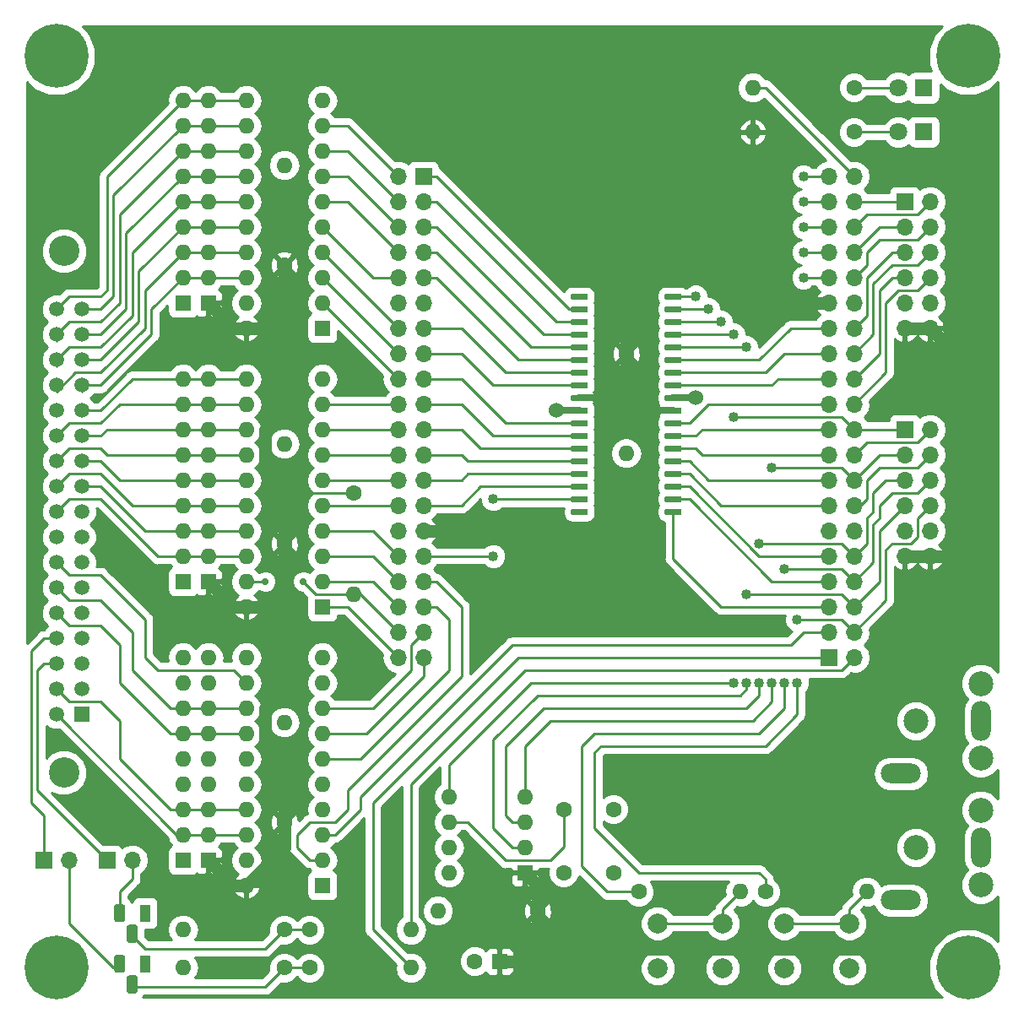
<source format=gtl>
G04 #@! TF.GenerationSoftware,KiCad,Pcbnew,5.0.1-33cea8e~68~ubuntu16.04.1*
G04 #@! TF.CreationDate,2019-03-05T15:27:08+00:00*
G04 #@! TF.ProjectId,Music5000,4D75736963353030302E6B696361645F,rev?*
G04 #@! TF.SameCoordinates,PX3021c70PY8dff518*
G04 #@! TF.FileFunction,Copper,L1,Top,Signal*
G04 #@! TF.FilePolarity,Positive*
%FSLAX46Y46*%
G04 Gerber Fmt 4.6, Leading zero omitted, Abs format (unit mm)*
G04 Created by KiCad (PCBNEW 5.0.1-33cea8e~68~ubuntu16.04.1) date Tue 05 Mar 2019 15:27:08 GMT*
%MOMM*%
%LPD*%
G01*
G04 APERTURE LIST*
G04 #@! TA.AperFunction,ComponentPad*
%ADD10C,1.600000*%
G04 #@! TD*
G04 #@! TA.AperFunction,ComponentPad*
%ADD11C,2.000000*%
G04 #@! TD*
G04 #@! TA.AperFunction,ComponentPad*
%ADD12O,1.600000X1.600000*%
G04 #@! TD*
G04 #@! TA.AperFunction,ComponentPad*
%ADD13R,1.600000X1.600000*%
G04 #@! TD*
G04 #@! TA.AperFunction,ComponentPad*
%ADD14O,1.700000X1.700000*%
G04 #@! TD*
G04 #@! TA.AperFunction,ComponentPad*
%ADD15R,1.700000X1.700000*%
G04 #@! TD*
G04 #@! TA.AperFunction,ComponentPad*
%ADD16C,6.400000*%
G04 #@! TD*
G04 #@! TA.AperFunction,ComponentPad*
%ADD17R,1.100000X1.800000*%
G04 #@! TD*
G04 #@! TA.AperFunction,Conductor*
%ADD18C,0.100000*%
G04 #@! TD*
G04 #@! TA.AperFunction,ComponentPad*
%ADD19C,1.100000*%
G04 #@! TD*
G04 #@! TA.AperFunction,ComponentPad*
%ADD20C,1.800000*%
G04 #@! TD*
G04 #@! TA.AperFunction,ComponentPad*
%ADD21R,1.800000X1.800000*%
G04 #@! TD*
G04 #@! TA.AperFunction,ComponentPad*
%ADD22C,1.520000*%
G04 #@! TD*
G04 #@! TA.AperFunction,ComponentPad*
%ADD23R,1.520000X1.520000*%
G04 #@! TD*
G04 #@! TA.AperFunction,ComponentPad*
%ADD24C,3.050000*%
G04 #@! TD*
G04 #@! TA.AperFunction,SMDPad,CuDef*
%ADD25C,0.600000*%
G04 #@! TD*
G04 #@! TA.AperFunction,ComponentPad*
%ADD26C,2.500000*%
G04 #@! TD*
G04 #@! TA.AperFunction,ComponentPad*
%ADD27O,2.000000X4.000000*%
G04 #@! TD*
G04 #@! TA.AperFunction,ComponentPad*
%ADD28O,4.000000X2.000000*%
G04 #@! TD*
G04 #@! TA.AperFunction,ViaPad*
%ADD29C,1.524000*%
G04 #@! TD*
G04 #@! TA.AperFunction,ViaPad*
%ADD30C,1.016000*%
G04 #@! TD*
G04 #@! TA.AperFunction,ViaPad*
%ADD31C,0.711200*%
G04 #@! TD*
G04 #@! TA.AperFunction,Conductor*
%ADD32C,0.635000*%
G04 #@! TD*
G04 #@! TA.AperFunction,Conductor*
%ADD33C,0.254000*%
G04 #@! TD*
G04 #@! TA.AperFunction,Conductor*
%ADD34C,1.270000*%
G04 #@! TD*
G04 APERTURE END LIST*
D10*
G04 #@! TO.P,C8,2*
G04 #@! TO.N,Net-(C8-Pad2)*
X54690000Y19685000D03*
G04 #@! TO.P,C8,1*
G04 #@! TO.N,Net-(C8-Pad1)*
X59690000Y19685000D03*
G04 #@! TD*
D11*
G04 #@! TO.P,SW2,1*
G04 #@! TO.N,Net-(R9-Pad2)*
X83335000Y8255000D03*
G04 #@! TO.P,SW2,2*
G04 #@! TO.N,GND*
X83335000Y3755000D03*
G04 #@! TO.P,SW2,1*
G04 #@! TO.N,Net-(R9-Pad2)*
X76835000Y8255000D03*
G04 #@! TO.P,SW2,2*
G04 #@! TO.N,GND*
X76835000Y3755000D03*
G04 #@! TD*
G04 #@! TO.P,SW1,2*
G04 #@! TO.N,GND*
X64135000Y3755000D03*
G04 #@! TO.P,SW1,1*
G04 #@! TO.N,Net-(R8-Pad2)*
X64135000Y8255000D03*
G04 #@! TO.P,SW1,2*
G04 #@! TO.N,GND*
X70635000Y3755000D03*
G04 #@! TO.P,SW1,1*
G04 #@! TO.N,Net-(R8-Pad2)*
X70635000Y8255000D03*
G04 #@! TD*
D12*
G04 #@! TO.P,U5,8*
G04 #@! TO.N,Net-(C7-Pad2)*
X43180000Y13335000D03*
G04 #@! TO.P,U5,4*
G04 #@! TO.N,/PMOD1_1*
X50800000Y20955000D03*
G04 #@! TO.P,U5,7*
G04 #@! TO.N,GND*
X43180000Y15875000D03*
G04 #@! TO.P,U5,3*
G04 #@! TO.N,/PMOD1_2*
X50800000Y18415000D03*
G04 #@! TO.P,U5,6*
G04 #@! TO.N,Net-(C8-Pad2)*
X43180000Y18415000D03*
G04 #@! TO.P,U5,2*
G04 #@! TO.N,/PMOD1_3*
X50800000Y15875000D03*
G04 #@! TO.P,U5,5*
G04 #@! TO.N,/PMOD1_0*
X43180000Y20955000D03*
D13*
G04 #@! TO.P,U5,1*
G04 #@! TO.N,+3V3*
X50800000Y13335000D03*
G04 #@! TD*
D12*
G04 #@! TO.P,R8,2*
G04 #@! TO.N,Net-(R8-Pad2)*
X72390000Y11430000D03*
D10*
G04 #@! TO.P,R8,1*
G04 #@! TO.N,/PMOD1_6*
X62230000Y11430000D03*
G04 #@! TD*
G04 #@! TO.P,R9,1*
G04 #@! TO.N,/PMOD1_7*
X74930000Y11430000D03*
D12*
G04 #@! TO.P,R9,2*
G04 #@! TO.N,Net-(R9-Pad2)*
X85090000Y11430000D03*
G04 #@! TD*
D14*
G04 #@! TO.P,J8,2*
G04 #@! TO.N,Net-(J8-Pad2)*
X5080000Y14605000D03*
D15*
G04 #@! TO.P,J8,1*
G04 #@! TO.N,/NIRQ*
X2540000Y14605000D03*
G04 #@! TD*
G04 #@! TO.P,J9,1*
G04 #@! TO.N,/NNMI*
X8890000Y14605000D03*
D14*
G04 #@! TO.P,J9,2*
G04 #@! TO.N,Net-(J9-Pad2)*
X11430000Y14605000D03*
G04 #@! TD*
D10*
G04 #@! TO.P,R7,1*
G04 #@! TO.N,+3V3*
X33655000Y51435000D03*
D12*
G04 #@! TO.P,R7,2*
G04 #@! TO.N,/LV_OEL*
X33655000Y41275000D03*
G04 #@! TD*
D16*
G04 #@! TO.P,H1,1*
G04 #@! TO.N,Net-(H1-Pad1)*
X3810000Y95250000D03*
G04 #@! TD*
G04 #@! TO.P,H2,1*
G04 #@! TO.N,Net-(H2-Pad1)*
X95250000Y95250000D03*
G04 #@! TD*
G04 #@! TO.P,H3,1*
G04 #@! TO.N,Net-(H3-Pad1)*
X3810000Y3810000D03*
G04 #@! TD*
G04 #@! TO.P,H4,1*
G04 #@! TO.N,Net-(H4-Pad1)*
X95250000Y3810000D03*
G04 #@! TD*
D12*
G04 #@! TO.P,R3,2*
G04 #@! TO.N,GND*
X16510000Y3810000D03*
D10*
G04 #@! TO.P,R3,1*
G04 #@! TO.N,Net-(Q1-Pad2)*
X26670000Y3810000D03*
G04 #@! TD*
D17*
G04 #@! TO.P,Q1,1*
G04 #@! TO.N,GND*
X12700000Y4210000D03*
D18*
G04 #@! TD*
G04 #@! TO.N,Net-(J8-Pad2)*
G04 #@! TO.C,Q1*
G36*
X10461955Y5108676D02*
X10488650Y5104716D01*
X10514828Y5098159D01*
X10540238Y5089067D01*
X10564634Y5077528D01*
X10587782Y5063654D01*
X10609458Y5047578D01*
X10629454Y5029454D01*
X10647578Y5009458D01*
X10663654Y4987782D01*
X10677528Y4964634D01*
X10689067Y4940238D01*
X10698159Y4914828D01*
X10704716Y4888650D01*
X10708676Y4861955D01*
X10710000Y4835000D01*
X10710000Y3585000D01*
X10708676Y3558045D01*
X10704716Y3531350D01*
X10698159Y3505172D01*
X10689067Y3479762D01*
X10677528Y3455366D01*
X10663654Y3432218D01*
X10647578Y3410542D01*
X10629454Y3390546D01*
X10609458Y3372422D01*
X10587782Y3356346D01*
X10564634Y3342472D01*
X10540238Y3330933D01*
X10514828Y3321841D01*
X10488650Y3315284D01*
X10461955Y3311324D01*
X10435000Y3310000D01*
X9885000Y3310000D01*
X9858045Y3311324D01*
X9831350Y3315284D01*
X9805172Y3321841D01*
X9779762Y3330933D01*
X9755366Y3342472D01*
X9732218Y3356346D01*
X9710542Y3372422D01*
X9690546Y3390546D01*
X9672422Y3410542D01*
X9656346Y3432218D01*
X9642472Y3455366D01*
X9630933Y3479762D01*
X9621841Y3505172D01*
X9615284Y3531350D01*
X9611324Y3558045D01*
X9610000Y3585000D01*
X9610000Y4835000D01*
X9611324Y4861955D01*
X9615284Y4888650D01*
X9621841Y4914828D01*
X9630933Y4940238D01*
X9642472Y4964634D01*
X9656346Y4987782D01*
X9672422Y5009458D01*
X9690546Y5029454D01*
X9710542Y5047578D01*
X9732218Y5063654D01*
X9755366Y5077528D01*
X9779762Y5089067D01*
X9805172Y5098159D01*
X9831350Y5104716D01*
X9858045Y5108676D01*
X9885000Y5110000D01*
X10435000Y5110000D01*
X10461955Y5108676D01*
X10461955Y5108676D01*
G37*
D19*
G04 #@! TO.P,Q1,3*
G04 #@! TO.N,Net-(J8-Pad2)*
X10160000Y4210000D03*
D18*
G04 #@! TD*
G04 #@! TO.N,Net-(Q1-Pad2)*
G04 #@! TO.C,Q1*
G36*
X11731955Y3038676D02*
X11758650Y3034716D01*
X11784828Y3028159D01*
X11810238Y3019067D01*
X11834634Y3007528D01*
X11857782Y2993654D01*
X11879458Y2977578D01*
X11899454Y2959454D01*
X11917578Y2939458D01*
X11933654Y2917782D01*
X11947528Y2894634D01*
X11959067Y2870238D01*
X11968159Y2844828D01*
X11974716Y2818650D01*
X11978676Y2791955D01*
X11980000Y2765000D01*
X11980000Y1515000D01*
X11978676Y1488045D01*
X11974716Y1461350D01*
X11968159Y1435172D01*
X11959067Y1409762D01*
X11947528Y1385366D01*
X11933654Y1362218D01*
X11917578Y1340542D01*
X11899454Y1320546D01*
X11879458Y1302422D01*
X11857782Y1286346D01*
X11834634Y1272472D01*
X11810238Y1260933D01*
X11784828Y1251841D01*
X11758650Y1245284D01*
X11731955Y1241324D01*
X11705000Y1240000D01*
X11155000Y1240000D01*
X11128045Y1241324D01*
X11101350Y1245284D01*
X11075172Y1251841D01*
X11049762Y1260933D01*
X11025366Y1272472D01*
X11002218Y1286346D01*
X10980542Y1302422D01*
X10960546Y1320546D01*
X10942422Y1340542D01*
X10926346Y1362218D01*
X10912472Y1385366D01*
X10900933Y1409762D01*
X10891841Y1435172D01*
X10885284Y1461350D01*
X10881324Y1488045D01*
X10880000Y1515000D01*
X10880000Y2765000D01*
X10881324Y2791955D01*
X10885284Y2818650D01*
X10891841Y2844828D01*
X10900933Y2870238D01*
X10912472Y2894634D01*
X10926346Y2917782D01*
X10942422Y2939458D01*
X10960546Y2959454D01*
X10980542Y2977578D01*
X11002218Y2993654D01*
X11025366Y3007528D01*
X11049762Y3019067D01*
X11075172Y3028159D01*
X11101350Y3034716D01*
X11128045Y3038676D01*
X11155000Y3040000D01*
X11705000Y3040000D01*
X11731955Y3038676D01*
X11731955Y3038676D01*
G37*
D19*
G04 #@! TO.P,Q1,2*
G04 #@! TO.N,Net-(Q1-Pad2)*
X11430000Y2140000D03*
G04 #@! TD*
D18*
G04 #@! TO.N,Net-(Q2-Pad2)*
G04 #@! TO.C,Q2*
G36*
X11731955Y8118676D02*
X11758650Y8114716D01*
X11784828Y8108159D01*
X11810238Y8099067D01*
X11834634Y8087528D01*
X11857782Y8073654D01*
X11879458Y8057578D01*
X11899454Y8039454D01*
X11917578Y8019458D01*
X11933654Y7997782D01*
X11947528Y7974634D01*
X11959067Y7950238D01*
X11968159Y7924828D01*
X11974716Y7898650D01*
X11978676Y7871955D01*
X11980000Y7845000D01*
X11980000Y6595000D01*
X11978676Y6568045D01*
X11974716Y6541350D01*
X11968159Y6515172D01*
X11959067Y6489762D01*
X11947528Y6465366D01*
X11933654Y6442218D01*
X11917578Y6420542D01*
X11899454Y6400546D01*
X11879458Y6382422D01*
X11857782Y6366346D01*
X11834634Y6352472D01*
X11810238Y6340933D01*
X11784828Y6331841D01*
X11758650Y6325284D01*
X11731955Y6321324D01*
X11705000Y6320000D01*
X11155000Y6320000D01*
X11128045Y6321324D01*
X11101350Y6325284D01*
X11075172Y6331841D01*
X11049762Y6340933D01*
X11025366Y6352472D01*
X11002218Y6366346D01*
X10980542Y6382422D01*
X10960546Y6400546D01*
X10942422Y6420542D01*
X10926346Y6442218D01*
X10912472Y6465366D01*
X10900933Y6489762D01*
X10891841Y6515172D01*
X10885284Y6541350D01*
X10881324Y6568045D01*
X10880000Y6595000D01*
X10880000Y7845000D01*
X10881324Y7871955D01*
X10885284Y7898650D01*
X10891841Y7924828D01*
X10900933Y7950238D01*
X10912472Y7974634D01*
X10926346Y7997782D01*
X10942422Y8019458D01*
X10960546Y8039454D01*
X10980542Y8057578D01*
X11002218Y8073654D01*
X11025366Y8087528D01*
X11049762Y8099067D01*
X11075172Y8108159D01*
X11101350Y8114716D01*
X11128045Y8118676D01*
X11155000Y8120000D01*
X11705000Y8120000D01*
X11731955Y8118676D01*
X11731955Y8118676D01*
G37*
D19*
G04 #@! TD*
G04 #@! TO.P,Q2,2*
G04 #@! TO.N,Net-(Q2-Pad2)*
X11430000Y7220000D03*
D18*
G04 #@! TO.N,Net-(J9-Pad2)*
G04 #@! TO.C,Q2*
G36*
X10461955Y10188676D02*
X10488650Y10184716D01*
X10514828Y10178159D01*
X10540238Y10169067D01*
X10564634Y10157528D01*
X10587782Y10143654D01*
X10609458Y10127578D01*
X10629454Y10109454D01*
X10647578Y10089458D01*
X10663654Y10067782D01*
X10677528Y10044634D01*
X10689067Y10020238D01*
X10698159Y9994828D01*
X10704716Y9968650D01*
X10708676Y9941955D01*
X10710000Y9915000D01*
X10710000Y8665000D01*
X10708676Y8638045D01*
X10704716Y8611350D01*
X10698159Y8585172D01*
X10689067Y8559762D01*
X10677528Y8535366D01*
X10663654Y8512218D01*
X10647578Y8490542D01*
X10629454Y8470546D01*
X10609458Y8452422D01*
X10587782Y8436346D01*
X10564634Y8422472D01*
X10540238Y8410933D01*
X10514828Y8401841D01*
X10488650Y8395284D01*
X10461955Y8391324D01*
X10435000Y8390000D01*
X9885000Y8390000D01*
X9858045Y8391324D01*
X9831350Y8395284D01*
X9805172Y8401841D01*
X9779762Y8410933D01*
X9755366Y8422472D01*
X9732218Y8436346D01*
X9710542Y8452422D01*
X9690546Y8470546D01*
X9672422Y8490542D01*
X9656346Y8512218D01*
X9642472Y8535366D01*
X9630933Y8559762D01*
X9621841Y8585172D01*
X9615284Y8611350D01*
X9611324Y8638045D01*
X9610000Y8665000D01*
X9610000Y9915000D01*
X9611324Y9941955D01*
X9615284Y9968650D01*
X9621841Y9994828D01*
X9630933Y10020238D01*
X9642472Y10044634D01*
X9656346Y10067782D01*
X9672422Y10089458D01*
X9690546Y10109454D01*
X9710542Y10127578D01*
X9732218Y10143654D01*
X9755366Y10157528D01*
X9779762Y10169067D01*
X9805172Y10178159D01*
X9831350Y10184716D01*
X9858045Y10188676D01*
X9885000Y10190000D01*
X10435000Y10190000D01*
X10461955Y10188676D01*
X10461955Y10188676D01*
G37*
D19*
G04 #@! TD*
G04 #@! TO.P,Q2,3*
G04 #@! TO.N,Net-(J9-Pad2)*
X10160000Y9290000D03*
D17*
G04 #@! TO.P,Q2,1*
G04 #@! TO.N,GND*
X12700000Y9290000D03*
G04 #@! TD*
D14*
G04 #@! TO.P,J4,12*
G04 #@! TO.N,+3V3*
X91440000Y67945000D03*
G04 #@! TO.P,J4,11*
G04 #@! TO.N,GND*
X91440000Y70485000D03*
G04 #@! TO.P,J4,10*
G04 #@! TO.N,/PMOD0_7*
X91440000Y73025000D03*
G04 #@! TO.P,J4,9*
G04 #@! TO.N,/PMOD0_6*
X91440000Y75565000D03*
G04 #@! TO.P,J4,8*
G04 #@! TO.N,/PMOD0_5*
X91440000Y78105000D03*
G04 #@! TO.P,J4,7*
G04 #@! TO.N,/PMOD0_4*
X91440000Y80645000D03*
G04 #@! TO.P,J4,6*
G04 #@! TO.N,+3V3*
X88900000Y67945000D03*
G04 #@! TO.P,J4,5*
G04 #@! TO.N,GND*
X88900000Y70485000D03*
G04 #@! TO.P,J4,4*
G04 #@! TO.N,/PMOD0_3*
X88900000Y73025000D03*
G04 #@! TO.P,J4,3*
G04 #@! TO.N,/PMOD0_2*
X88900000Y75565000D03*
G04 #@! TO.P,J4,2*
G04 #@! TO.N,/PMOD0_1*
X88900000Y78105000D03*
D15*
G04 #@! TO.P,J4,1*
G04 #@! TO.N,/PMOD0_0*
X88900000Y80645000D03*
G04 #@! TD*
D14*
G04 #@! TO.P,J5,12*
G04 #@! TO.N,+3V3*
X91440000Y45085000D03*
G04 #@! TO.P,J5,11*
G04 #@! TO.N,GND*
X91440000Y47625000D03*
G04 #@! TO.P,J5,10*
G04 #@! TO.N,/PMOD1_7*
X91440000Y50165000D03*
G04 #@! TO.P,J5,9*
G04 #@! TO.N,/PMOD1_6*
X91440000Y52705000D03*
G04 #@! TO.P,J5,8*
G04 #@! TO.N,/PMOD1_5*
X91440000Y55245000D03*
G04 #@! TO.P,J5,7*
G04 #@! TO.N,/PMOD1_4*
X91440000Y57785000D03*
G04 #@! TO.P,J5,6*
G04 #@! TO.N,+3V3*
X88900000Y45085000D03*
G04 #@! TO.P,J5,5*
G04 #@! TO.N,GND*
X88900000Y47625000D03*
G04 #@! TO.P,J5,4*
G04 #@! TO.N,/PMOD1_3*
X88900000Y50165000D03*
G04 #@! TO.P,J5,3*
G04 #@! TO.N,/PMOD1_2*
X88900000Y52705000D03*
G04 #@! TO.P,J5,2*
G04 #@! TO.N,/PMOD1_1*
X88900000Y55245000D03*
D15*
G04 #@! TO.P,J5,1*
G04 #@! TO.N,/PMOD1_0*
X88900000Y57785000D03*
G04 #@! TD*
D20*
G04 #@! TO.P,D1,2*
G04 #@! TO.N,Net-(D1-Pad2)*
X88265000Y92075000D03*
D21*
G04 #@! TO.P,D1,1*
G04 #@! TO.N,GND*
X90805000Y92075000D03*
G04 #@! TD*
D20*
G04 #@! TO.P,D2,2*
G04 #@! TO.N,Net-(D2-Pad2)*
X88265000Y87630000D03*
D21*
G04 #@! TO.P,D2,1*
G04 #@! TO.N,GND*
X90805000Y87630000D03*
G04 #@! TD*
D12*
G04 #@! TO.P,R6,2*
G04 #@! TO.N,+3V3*
X73660000Y87630000D03*
D10*
G04 #@! TO.P,R6,1*
G04 #@! TO.N,Net-(D2-Pad2)*
X83820000Y87630000D03*
G04 #@! TD*
D12*
G04 #@! TO.P,R5,2*
G04 #@! TO.N,Net-(J3-Pad40)*
X73660000Y92075000D03*
D10*
G04 #@! TO.P,R5,1*
G04 #@! TO.N,Net-(D1-Pad2)*
X83820000Y92075000D03*
G04 #@! TD*
D22*
G04 #@! TO.P,J1,34*
G04 #@! TO.N,/A7*
X3810000Y69850000D03*
G04 #@! TO.P,J1,33*
G04 #@! TO.N,/A6*
X6350000Y69850000D03*
G04 #@! TO.P,J1,32*
G04 #@! TO.N,/A5*
X3810000Y67310000D03*
G04 #@! TO.P,J1,31*
G04 #@! TO.N,/A4*
X6350000Y67310000D03*
G04 #@! TO.P,J1,30*
G04 #@! TO.N,/A3*
X3810000Y64770000D03*
G04 #@! TO.P,J1,29*
G04 #@! TO.N,/A2*
X6350000Y64770000D03*
G04 #@! TO.P,J1,28*
G04 #@! TO.N,/A1*
X3810000Y62230000D03*
G04 #@! TO.P,J1,27*
G04 #@! TO.N,/A0*
X6350000Y62230000D03*
G04 #@! TO.P,J1,26*
G04 #@! TO.N,GND*
X3810000Y59690000D03*
G04 #@! TO.P,J1,25*
G04 #@! TO.N,/D7*
X6350000Y59690000D03*
G04 #@! TO.P,J1,24*
G04 #@! TO.N,/D6*
X3810000Y57150000D03*
G04 #@! TO.P,J1,23*
G04 #@! TO.N,/D5*
X6350000Y57150000D03*
G04 #@! TO.P,J1,22*
G04 #@! TO.N,/D4*
X3810000Y54610000D03*
G04 #@! TO.P,J1,21*
G04 #@! TO.N,/D3*
X6350000Y54610000D03*
G04 #@! TO.P,J1,20*
G04 #@! TO.N,/D2*
X3810000Y52070000D03*
G04 #@! TO.P,J1,19*
G04 #@! TO.N,/D1*
X6350000Y52070000D03*
G04 #@! TO.P,J1,18*
G04 #@! TO.N,/D0*
X3810000Y49530000D03*
G04 #@! TO.P,J1,17*
G04 #@! TO.N,GND*
X6350000Y49530000D03*
G04 #@! TO.P,J1,16*
G04 #@! TO.N,Net-(J1-Pad16)*
X3810000Y46990000D03*
G04 #@! TO.P,J1,15*
G04 #@! TO.N,GND*
X6350000Y46990000D03*
G04 #@! TO.P,J1,14*
G04 #@! TO.N,/NRST*
X3810000Y44450000D03*
G04 #@! TO.P,J1,13*
G04 #@! TO.N,GND*
X6350000Y44450000D03*
G04 #@! TO.P,J1,12*
G04 #@! TO.N,/NPGFD*
X3810000Y41910000D03*
G04 #@! TO.P,J1,11*
G04 #@! TO.N,GND*
X6350000Y41910000D03*
G04 #@! TO.P,J1,10*
G04 #@! TO.N,/NPGFC*
X3810000Y39370000D03*
G04 #@! TO.P,J1,9*
G04 #@! TO.N,GND*
X6350000Y39370000D03*
G04 #@! TO.P,J1,8*
G04 #@! TO.N,/NIRQ*
X3810000Y36830000D03*
G04 #@! TO.P,J1,7*
G04 #@! TO.N,GND*
X6350000Y36830000D03*
G04 #@! TO.P,J1,6*
G04 #@! TO.N,/NNMI*
X3810000Y34290000D03*
G04 #@! TO.P,J1,5*
G04 #@! TO.N,GND*
X6350000Y34290000D03*
G04 #@! TO.P,J1,4*
G04 #@! TO.N,/1MHZE*
X3810000Y31750000D03*
G04 #@! TO.P,J1,3*
G04 #@! TO.N,GND*
X6350000Y31750000D03*
G04 #@! TO.P,J1,2*
G04 #@! TO.N,/RnW*
X3810000Y29210000D03*
D23*
G04 #@! TO.P,J1,1*
G04 #@! TO.N,GND*
X6350000Y29210000D03*
D24*
G04 #@! TO.P,J1,*
G04 #@! TO.N,*
X4570000Y75690000D03*
X4570000Y23370000D03*
G04 #@! TD*
D10*
G04 #@! TO.P,C7,2*
G04 #@! TO.N,Net-(C7-Pad2)*
X54690000Y13335000D03*
G04 #@! TO.P,C7,1*
G04 #@! TO.N,Net-(C7-Pad1)*
X59690000Y13335000D03*
G04 #@! TD*
D12*
G04 #@! TO.P,RN1,9*
G04 #@! TO.N,Net-(RN1-Pad9)*
X16510000Y34925000D03*
G04 #@! TO.P,RN1,8*
G04 #@! TO.N,Net-(RN1-Pad8)*
X16510000Y32385000D03*
G04 #@! TO.P,RN1,7*
G04 #@! TO.N,/NPGFD*
X16510000Y29845000D03*
G04 #@! TO.P,RN1,6*
G04 #@! TO.N,/NPGFC*
X16510000Y27305000D03*
G04 #@! TO.P,RN1,5*
G04 #@! TO.N,Net-(RN1-Pad5)*
X16510000Y24765000D03*
G04 #@! TO.P,RN1,4*
G04 #@! TO.N,Net-(RN1-Pad4)*
X16510000Y22225000D03*
G04 #@! TO.P,RN1,3*
G04 #@! TO.N,/1MHZE*
X16510000Y19685000D03*
G04 #@! TO.P,RN1,2*
G04 #@! TO.N,/RnW*
X16510000Y17145000D03*
D13*
G04 #@! TO.P,RN1,1*
G04 #@! TO.N,GND*
X16510000Y14605000D03*
G04 #@! TD*
D12*
G04 #@! TO.P,RN2,9*
G04 #@! TO.N,/D7*
X16510000Y62865000D03*
G04 #@! TO.P,RN2,8*
G04 #@! TO.N,/D6*
X16510000Y60325000D03*
G04 #@! TO.P,RN2,7*
G04 #@! TO.N,/D5*
X16510000Y57785000D03*
G04 #@! TO.P,RN2,6*
G04 #@! TO.N,/D4*
X16510000Y55245000D03*
G04 #@! TO.P,RN2,5*
G04 #@! TO.N,/D3*
X16510000Y52705000D03*
G04 #@! TO.P,RN2,4*
G04 #@! TO.N,/D2*
X16510000Y50165000D03*
G04 #@! TO.P,RN2,3*
G04 #@! TO.N,/D1*
X16510000Y47625000D03*
G04 #@! TO.P,RN2,2*
G04 #@! TO.N,/D0*
X16510000Y45085000D03*
D13*
G04 #@! TO.P,RN2,1*
G04 #@! TO.N,GND*
X16510000Y42545000D03*
G04 #@! TD*
D12*
G04 #@! TO.P,RN3,9*
G04 #@! TO.N,/A7*
X16510000Y90805000D03*
G04 #@! TO.P,RN3,8*
G04 #@! TO.N,/A6*
X16510000Y88265000D03*
G04 #@! TO.P,RN3,7*
G04 #@! TO.N,/A5*
X16510000Y85725000D03*
G04 #@! TO.P,RN3,6*
G04 #@! TO.N,/A4*
X16510000Y83185000D03*
G04 #@! TO.P,RN3,5*
G04 #@! TO.N,/A3*
X16510000Y80645000D03*
G04 #@! TO.P,RN3,4*
G04 #@! TO.N,/A2*
X16510000Y78105000D03*
G04 #@! TO.P,RN3,3*
G04 #@! TO.N,/A1*
X16510000Y75565000D03*
G04 #@! TO.P,RN3,2*
G04 #@! TO.N,/A0*
X16510000Y73025000D03*
D13*
G04 #@! TO.P,RN3,1*
G04 #@! TO.N,GND*
X16510000Y70485000D03*
G04 #@! TD*
D12*
G04 #@! TO.P,RN4,9*
G04 #@! TO.N,Net-(RN4-Pad9)*
X19050000Y34925000D03*
G04 #@! TO.P,RN4,8*
G04 #@! TO.N,Net-(RN4-Pad8)*
X19050000Y32385000D03*
G04 #@! TO.P,RN4,7*
G04 #@! TO.N,/NPGFD*
X19050000Y29845000D03*
G04 #@! TO.P,RN4,6*
G04 #@! TO.N,/NPGFC*
X19050000Y27305000D03*
G04 #@! TO.P,RN4,5*
G04 #@! TO.N,Net-(RN4-Pad5)*
X19050000Y24765000D03*
G04 #@! TO.P,RN4,4*
G04 #@! TO.N,Net-(RN4-Pad4)*
X19050000Y22225000D03*
G04 #@! TO.P,RN4,3*
G04 #@! TO.N,/1MHZE*
X19050000Y19685000D03*
G04 #@! TO.P,RN4,2*
G04 #@! TO.N,/RnW*
X19050000Y17145000D03*
D13*
G04 #@! TO.P,RN4,1*
G04 #@! TO.N,+3V3*
X19050000Y14605000D03*
G04 #@! TD*
D12*
G04 #@! TO.P,RN5,9*
G04 #@! TO.N,/D7*
X19050000Y62865000D03*
G04 #@! TO.P,RN5,8*
G04 #@! TO.N,/D6*
X19050000Y60325000D03*
G04 #@! TO.P,RN5,7*
G04 #@! TO.N,/D5*
X19050000Y57785000D03*
G04 #@! TO.P,RN5,6*
G04 #@! TO.N,/D4*
X19050000Y55245000D03*
G04 #@! TO.P,RN5,5*
G04 #@! TO.N,/D3*
X19050000Y52705000D03*
G04 #@! TO.P,RN5,4*
G04 #@! TO.N,/D2*
X19050000Y50165000D03*
G04 #@! TO.P,RN5,3*
G04 #@! TO.N,/D1*
X19050000Y47625000D03*
G04 #@! TO.P,RN5,2*
G04 #@! TO.N,/D0*
X19050000Y45085000D03*
D13*
G04 #@! TO.P,RN5,1*
G04 #@! TO.N,+3V3*
X19050000Y42545000D03*
G04 #@! TD*
D12*
G04 #@! TO.P,RN6,9*
G04 #@! TO.N,/A7*
X19050000Y90805000D03*
G04 #@! TO.P,RN6,8*
G04 #@! TO.N,/A6*
X19050000Y88265000D03*
G04 #@! TO.P,RN6,7*
G04 #@! TO.N,/A5*
X19050000Y85725000D03*
G04 #@! TO.P,RN6,6*
G04 #@! TO.N,/A4*
X19050000Y83185000D03*
G04 #@! TO.P,RN6,5*
G04 #@! TO.N,/A3*
X19050000Y80645000D03*
G04 #@! TO.P,RN6,4*
G04 #@! TO.N,/A2*
X19050000Y78105000D03*
G04 #@! TO.P,RN6,3*
G04 #@! TO.N,/A1*
X19050000Y75565000D03*
G04 #@! TO.P,RN6,2*
G04 #@! TO.N,/A0*
X19050000Y73025000D03*
D13*
G04 #@! TO.P,RN6,1*
G04 #@! TO.N,+3V3*
X19050000Y70485000D03*
G04 #@! TD*
D10*
G04 #@! TO.P,C6,2*
G04 #@! TO.N,GND*
X45760000Y4445000D03*
D13*
G04 #@! TO.P,C6,1*
G04 #@! TO.N,+3V3*
X48260000Y4445000D03*
G04 #@! TD*
D12*
G04 #@! TO.P,C1,2*
G04 #@! TO.N,GND*
X26670000Y84295000D03*
D10*
G04 #@! TO.P,C1,1*
G04 #@! TO.N,+3V3*
X26670000Y74295000D03*
G04 #@! TD*
D12*
G04 #@! TO.P,C2,2*
G04 #@! TO.N,GND*
X26670000Y56355000D03*
D10*
G04 #@! TO.P,C2,1*
G04 #@! TO.N,+3V3*
X26670000Y46355000D03*
G04 #@! TD*
D12*
G04 #@! TO.P,C3,2*
G04 #@! TO.N,GND*
X26670000Y28415000D03*
D10*
G04 #@! TO.P,C3,1*
G04 #@! TO.N,+3V3*
X26670000Y18415000D03*
G04 #@! TD*
D12*
G04 #@! TO.P,C4,2*
G04 #@! TO.N,GND*
X60960000Y55405000D03*
D10*
G04 #@! TO.P,C4,1*
G04 #@! TO.N,+3V3*
X60960000Y65405000D03*
G04 #@! TD*
D12*
G04 #@! TO.P,C5,2*
G04 #@! TO.N,GND*
X42070000Y9525000D03*
D10*
G04 #@! TO.P,C5,1*
G04 #@! TO.N,+3V3*
X52070000Y9525000D03*
G04 #@! TD*
D14*
G04 #@! TO.P,J2,40*
G04 #@! TO.N,/LV_DIR*
X38100000Y34925000D03*
G04 #@! TO.P,J2,39*
G04 #@! TO.N,/LV_NPGFD*
X40640000Y34925000D03*
G04 #@! TO.P,J2,38*
G04 #@! TO.N,/LV_OEL*
X38100000Y37465000D03*
G04 #@! TO.P,J2,37*
G04 #@! TO.N,/LV_NRST*
X40640000Y37465000D03*
G04 #@! TO.P,J2,36*
G04 #@! TO.N,/LV_D0*
X38100000Y40005000D03*
G04 #@! TO.P,J2,35*
G04 #@! TO.N,/LV_NPGFC*
X40640000Y40005000D03*
G04 #@! TO.P,J2,34*
G04 #@! TO.N,/LV_D1*
X38100000Y42545000D03*
G04 #@! TO.P,J2,33*
G04 #@! TO.N,/LV_RnW*
X40640000Y42545000D03*
G04 #@! TO.P,J2,32*
G04 #@! TO.N,/LV_D2*
X38100000Y45085000D03*
G04 #@! TO.P,J2,31*
G04 #@! TO.N,/RAMA18*
X40640000Y45085000D03*
G04 #@! TO.P,J2,30*
G04 #@! TO.N,GND*
X38100000Y47625000D03*
G04 #@! TO.P,J2,29*
G04 #@! TO.N,+3V3*
X40640000Y47625000D03*
G04 #@! TO.P,J2,28*
G04 #@! TO.N,/LV_D3*
X38100000Y50165000D03*
G04 #@! TO.P,J2,27*
G04 #@! TO.N,/RAMA17*
X40640000Y50165000D03*
G04 #@! TO.P,J2,26*
G04 #@! TO.N,/LV_D4*
X38100000Y52705000D03*
G04 #@! TO.P,J2,25*
G04 #@! TO.N,/RAMA16*
X40640000Y52705000D03*
G04 #@! TO.P,J2,24*
G04 #@! TO.N,/LV_D5*
X38100000Y55245000D03*
G04 #@! TO.P,J2,23*
G04 #@! TO.N,/RAMA15*
X40640000Y55245000D03*
G04 #@! TO.P,J2,22*
G04 #@! TO.N,/LV_D6*
X38100000Y57785000D03*
G04 #@! TO.P,J2,21*
G04 #@! TO.N,/RAMOEL*
X40640000Y57785000D03*
G04 #@! TO.P,J2,20*
G04 #@! TO.N,/LV_D7*
X38100000Y60325000D03*
G04 #@! TO.P,J2,19*
G04 #@! TO.N,/RAMD7*
X40640000Y60325000D03*
G04 #@! TO.P,J2,18*
G04 #@! TO.N,/LV_A0*
X38100000Y62865000D03*
G04 #@! TO.P,J2,17*
G04 #@! TO.N,/RAMD6*
X40640000Y62865000D03*
G04 #@! TO.P,J2,16*
G04 #@! TO.N,/LV_A1*
X38100000Y65405000D03*
G04 #@! TO.P,J2,15*
G04 #@! TO.N,/RAMD5*
X40640000Y65405000D03*
G04 #@! TO.P,J2,14*
G04 #@! TO.N,/LV_A2*
X38100000Y67945000D03*
G04 #@! TO.P,J2,13*
G04 #@! TO.N,/RAMD4*
X40640000Y67945000D03*
G04 #@! TO.P,J2,12*
G04 #@! TO.N,GND*
X38100000Y70485000D03*
G04 #@! TO.P,J2,11*
G04 #@! TO.N,Net-(J2-Pad11)*
X40640000Y70485000D03*
G04 #@! TO.P,J2,10*
G04 #@! TO.N,/LV_A3*
X38100000Y73025000D03*
G04 #@! TO.P,J2,9*
G04 #@! TO.N,/RAMA14*
X40640000Y73025000D03*
G04 #@! TO.P,J2,8*
G04 #@! TO.N,/LV_A4*
X38100000Y75565000D03*
G04 #@! TO.P,J2,7*
G04 #@! TO.N,/RAMA13*
X40640000Y75565000D03*
G04 #@! TO.P,J2,6*
G04 #@! TO.N,/LV_A5*
X38100000Y78105000D03*
G04 #@! TO.P,J2,5*
G04 #@! TO.N,/RAMA12*
X40640000Y78105000D03*
G04 #@! TO.P,J2,4*
G04 #@! TO.N,/LV_A6*
X38100000Y80645000D03*
G04 #@! TO.P,J2,3*
G04 #@! TO.N,/RAMA11*
X40640000Y80645000D03*
G04 #@! TO.P,J2,2*
G04 #@! TO.N,/LV_A7*
X38100000Y83185000D03*
D15*
G04 #@! TO.P,J2,1*
G04 #@! TO.N,/RAMA10*
X40640000Y83185000D03*
G04 #@! TD*
D14*
G04 #@! TO.P,J3,40*
G04 #@! TO.N,Net-(J3-Pad40)*
X83820000Y83185000D03*
G04 #@! TO.P,J3,39*
G04 #@! TO.N,/RAMA9*
X81280000Y83185000D03*
G04 #@! TO.P,J3,38*
G04 #@! TO.N,/PMOD0_0*
X83820000Y80645000D03*
G04 #@! TO.P,J3,37*
G04 #@! TO.N,/RAMA8*
X81280000Y80645000D03*
G04 #@! TO.P,J3,36*
G04 #@! TO.N,/PMOD0_4*
X83820000Y78105000D03*
G04 #@! TO.P,J3,35*
G04 #@! TO.N,/RAMA7*
X81280000Y78105000D03*
G04 #@! TO.P,J3,34*
G04 #@! TO.N,/PMOD0_1*
X83820000Y75565000D03*
G04 #@! TO.P,J3,33*
G04 #@! TO.N,/RAMA6*
X81280000Y75565000D03*
G04 #@! TO.P,J3,32*
G04 #@! TO.N,/PMOD0_5*
X83820000Y73025000D03*
G04 #@! TO.P,J3,31*
G04 #@! TO.N,/RAMA5*
X81280000Y73025000D03*
G04 #@! TO.P,J3,30*
G04 #@! TO.N,GND*
X83820000Y70485000D03*
G04 #@! TO.P,J3,29*
G04 #@! TO.N,+3V3*
X81280000Y70485000D03*
G04 #@! TO.P,J3,28*
G04 #@! TO.N,/PMOD0_2*
X83820000Y67945000D03*
G04 #@! TO.P,J3,27*
G04 #@! TO.N,/RAMWEL*
X81280000Y67945000D03*
G04 #@! TO.P,J3,26*
G04 #@! TO.N,/PMOD0_6*
X83820000Y65405000D03*
G04 #@! TO.P,J3,25*
G04 #@! TO.N,/RAMD3*
X81280000Y65405000D03*
G04 #@! TO.P,J3,24*
G04 #@! TO.N,/PMOD0_3*
X83820000Y62865000D03*
G04 #@! TO.P,J3,23*
G04 #@! TO.N,/RAMD2*
X81280000Y62865000D03*
G04 #@! TO.P,J3,22*
G04 #@! TO.N,/PMOD0_7*
X83820000Y60325000D03*
G04 #@! TO.P,J3,21*
G04 #@! TO.N,/RAMD1*
X81280000Y60325000D03*
G04 #@! TO.P,J3,20*
G04 #@! TO.N,/PMOD1_0*
X83820000Y57785000D03*
G04 #@! TO.P,J3,19*
G04 #@! TO.N,/RAMD0*
X81280000Y57785000D03*
G04 #@! TO.P,J3,18*
G04 #@! TO.N,/PMOD1_4*
X83820000Y55245000D03*
G04 #@! TO.P,J3,17*
G04 #@! TO.N,/RAMCEL*
X81280000Y55245000D03*
G04 #@! TO.P,J3,16*
G04 #@! TO.N,/PMOD1_1*
X83820000Y52705000D03*
G04 #@! TO.P,J3,15*
G04 #@! TO.N,/RAMA4*
X81280000Y52705000D03*
G04 #@! TO.P,J3,14*
G04 #@! TO.N,/PMOD1_5*
X83820000Y50165000D03*
G04 #@! TO.P,J3,13*
G04 #@! TO.N,/RAMA3*
X81280000Y50165000D03*
G04 #@! TO.P,J3,12*
G04 #@! TO.N,GND*
X83820000Y47625000D03*
G04 #@! TO.P,J3,11*
G04 #@! TO.N,Net-(J3-Pad11)*
X81280000Y47625000D03*
G04 #@! TO.P,J3,10*
G04 #@! TO.N,/PMOD1_2*
X83820000Y45085000D03*
G04 #@! TO.P,J3,9*
G04 #@! TO.N,/RAMA2*
X81280000Y45085000D03*
G04 #@! TO.P,J3,8*
G04 #@! TO.N,/PMOD1_6*
X83820000Y42545000D03*
G04 #@! TO.P,J3,7*
G04 #@! TO.N,/RAMA1*
X81280000Y42545000D03*
G04 #@! TO.P,J3,6*
G04 #@! TO.N,/PMOD1_3*
X83820000Y40005000D03*
G04 #@! TO.P,J3,5*
G04 #@! TO.N,/RAMA0*
X81280000Y40005000D03*
G04 #@! TO.P,J3,4*
G04 #@! TO.N,/PMOD1_7*
X83820000Y37465000D03*
G04 #@! TO.P,J3,3*
G04 #@! TO.N,/LV_1MHZE*
X81280000Y37465000D03*
G04 #@! TO.P,J3,2*
G04 #@! TO.N,/LV_NMI*
X83820000Y34925000D03*
D15*
G04 #@! TO.P,J3,1*
G04 #@! TO.N,/LV_IRQ*
X81280000Y34925000D03*
G04 #@! TD*
D12*
G04 #@! TO.P,U3,20*
G04 #@! TO.N,+3V3*
X22860000Y12065000D03*
G04 #@! TO.P,U3,10*
G04 #@! TO.N,GND*
X30480000Y34925000D03*
G04 #@! TO.P,U3,19*
X22860000Y14605000D03*
G04 #@! TO.P,U3,9*
G04 #@! TO.N,Net-(U3-Pad9)*
X30480000Y32385000D03*
G04 #@! TO.P,U3,18*
G04 #@! TO.N,/RnW*
X22860000Y17145000D03*
G04 #@! TO.P,U3,8*
G04 #@! TO.N,/LV_NRST*
X30480000Y29845000D03*
G04 #@! TO.P,U3,17*
G04 #@! TO.N,/1MHZE*
X22860000Y19685000D03*
G04 #@! TO.P,U3,7*
G04 #@! TO.N,/LV_NPGFD*
X30480000Y27305000D03*
G04 #@! TO.P,U3,16*
G04 #@! TO.N,GND*
X22860000Y22225000D03*
G04 #@! TO.P,U3,6*
G04 #@! TO.N,/LV_NPGFC*
X30480000Y24765000D03*
G04 #@! TO.P,U3,15*
G04 #@! TO.N,GND*
X22860000Y24765000D03*
G04 #@! TO.P,U3,5*
G04 #@! TO.N,Net-(U3-Pad5)*
X30480000Y22225000D03*
G04 #@! TO.P,U3,14*
G04 #@! TO.N,/NPGFC*
X22860000Y27305000D03*
G04 #@! TO.P,U3,4*
G04 #@! TO.N,Net-(U3-Pad4)*
X30480000Y19685000D03*
G04 #@! TO.P,U3,13*
G04 #@! TO.N,/NPGFD*
X22860000Y29845000D03*
G04 #@! TO.P,U3,3*
G04 #@! TO.N,/LV_1MHZE*
X30480000Y17145000D03*
G04 #@! TO.P,U3,12*
G04 #@! TO.N,/NRST*
X22860000Y32385000D03*
G04 #@! TO.P,U3,2*
G04 #@! TO.N,/LV_RnW*
X30480000Y14605000D03*
G04 #@! TO.P,U3,11*
G04 #@! TO.N,GND*
X22860000Y34925000D03*
D13*
G04 #@! TO.P,U3,1*
X30480000Y12065000D03*
G04 #@! TD*
D12*
G04 #@! TO.P,U2,20*
G04 #@! TO.N,+3V3*
X22860000Y40005000D03*
G04 #@! TO.P,U2,10*
G04 #@! TO.N,GND*
X30480000Y62865000D03*
G04 #@! TO.P,U2,19*
G04 #@! TO.N,/LV_OEL*
X22860000Y42545000D03*
G04 #@! TO.P,U2,9*
G04 #@! TO.N,/LV_D7*
X30480000Y60325000D03*
G04 #@! TO.P,U2,18*
G04 #@! TO.N,/D0*
X22860000Y45085000D03*
G04 #@! TO.P,U2,8*
G04 #@! TO.N,/LV_D6*
X30480000Y57785000D03*
G04 #@! TO.P,U2,17*
G04 #@! TO.N,/D1*
X22860000Y47625000D03*
G04 #@! TO.P,U2,7*
G04 #@! TO.N,/LV_D5*
X30480000Y55245000D03*
G04 #@! TO.P,U2,16*
G04 #@! TO.N,/D2*
X22860000Y50165000D03*
G04 #@! TO.P,U2,6*
G04 #@! TO.N,/LV_D4*
X30480000Y52705000D03*
G04 #@! TO.P,U2,15*
G04 #@! TO.N,/D3*
X22860000Y52705000D03*
G04 #@! TO.P,U2,5*
G04 #@! TO.N,/LV_D3*
X30480000Y50165000D03*
G04 #@! TO.P,U2,14*
G04 #@! TO.N,/D4*
X22860000Y55245000D03*
G04 #@! TO.P,U2,4*
G04 #@! TO.N,/LV_D2*
X30480000Y47625000D03*
G04 #@! TO.P,U2,13*
G04 #@! TO.N,/D5*
X22860000Y57785000D03*
G04 #@! TO.P,U2,3*
G04 #@! TO.N,/LV_D1*
X30480000Y45085000D03*
G04 #@! TO.P,U2,12*
G04 #@! TO.N,/D6*
X22860000Y60325000D03*
G04 #@! TO.P,U2,2*
G04 #@! TO.N,/LV_D0*
X30480000Y42545000D03*
G04 #@! TO.P,U2,11*
G04 #@! TO.N,/D7*
X22860000Y62865000D03*
D13*
G04 #@! TO.P,U2,1*
G04 #@! TO.N,/LV_DIR*
X30480000Y40005000D03*
G04 #@! TD*
D12*
G04 #@! TO.P,U1,20*
G04 #@! TO.N,+3V3*
X22860000Y67945000D03*
G04 #@! TO.P,U1,10*
G04 #@! TO.N,GND*
X30480000Y90805000D03*
G04 #@! TO.P,U1,19*
X22860000Y70485000D03*
G04 #@! TO.P,U1,9*
G04 #@! TO.N,/LV_A7*
X30480000Y88265000D03*
G04 #@! TO.P,U1,18*
G04 #@! TO.N,/A0*
X22860000Y73025000D03*
G04 #@! TO.P,U1,8*
G04 #@! TO.N,/LV_A6*
X30480000Y85725000D03*
G04 #@! TO.P,U1,17*
G04 #@! TO.N,/A1*
X22860000Y75565000D03*
G04 #@! TO.P,U1,7*
G04 #@! TO.N,/LV_A5*
X30480000Y83185000D03*
G04 #@! TO.P,U1,16*
G04 #@! TO.N,/A2*
X22860000Y78105000D03*
G04 #@! TO.P,U1,6*
G04 #@! TO.N,/LV_A4*
X30480000Y80645000D03*
G04 #@! TO.P,U1,15*
G04 #@! TO.N,/A3*
X22860000Y80645000D03*
G04 #@! TO.P,U1,5*
G04 #@! TO.N,/LV_A3*
X30480000Y78105000D03*
G04 #@! TO.P,U1,14*
G04 #@! TO.N,/A4*
X22860000Y83185000D03*
G04 #@! TO.P,U1,4*
G04 #@! TO.N,/LV_A2*
X30480000Y75565000D03*
G04 #@! TO.P,U1,13*
G04 #@! TO.N,/A5*
X22860000Y85725000D03*
G04 #@! TO.P,U1,3*
G04 #@! TO.N,/LV_A1*
X30480000Y73025000D03*
G04 #@! TO.P,U1,12*
G04 #@! TO.N,/A6*
X22860000Y88265000D03*
G04 #@! TO.P,U1,2*
G04 #@! TO.N,/LV_A0*
X30480000Y70485000D03*
G04 #@! TO.P,U1,11*
G04 #@! TO.N,/A7*
X22860000Y90805000D03*
D13*
G04 #@! TO.P,U1,1*
G04 #@! TO.N,GND*
X30480000Y67945000D03*
G04 #@! TD*
D18*
G04 #@! TO.N,Net-(U4-Pad36)*
G04 #@! TO.C,U4*
G36*
X56974703Y49829278D02*
X56989264Y49827118D01*
X57003543Y49823541D01*
X57017403Y49818582D01*
X57030710Y49812288D01*
X57043336Y49804720D01*
X57055159Y49795952D01*
X57066066Y49786066D01*
X57075952Y49775159D01*
X57084720Y49763336D01*
X57092288Y49750710D01*
X57098582Y49737403D01*
X57103541Y49723543D01*
X57107118Y49709264D01*
X57109278Y49694703D01*
X57110000Y49680000D01*
X57110000Y49380000D01*
X57109278Y49365297D01*
X57107118Y49350736D01*
X57103541Y49336457D01*
X57098582Y49322597D01*
X57092288Y49309290D01*
X57084720Y49296664D01*
X57075952Y49284841D01*
X57066066Y49273934D01*
X57055159Y49264048D01*
X57043336Y49255280D01*
X57030710Y49247712D01*
X57017403Y49241418D01*
X57003543Y49236459D01*
X56989264Y49232882D01*
X56974703Y49230722D01*
X56960000Y49230000D01*
X55560000Y49230000D01*
X55545297Y49230722D01*
X55530736Y49232882D01*
X55516457Y49236459D01*
X55502597Y49241418D01*
X55489290Y49247712D01*
X55476664Y49255280D01*
X55464841Y49264048D01*
X55453934Y49273934D01*
X55444048Y49284841D01*
X55435280Y49296664D01*
X55427712Y49309290D01*
X55421418Y49322597D01*
X55416459Y49336457D01*
X55412882Y49350736D01*
X55410722Y49365297D01*
X55410000Y49380000D01*
X55410000Y49680000D01*
X55410722Y49694703D01*
X55412882Y49709264D01*
X55416459Y49723543D01*
X55421418Y49737403D01*
X55427712Y49750710D01*
X55435280Y49763336D01*
X55444048Y49775159D01*
X55453934Y49786066D01*
X55464841Y49795952D01*
X55476664Y49804720D01*
X55489290Y49812288D01*
X55502597Y49818582D01*
X55516457Y49823541D01*
X55530736Y49827118D01*
X55545297Y49829278D01*
X55560000Y49830000D01*
X56960000Y49830000D01*
X56974703Y49829278D01*
X56974703Y49829278D01*
G37*
D25*
G04 #@! TD*
G04 #@! TO.P,U4,36*
G04 #@! TO.N,Net-(U4-Pad36)*
X56260000Y49530000D03*
D18*
G04 #@! TO.N,/RAMA18*
G04 #@! TO.C,U4*
G36*
X56974703Y51099278D02*
X56989264Y51097118D01*
X57003543Y51093541D01*
X57017403Y51088582D01*
X57030710Y51082288D01*
X57043336Y51074720D01*
X57055159Y51065952D01*
X57066066Y51056066D01*
X57075952Y51045159D01*
X57084720Y51033336D01*
X57092288Y51020710D01*
X57098582Y51007403D01*
X57103541Y50993543D01*
X57107118Y50979264D01*
X57109278Y50964703D01*
X57110000Y50950000D01*
X57110000Y50650000D01*
X57109278Y50635297D01*
X57107118Y50620736D01*
X57103541Y50606457D01*
X57098582Y50592597D01*
X57092288Y50579290D01*
X57084720Y50566664D01*
X57075952Y50554841D01*
X57066066Y50543934D01*
X57055159Y50534048D01*
X57043336Y50525280D01*
X57030710Y50517712D01*
X57017403Y50511418D01*
X57003543Y50506459D01*
X56989264Y50502882D01*
X56974703Y50500722D01*
X56960000Y50500000D01*
X55560000Y50500000D01*
X55545297Y50500722D01*
X55530736Y50502882D01*
X55516457Y50506459D01*
X55502597Y50511418D01*
X55489290Y50517712D01*
X55476664Y50525280D01*
X55464841Y50534048D01*
X55453934Y50543934D01*
X55444048Y50554841D01*
X55435280Y50566664D01*
X55427712Y50579290D01*
X55421418Y50592597D01*
X55416459Y50606457D01*
X55412882Y50620736D01*
X55410722Y50635297D01*
X55410000Y50650000D01*
X55410000Y50950000D01*
X55410722Y50964703D01*
X55412882Y50979264D01*
X55416459Y50993543D01*
X55421418Y51007403D01*
X55427712Y51020710D01*
X55435280Y51033336D01*
X55444048Y51045159D01*
X55453934Y51056066D01*
X55464841Y51065952D01*
X55476664Y51074720D01*
X55489290Y51082288D01*
X55502597Y51088582D01*
X55516457Y51093541D01*
X55530736Y51097118D01*
X55545297Y51099278D01*
X55560000Y51100000D01*
X56960000Y51100000D01*
X56974703Y51099278D01*
X56974703Y51099278D01*
G37*
D25*
G04 #@! TD*
G04 #@! TO.P,U4,35*
G04 #@! TO.N,/RAMA18*
X56260000Y50800000D03*
D18*
G04 #@! TO.N,/RAMA17*
G04 #@! TO.C,U4*
G36*
X56974703Y52369278D02*
X56989264Y52367118D01*
X57003543Y52363541D01*
X57017403Y52358582D01*
X57030710Y52352288D01*
X57043336Y52344720D01*
X57055159Y52335952D01*
X57066066Y52326066D01*
X57075952Y52315159D01*
X57084720Y52303336D01*
X57092288Y52290710D01*
X57098582Y52277403D01*
X57103541Y52263543D01*
X57107118Y52249264D01*
X57109278Y52234703D01*
X57110000Y52220000D01*
X57110000Y51920000D01*
X57109278Y51905297D01*
X57107118Y51890736D01*
X57103541Y51876457D01*
X57098582Y51862597D01*
X57092288Y51849290D01*
X57084720Y51836664D01*
X57075952Y51824841D01*
X57066066Y51813934D01*
X57055159Y51804048D01*
X57043336Y51795280D01*
X57030710Y51787712D01*
X57017403Y51781418D01*
X57003543Y51776459D01*
X56989264Y51772882D01*
X56974703Y51770722D01*
X56960000Y51770000D01*
X55560000Y51770000D01*
X55545297Y51770722D01*
X55530736Y51772882D01*
X55516457Y51776459D01*
X55502597Y51781418D01*
X55489290Y51787712D01*
X55476664Y51795280D01*
X55464841Y51804048D01*
X55453934Y51813934D01*
X55444048Y51824841D01*
X55435280Y51836664D01*
X55427712Y51849290D01*
X55421418Y51862597D01*
X55416459Y51876457D01*
X55412882Y51890736D01*
X55410722Y51905297D01*
X55410000Y51920000D01*
X55410000Y52220000D01*
X55410722Y52234703D01*
X55412882Y52249264D01*
X55416459Y52263543D01*
X55421418Y52277403D01*
X55427712Y52290710D01*
X55435280Y52303336D01*
X55444048Y52315159D01*
X55453934Y52326066D01*
X55464841Y52335952D01*
X55476664Y52344720D01*
X55489290Y52352288D01*
X55502597Y52358582D01*
X55516457Y52363541D01*
X55530736Y52367118D01*
X55545297Y52369278D01*
X55560000Y52370000D01*
X56960000Y52370000D01*
X56974703Y52369278D01*
X56974703Y52369278D01*
G37*
D25*
G04 #@! TD*
G04 #@! TO.P,U4,34*
G04 #@! TO.N,/RAMA17*
X56260000Y52070000D03*
D18*
G04 #@! TO.N,/RAMA16*
G04 #@! TO.C,U4*
G36*
X56974703Y53639278D02*
X56989264Y53637118D01*
X57003543Y53633541D01*
X57017403Y53628582D01*
X57030710Y53622288D01*
X57043336Y53614720D01*
X57055159Y53605952D01*
X57066066Y53596066D01*
X57075952Y53585159D01*
X57084720Y53573336D01*
X57092288Y53560710D01*
X57098582Y53547403D01*
X57103541Y53533543D01*
X57107118Y53519264D01*
X57109278Y53504703D01*
X57110000Y53490000D01*
X57110000Y53190000D01*
X57109278Y53175297D01*
X57107118Y53160736D01*
X57103541Y53146457D01*
X57098582Y53132597D01*
X57092288Y53119290D01*
X57084720Y53106664D01*
X57075952Y53094841D01*
X57066066Y53083934D01*
X57055159Y53074048D01*
X57043336Y53065280D01*
X57030710Y53057712D01*
X57017403Y53051418D01*
X57003543Y53046459D01*
X56989264Y53042882D01*
X56974703Y53040722D01*
X56960000Y53040000D01*
X55560000Y53040000D01*
X55545297Y53040722D01*
X55530736Y53042882D01*
X55516457Y53046459D01*
X55502597Y53051418D01*
X55489290Y53057712D01*
X55476664Y53065280D01*
X55464841Y53074048D01*
X55453934Y53083934D01*
X55444048Y53094841D01*
X55435280Y53106664D01*
X55427712Y53119290D01*
X55421418Y53132597D01*
X55416459Y53146457D01*
X55412882Y53160736D01*
X55410722Y53175297D01*
X55410000Y53190000D01*
X55410000Y53490000D01*
X55410722Y53504703D01*
X55412882Y53519264D01*
X55416459Y53533543D01*
X55421418Y53547403D01*
X55427712Y53560710D01*
X55435280Y53573336D01*
X55444048Y53585159D01*
X55453934Y53596066D01*
X55464841Y53605952D01*
X55476664Y53614720D01*
X55489290Y53622288D01*
X55502597Y53628582D01*
X55516457Y53633541D01*
X55530736Y53637118D01*
X55545297Y53639278D01*
X55560000Y53640000D01*
X56960000Y53640000D01*
X56974703Y53639278D01*
X56974703Y53639278D01*
G37*
D25*
G04 #@! TD*
G04 #@! TO.P,U4,33*
G04 #@! TO.N,/RAMA16*
X56260000Y53340000D03*
D18*
G04 #@! TO.N,/RAMA15*
G04 #@! TO.C,U4*
G36*
X56974703Y54909278D02*
X56989264Y54907118D01*
X57003543Y54903541D01*
X57017403Y54898582D01*
X57030710Y54892288D01*
X57043336Y54884720D01*
X57055159Y54875952D01*
X57066066Y54866066D01*
X57075952Y54855159D01*
X57084720Y54843336D01*
X57092288Y54830710D01*
X57098582Y54817403D01*
X57103541Y54803543D01*
X57107118Y54789264D01*
X57109278Y54774703D01*
X57110000Y54760000D01*
X57110000Y54460000D01*
X57109278Y54445297D01*
X57107118Y54430736D01*
X57103541Y54416457D01*
X57098582Y54402597D01*
X57092288Y54389290D01*
X57084720Y54376664D01*
X57075952Y54364841D01*
X57066066Y54353934D01*
X57055159Y54344048D01*
X57043336Y54335280D01*
X57030710Y54327712D01*
X57017403Y54321418D01*
X57003543Y54316459D01*
X56989264Y54312882D01*
X56974703Y54310722D01*
X56960000Y54310000D01*
X55560000Y54310000D01*
X55545297Y54310722D01*
X55530736Y54312882D01*
X55516457Y54316459D01*
X55502597Y54321418D01*
X55489290Y54327712D01*
X55476664Y54335280D01*
X55464841Y54344048D01*
X55453934Y54353934D01*
X55444048Y54364841D01*
X55435280Y54376664D01*
X55427712Y54389290D01*
X55421418Y54402597D01*
X55416459Y54416457D01*
X55412882Y54430736D01*
X55410722Y54445297D01*
X55410000Y54460000D01*
X55410000Y54760000D01*
X55410722Y54774703D01*
X55412882Y54789264D01*
X55416459Y54803543D01*
X55421418Y54817403D01*
X55427712Y54830710D01*
X55435280Y54843336D01*
X55444048Y54855159D01*
X55453934Y54866066D01*
X55464841Y54875952D01*
X55476664Y54884720D01*
X55489290Y54892288D01*
X55502597Y54898582D01*
X55516457Y54903541D01*
X55530736Y54907118D01*
X55545297Y54909278D01*
X55560000Y54910000D01*
X56960000Y54910000D01*
X56974703Y54909278D01*
X56974703Y54909278D01*
G37*
D25*
G04 #@! TD*
G04 #@! TO.P,U4,32*
G04 #@! TO.N,/RAMA15*
X56260000Y54610000D03*
D18*
G04 #@! TO.N,/RAMOEL*
G04 #@! TO.C,U4*
G36*
X56974703Y56179278D02*
X56989264Y56177118D01*
X57003543Y56173541D01*
X57017403Y56168582D01*
X57030710Y56162288D01*
X57043336Y56154720D01*
X57055159Y56145952D01*
X57066066Y56136066D01*
X57075952Y56125159D01*
X57084720Y56113336D01*
X57092288Y56100710D01*
X57098582Y56087403D01*
X57103541Y56073543D01*
X57107118Y56059264D01*
X57109278Y56044703D01*
X57110000Y56030000D01*
X57110000Y55730000D01*
X57109278Y55715297D01*
X57107118Y55700736D01*
X57103541Y55686457D01*
X57098582Y55672597D01*
X57092288Y55659290D01*
X57084720Y55646664D01*
X57075952Y55634841D01*
X57066066Y55623934D01*
X57055159Y55614048D01*
X57043336Y55605280D01*
X57030710Y55597712D01*
X57017403Y55591418D01*
X57003543Y55586459D01*
X56989264Y55582882D01*
X56974703Y55580722D01*
X56960000Y55580000D01*
X55560000Y55580000D01*
X55545297Y55580722D01*
X55530736Y55582882D01*
X55516457Y55586459D01*
X55502597Y55591418D01*
X55489290Y55597712D01*
X55476664Y55605280D01*
X55464841Y55614048D01*
X55453934Y55623934D01*
X55444048Y55634841D01*
X55435280Y55646664D01*
X55427712Y55659290D01*
X55421418Y55672597D01*
X55416459Y55686457D01*
X55412882Y55700736D01*
X55410722Y55715297D01*
X55410000Y55730000D01*
X55410000Y56030000D01*
X55410722Y56044703D01*
X55412882Y56059264D01*
X55416459Y56073543D01*
X55421418Y56087403D01*
X55427712Y56100710D01*
X55435280Y56113336D01*
X55444048Y56125159D01*
X55453934Y56136066D01*
X55464841Y56145952D01*
X55476664Y56154720D01*
X55489290Y56162288D01*
X55502597Y56168582D01*
X55516457Y56173541D01*
X55530736Y56177118D01*
X55545297Y56179278D01*
X55560000Y56180000D01*
X56960000Y56180000D01*
X56974703Y56179278D01*
X56974703Y56179278D01*
G37*
D25*
G04 #@! TD*
G04 #@! TO.P,U4,31*
G04 #@! TO.N,/RAMOEL*
X56260000Y55880000D03*
D18*
G04 #@! TO.N,/RAMD7*
G04 #@! TO.C,U4*
G36*
X56974703Y57449278D02*
X56989264Y57447118D01*
X57003543Y57443541D01*
X57017403Y57438582D01*
X57030710Y57432288D01*
X57043336Y57424720D01*
X57055159Y57415952D01*
X57066066Y57406066D01*
X57075952Y57395159D01*
X57084720Y57383336D01*
X57092288Y57370710D01*
X57098582Y57357403D01*
X57103541Y57343543D01*
X57107118Y57329264D01*
X57109278Y57314703D01*
X57110000Y57300000D01*
X57110000Y57000000D01*
X57109278Y56985297D01*
X57107118Y56970736D01*
X57103541Y56956457D01*
X57098582Y56942597D01*
X57092288Y56929290D01*
X57084720Y56916664D01*
X57075952Y56904841D01*
X57066066Y56893934D01*
X57055159Y56884048D01*
X57043336Y56875280D01*
X57030710Y56867712D01*
X57017403Y56861418D01*
X57003543Y56856459D01*
X56989264Y56852882D01*
X56974703Y56850722D01*
X56960000Y56850000D01*
X55560000Y56850000D01*
X55545297Y56850722D01*
X55530736Y56852882D01*
X55516457Y56856459D01*
X55502597Y56861418D01*
X55489290Y56867712D01*
X55476664Y56875280D01*
X55464841Y56884048D01*
X55453934Y56893934D01*
X55444048Y56904841D01*
X55435280Y56916664D01*
X55427712Y56929290D01*
X55421418Y56942597D01*
X55416459Y56956457D01*
X55412882Y56970736D01*
X55410722Y56985297D01*
X55410000Y57000000D01*
X55410000Y57300000D01*
X55410722Y57314703D01*
X55412882Y57329264D01*
X55416459Y57343543D01*
X55421418Y57357403D01*
X55427712Y57370710D01*
X55435280Y57383336D01*
X55444048Y57395159D01*
X55453934Y57406066D01*
X55464841Y57415952D01*
X55476664Y57424720D01*
X55489290Y57432288D01*
X55502597Y57438582D01*
X55516457Y57443541D01*
X55530736Y57447118D01*
X55545297Y57449278D01*
X55560000Y57450000D01*
X56960000Y57450000D01*
X56974703Y57449278D01*
X56974703Y57449278D01*
G37*
D25*
G04 #@! TD*
G04 #@! TO.P,U4,30*
G04 #@! TO.N,/RAMD7*
X56260000Y57150000D03*
D18*
G04 #@! TO.N,/RAMD6*
G04 #@! TO.C,U4*
G36*
X56974703Y58719278D02*
X56989264Y58717118D01*
X57003543Y58713541D01*
X57017403Y58708582D01*
X57030710Y58702288D01*
X57043336Y58694720D01*
X57055159Y58685952D01*
X57066066Y58676066D01*
X57075952Y58665159D01*
X57084720Y58653336D01*
X57092288Y58640710D01*
X57098582Y58627403D01*
X57103541Y58613543D01*
X57107118Y58599264D01*
X57109278Y58584703D01*
X57110000Y58570000D01*
X57110000Y58270000D01*
X57109278Y58255297D01*
X57107118Y58240736D01*
X57103541Y58226457D01*
X57098582Y58212597D01*
X57092288Y58199290D01*
X57084720Y58186664D01*
X57075952Y58174841D01*
X57066066Y58163934D01*
X57055159Y58154048D01*
X57043336Y58145280D01*
X57030710Y58137712D01*
X57017403Y58131418D01*
X57003543Y58126459D01*
X56989264Y58122882D01*
X56974703Y58120722D01*
X56960000Y58120000D01*
X55560000Y58120000D01*
X55545297Y58120722D01*
X55530736Y58122882D01*
X55516457Y58126459D01*
X55502597Y58131418D01*
X55489290Y58137712D01*
X55476664Y58145280D01*
X55464841Y58154048D01*
X55453934Y58163934D01*
X55444048Y58174841D01*
X55435280Y58186664D01*
X55427712Y58199290D01*
X55421418Y58212597D01*
X55416459Y58226457D01*
X55412882Y58240736D01*
X55410722Y58255297D01*
X55410000Y58270000D01*
X55410000Y58570000D01*
X55410722Y58584703D01*
X55412882Y58599264D01*
X55416459Y58613543D01*
X55421418Y58627403D01*
X55427712Y58640710D01*
X55435280Y58653336D01*
X55444048Y58665159D01*
X55453934Y58676066D01*
X55464841Y58685952D01*
X55476664Y58694720D01*
X55489290Y58702288D01*
X55502597Y58708582D01*
X55516457Y58713541D01*
X55530736Y58717118D01*
X55545297Y58719278D01*
X55560000Y58720000D01*
X56960000Y58720000D01*
X56974703Y58719278D01*
X56974703Y58719278D01*
G37*
D25*
G04 #@! TD*
G04 #@! TO.P,U4,29*
G04 #@! TO.N,/RAMD6*
X56260000Y58420000D03*
D18*
G04 #@! TO.N,GND*
G04 #@! TO.C,U4*
G36*
X56974703Y59989278D02*
X56989264Y59987118D01*
X57003543Y59983541D01*
X57017403Y59978582D01*
X57030710Y59972288D01*
X57043336Y59964720D01*
X57055159Y59955952D01*
X57066066Y59946066D01*
X57075952Y59935159D01*
X57084720Y59923336D01*
X57092288Y59910710D01*
X57098582Y59897403D01*
X57103541Y59883543D01*
X57107118Y59869264D01*
X57109278Y59854703D01*
X57110000Y59840000D01*
X57110000Y59540000D01*
X57109278Y59525297D01*
X57107118Y59510736D01*
X57103541Y59496457D01*
X57098582Y59482597D01*
X57092288Y59469290D01*
X57084720Y59456664D01*
X57075952Y59444841D01*
X57066066Y59433934D01*
X57055159Y59424048D01*
X57043336Y59415280D01*
X57030710Y59407712D01*
X57017403Y59401418D01*
X57003543Y59396459D01*
X56989264Y59392882D01*
X56974703Y59390722D01*
X56960000Y59390000D01*
X55560000Y59390000D01*
X55545297Y59390722D01*
X55530736Y59392882D01*
X55516457Y59396459D01*
X55502597Y59401418D01*
X55489290Y59407712D01*
X55476664Y59415280D01*
X55464841Y59424048D01*
X55453934Y59433934D01*
X55444048Y59444841D01*
X55435280Y59456664D01*
X55427712Y59469290D01*
X55421418Y59482597D01*
X55416459Y59496457D01*
X55412882Y59510736D01*
X55410722Y59525297D01*
X55410000Y59540000D01*
X55410000Y59840000D01*
X55410722Y59854703D01*
X55412882Y59869264D01*
X55416459Y59883543D01*
X55421418Y59897403D01*
X55427712Y59910710D01*
X55435280Y59923336D01*
X55444048Y59935159D01*
X55453934Y59946066D01*
X55464841Y59955952D01*
X55476664Y59964720D01*
X55489290Y59972288D01*
X55502597Y59978582D01*
X55516457Y59983541D01*
X55530736Y59987118D01*
X55545297Y59989278D01*
X55560000Y59990000D01*
X56960000Y59990000D01*
X56974703Y59989278D01*
X56974703Y59989278D01*
G37*
D25*
G04 #@! TD*
G04 #@! TO.P,U4,28*
G04 #@! TO.N,GND*
X56260000Y59690000D03*
D18*
G04 #@! TO.N,+3V3*
G04 #@! TO.C,U4*
G36*
X56974703Y61259278D02*
X56989264Y61257118D01*
X57003543Y61253541D01*
X57017403Y61248582D01*
X57030710Y61242288D01*
X57043336Y61234720D01*
X57055159Y61225952D01*
X57066066Y61216066D01*
X57075952Y61205159D01*
X57084720Y61193336D01*
X57092288Y61180710D01*
X57098582Y61167403D01*
X57103541Y61153543D01*
X57107118Y61139264D01*
X57109278Y61124703D01*
X57110000Y61110000D01*
X57110000Y60810000D01*
X57109278Y60795297D01*
X57107118Y60780736D01*
X57103541Y60766457D01*
X57098582Y60752597D01*
X57092288Y60739290D01*
X57084720Y60726664D01*
X57075952Y60714841D01*
X57066066Y60703934D01*
X57055159Y60694048D01*
X57043336Y60685280D01*
X57030710Y60677712D01*
X57017403Y60671418D01*
X57003543Y60666459D01*
X56989264Y60662882D01*
X56974703Y60660722D01*
X56960000Y60660000D01*
X55560000Y60660000D01*
X55545297Y60660722D01*
X55530736Y60662882D01*
X55516457Y60666459D01*
X55502597Y60671418D01*
X55489290Y60677712D01*
X55476664Y60685280D01*
X55464841Y60694048D01*
X55453934Y60703934D01*
X55444048Y60714841D01*
X55435280Y60726664D01*
X55427712Y60739290D01*
X55421418Y60752597D01*
X55416459Y60766457D01*
X55412882Y60780736D01*
X55410722Y60795297D01*
X55410000Y60810000D01*
X55410000Y61110000D01*
X55410722Y61124703D01*
X55412882Y61139264D01*
X55416459Y61153543D01*
X55421418Y61167403D01*
X55427712Y61180710D01*
X55435280Y61193336D01*
X55444048Y61205159D01*
X55453934Y61216066D01*
X55464841Y61225952D01*
X55476664Y61234720D01*
X55489290Y61242288D01*
X55502597Y61248582D01*
X55516457Y61253541D01*
X55530736Y61257118D01*
X55545297Y61259278D01*
X55560000Y61260000D01*
X56960000Y61260000D01*
X56974703Y61259278D01*
X56974703Y61259278D01*
G37*
D25*
G04 #@! TD*
G04 #@! TO.P,U4,27*
G04 #@! TO.N,+3V3*
X56260000Y60960000D03*
D18*
G04 #@! TO.N,/RAMD5*
G04 #@! TO.C,U4*
G36*
X56974703Y62529278D02*
X56989264Y62527118D01*
X57003543Y62523541D01*
X57017403Y62518582D01*
X57030710Y62512288D01*
X57043336Y62504720D01*
X57055159Y62495952D01*
X57066066Y62486066D01*
X57075952Y62475159D01*
X57084720Y62463336D01*
X57092288Y62450710D01*
X57098582Y62437403D01*
X57103541Y62423543D01*
X57107118Y62409264D01*
X57109278Y62394703D01*
X57110000Y62380000D01*
X57110000Y62080000D01*
X57109278Y62065297D01*
X57107118Y62050736D01*
X57103541Y62036457D01*
X57098582Y62022597D01*
X57092288Y62009290D01*
X57084720Y61996664D01*
X57075952Y61984841D01*
X57066066Y61973934D01*
X57055159Y61964048D01*
X57043336Y61955280D01*
X57030710Y61947712D01*
X57017403Y61941418D01*
X57003543Y61936459D01*
X56989264Y61932882D01*
X56974703Y61930722D01*
X56960000Y61930000D01*
X55560000Y61930000D01*
X55545297Y61930722D01*
X55530736Y61932882D01*
X55516457Y61936459D01*
X55502597Y61941418D01*
X55489290Y61947712D01*
X55476664Y61955280D01*
X55464841Y61964048D01*
X55453934Y61973934D01*
X55444048Y61984841D01*
X55435280Y61996664D01*
X55427712Y62009290D01*
X55421418Y62022597D01*
X55416459Y62036457D01*
X55412882Y62050736D01*
X55410722Y62065297D01*
X55410000Y62080000D01*
X55410000Y62380000D01*
X55410722Y62394703D01*
X55412882Y62409264D01*
X55416459Y62423543D01*
X55421418Y62437403D01*
X55427712Y62450710D01*
X55435280Y62463336D01*
X55444048Y62475159D01*
X55453934Y62486066D01*
X55464841Y62495952D01*
X55476664Y62504720D01*
X55489290Y62512288D01*
X55502597Y62518582D01*
X55516457Y62523541D01*
X55530736Y62527118D01*
X55545297Y62529278D01*
X55560000Y62530000D01*
X56960000Y62530000D01*
X56974703Y62529278D01*
X56974703Y62529278D01*
G37*
D25*
G04 #@! TD*
G04 #@! TO.P,U4,26*
G04 #@! TO.N,/RAMD5*
X56260000Y62230000D03*
D18*
G04 #@! TO.N,/RAMD4*
G04 #@! TO.C,U4*
G36*
X56974703Y63799278D02*
X56989264Y63797118D01*
X57003543Y63793541D01*
X57017403Y63788582D01*
X57030710Y63782288D01*
X57043336Y63774720D01*
X57055159Y63765952D01*
X57066066Y63756066D01*
X57075952Y63745159D01*
X57084720Y63733336D01*
X57092288Y63720710D01*
X57098582Y63707403D01*
X57103541Y63693543D01*
X57107118Y63679264D01*
X57109278Y63664703D01*
X57110000Y63650000D01*
X57110000Y63350000D01*
X57109278Y63335297D01*
X57107118Y63320736D01*
X57103541Y63306457D01*
X57098582Y63292597D01*
X57092288Y63279290D01*
X57084720Y63266664D01*
X57075952Y63254841D01*
X57066066Y63243934D01*
X57055159Y63234048D01*
X57043336Y63225280D01*
X57030710Y63217712D01*
X57017403Y63211418D01*
X57003543Y63206459D01*
X56989264Y63202882D01*
X56974703Y63200722D01*
X56960000Y63200000D01*
X55560000Y63200000D01*
X55545297Y63200722D01*
X55530736Y63202882D01*
X55516457Y63206459D01*
X55502597Y63211418D01*
X55489290Y63217712D01*
X55476664Y63225280D01*
X55464841Y63234048D01*
X55453934Y63243934D01*
X55444048Y63254841D01*
X55435280Y63266664D01*
X55427712Y63279290D01*
X55421418Y63292597D01*
X55416459Y63306457D01*
X55412882Y63320736D01*
X55410722Y63335297D01*
X55410000Y63350000D01*
X55410000Y63650000D01*
X55410722Y63664703D01*
X55412882Y63679264D01*
X55416459Y63693543D01*
X55421418Y63707403D01*
X55427712Y63720710D01*
X55435280Y63733336D01*
X55444048Y63745159D01*
X55453934Y63756066D01*
X55464841Y63765952D01*
X55476664Y63774720D01*
X55489290Y63782288D01*
X55502597Y63788582D01*
X55516457Y63793541D01*
X55530736Y63797118D01*
X55545297Y63799278D01*
X55560000Y63800000D01*
X56960000Y63800000D01*
X56974703Y63799278D01*
X56974703Y63799278D01*
G37*
D25*
G04 #@! TD*
G04 #@! TO.P,U4,25*
G04 #@! TO.N,/RAMD4*
X56260000Y63500000D03*
D18*
G04 #@! TO.N,/RAMA14*
G04 #@! TO.C,U4*
G36*
X56974703Y65069278D02*
X56989264Y65067118D01*
X57003543Y65063541D01*
X57017403Y65058582D01*
X57030710Y65052288D01*
X57043336Y65044720D01*
X57055159Y65035952D01*
X57066066Y65026066D01*
X57075952Y65015159D01*
X57084720Y65003336D01*
X57092288Y64990710D01*
X57098582Y64977403D01*
X57103541Y64963543D01*
X57107118Y64949264D01*
X57109278Y64934703D01*
X57110000Y64920000D01*
X57110000Y64620000D01*
X57109278Y64605297D01*
X57107118Y64590736D01*
X57103541Y64576457D01*
X57098582Y64562597D01*
X57092288Y64549290D01*
X57084720Y64536664D01*
X57075952Y64524841D01*
X57066066Y64513934D01*
X57055159Y64504048D01*
X57043336Y64495280D01*
X57030710Y64487712D01*
X57017403Y64481418D01*
X57003543Y64476459D01*
X56989264Y64472882D01*
X56974703Y64470722D01*
X56960000Y64470000D01*
X55560000Y64470000D01*
X55545297Y64470722D01*
X55530736Y64472882D01*
X55516457Y64476459D01*
X55502597Y64481418D01*
X55489290Y64487712D01*
X55476664Y64495280D01*
X55464841Y64504048D01*
X55453934Y64513934D01*
X55444048Y64524841D01*
X55435280Y64536664D01*
X55427712Y64549290D01*
X55421418Y64562597D01*
X55416459Y64576457D01*
X55412882Y64590736D01*
X55410722Y64605297D01*
X55410000Y64620000D01*
X55410000Y64920000D01*
X55410722Y64934703D01*
X55412882Y64949264D01*
X55416459Y64963543D01*
X55421418Y64977403D01*
X55427712Y64990710D01*
X55435280Y65003336D01*
X55444048Y65015159D01*
X55453934Y65026066D01*
X55464841Y65035952D01*
X55476664Y65044720D01*
X55489290Y65052288D01*
X55502597Y65058582D01*
X55516457Y65063541D01*
X55530736Y65067118D01*
X55545297Y65069278D01*
X55560000Y65070000D01*
X56960000Y65070000D01*
X56974703Y65069278D01*
X56974703Y65069278D01*
G37*
D25*
G04 #@! TD*
G04 #@! TO.P,U4,24*
G04 #@! TO.N,/RAMA14*
X56260000Y64770000D03*
D18*
G04 #@! TO.N,/RAMA13*
G04 #@! TO.C,U4*
G36*
X56974703Y66339278D02*
X56989264Y66337118D01*
X57003543Y66333541D01*
X57017403Y66328582D01*
X57030710Y66322288D01*
X57043336Y66314720D01*
X57055159Y66305952D01*
X57066066Y66296066D01*
X57075952Y66285159D01*
X57084720Y66273336D01*
X57092288Y66260710D01*
X57098582Y66247403D01*
X57103541Y66233543D01*
X57107118Y66219264D01*
X57109278Y66204703D01*
X57110000Y66190000D01*
X57110000Y65890000D01*
X57109278Y65875297D01*
X57107118Y65860736D01*
X57103541Y65846457D01*
X57098582Y65832597D01*
X57092288Y65819290D01*
X57084720Y65806664D01*
X57075952Y65794841D01*
X57066066Y65783934D01*
X57055159Y65774048D01*
X57043336Y65765280D01*
X57030710Y65757712D01*
X57017403Y65751418D01*
X57003543Y65746459D01*
X56989264Y65742882D01*
X56974703Y65740722D01*
X56960000Y65740000D01*
X55560000Y65740000D01*
X55545297Y65740722D01*
X55530736Y65742882D01*
X55516457Y65746459D01*
X55502597Y65751418D01*
X55489290Y65757712D01*
X55476664Y65765280D01*
X55464841Y65774048D01*
X55453934Y65783934D01*
X55444048Y65794841D01*
X55435280Y65806664D01*
X55427712Y65819290D01*
X55421418Y65832597D01*
X55416459Y65846457D01*
X55412882Y65860736D01*
X55410722Y65875297D01*
X55410000Y65890000D01*
X55410000Y66190000D01*
X55410722Y66204703D01*
X55412882Y66219264D01*
X55416459Y66233543D01*
X55421418Y66247403D01*
X55427712Y66260710D01*
X55435280Y66273336D01*
X55444048Y66285159D01*
X55453934Y66296066D01*
X55464841Y66305952D01*
X55476664Y66314720D01*
X55489290Y66322288D01*
X55502597Y66328582D01*
X55516457Y66333541D01*
X55530736Y66337118D01*
X55545297Y66339278D01*
X55560000Y66340000D01*
X56960000Y66340000D01*
X56974703Y66339278D01*
X56974703Y66339278D01*
G37*
D25*
G04 #@! TD*
G04 #@! TO.P,U4,23*
G04 #@! TO.N,/RAMA13*
X56260000Y66040000D03*
D18*
G04 #@! TO.N,/RAMA12*
G04 #@! TO.C,U4*
G36*
X56974703Y67609278D02*
X56989264Y67607118D01*
X57003543Y67603541D01*
X57017403Y67598582D01*
X57030710Y67592288D01*
X57043336Y67584720D01*
X57055159Y67575952D01*
X57066066Y67566066D01*
X57075952Y67555159D01*
X57084720Y67543336D01*
X57092288Y67530710D01*
X57098582Y67517403D01*
X57103541Y67503543D01*
X57107118Y67489264D01*
X57109278Y67474703D01*
X57110000Y67460000D01*
X57110000Y67160000D01*
X57109278Y67145297D01*
X57107118Y67130736D01*
X57103541Y67116457D01*
X57098582Y67102597D01*
X57092288Y67089290D01*
X57084720Y67076664D01*
X57075952Y67064841D01*
X57066066Y67053934D01*
X57055159Y67044048D01*
X57043336Y67035280D01*
X57030710Y67027712D01*
X57017403Y67021418D01*
X57003543Y67016459D01*
X56989264Y67012882D01*
X56974703Y67010722D01*
X56960000Y67010000D01*
X55560000Y67010000D01*
X55545297Y67010722D01*
X55530736Y67012882D01*
X55516457Y67016459D01*
X55502597Y67021418D01*
X55489290Y67027712D01*
X55476664Y67035280D01*
X55464841Y67044048D01*
X55453934Y67053934D01*
X55444048Y67064841D01*
X55435280Y67076664D01*
X55427712Y67089290D01*
X55421418Y67102597D01*
X55416459Y67116457D01*
X55412882Y67130736D01*
X55410722Y67145297D01*
X55410000Y67160000D01*
X55410000Y67460000D01*
X55410722Y67474703D01*
X55412882Y67489264D01*
X55416459Y67503543D01*
X55421418Y67517403D01*
X55427712Y67530710D01*
X55435280Y67543336D01*
X55444048Y67555159D01*
X55453934Y67566066D01*
X55464841Y67575952D01*
X55476664Y67584720D01*
X55489290Y67592288D01*
X55502597Y67598582D01*
X55516457Y67603541D01*
X55530736Y67607118D01*
X55545297Y67609278D01*
X55560000Y67610000D01*
X56960000Y67610000D01*
X56974703Y67609278D01*
X56974703Y67609278D01*
G37*
D25*
G04 #@! TD*
G04 #@! TO.P,U4,22*
G04 #@! TO.N,/RAMA12*
X56260000Y67310000D03*
D18*
G04 #@! TO.N,/RAMA11*
G04 #@! TO.C,U4*
G36*
X56974703Y68879278D02*
X56989264Y68877118D01*
X57003543Y68873541D01*
X57017403Y68868582D01*
X57030710Y68862288D01*
X57043336Y68854720D01*
X57055159Y68845952D01*
X57066066Y68836066D01*
X57075952Y68825159D01*
X57084720Y68813336D01*
X57092288Y68800710D01*
X57098582Y68787403D01*
X57103541Y68773543D01*
X57107118Y68759264D01*
X57109278Y68744703D01*
X57110000Y68730000D01*
X57110000Y68430000D01*
X57109278Y68415297D01*
X57107118Y68400736D01*
X57103541Y68386457D01*
X57098582Y68372597D01*
X57092288Y68359290D01*
X57084720Y68346664D01*
X57075952Y68334841D01*
X57066066Y68323934D01*
X57055159Y68314048D01*
X57043336Y68305280D01*
X57030710Y68297712D01*
X57017403Y68291418D01*
X57003543Y68286459D01*
X56989264Y68282882D01*
X56974703Y68280722D01*
X56960000Y68280000D01*
X55560000Y68280000D01*
X55545297Y68280722D01*
X55530736Y68282882D01*
X55516457Y68286459D01*
X55502597Y68291418D01*
X55489290Y68297712D01*
X55476664Y68305280D01*
X55464841Y68314048D01*
X55453934Y68323934D01*
X55444048Y68334841D01*
X55435280Y68346664D01*
X55427712Y68359290D01*
X55421418Y68372597D01*
X55416459Y68386457D01*
X55412882Y68400736D01*
X55410722Y68415297D01*
X55410000Y68430000D01*
X55410000Y68730000D01*
X55410722Y68744703D01*
X55412882Y68759264D01*
X55416459Y68773543D01*
X55421418Y68787403D01*
X55427712Y68800710D01*
X55435280Y68813336D01*
X55444048Y68825159D01*
X55453934Y68836066D01*
X55464841Y68845952D01*
X55476664Y68854720D01*
X55489290Y68862288D01*
X55502597Y68868582D01*
X55516457Y68873541D01*
X55530736Y68877118D01*
X55545297Y68879278D01*
X55560000Y68880000D01*
X56960000Y68880000D01*
X56974703Y68879278D01*
X56974703Y68879278D01*
G37*
D25*
G04 #@! TD*
G04 #@! TO.P,U4,21*
G04 #@! TO.N,/RAMA11*
X56260000Y68580000D03*
D18*
G04 #@! TO.N,/RAMA10*
G04 #@! TO.C,U4*
G36*
X56974703Y70149278D02*
X56989264Y70147118D01*
X57003543Y70143541D01*
X57017403Y70138582D01*
X57030710Y70132288D01*
X57043336Y70124720D01*
X57055159Y70115952D01*
X57066066Y70106066D01*
X57075952Y70095159D01*
X57084720Y70083336D01*
X57092288Y70070710D01*
X57098582Y70057403D01*
X57103541Y70043543D01*
X57107118Y70029264D01*
X57109278Y70014703D01*
X57110000Y70000000D01*
X57110000Y69700000D01*
X57109278Y69685297D01*
X57107118Y69670736D01*
X57103541Y69656457D01*
X57098582Y69642597D01*
X57092288Y69629290D01*
X57084720Y69616664D01*
X57075952Y69604841D01*
X57066066Y69593934D01*
X57055159Y69584048D01*
X57043336Y69575280D01*
X57030710Y69567712D01*
X57017403Y69561418D01*
X57003543Y69556459D01*
X56989264Y69552882D01*
X56974703Y69550722D01*
X56960000Y69550000D01*
X55560000Y69550000D01*
X55545297Y69550722D01*
X55530736Y69552882D01*
X55516457Y69556459D01*
X55502597Y69561418D01*
X55489290Y69567712D01*
X55476664Y69575280D01*
X55464841Y69584048D01*
X55453934Y69593934D01*
X55444048Y69604841D01*
X55435280Y69616664D01*
X55427712Y69629290D01*
X55421418Y69642597D01*
X55416459Y69656457D01*
X55412882Y69670736D01*
X55410722Y69685297D01*
X55410000Y69700000D01*
X55410000Y70000000D01*
X55410722Y70014703D01*
X55412882Y70029264D01*
X55416459Y70043543D01*
X55421418Y70057403D01*
X55427712Y70070710D01*
X55435280Y70083336D01*
X55444048Y70095159D01*
X55453934Y70106066D01*
X55464841Y70115952D01*
X55476664Y70124720D01*
X55489290Y70132288D01*
X55502597Y70138582D01*
X55516457Y70143541D01*
X55530736Y70147118D01*
X55545297Y70149278D01*
X55560000Y70150000D01*
X56960000Y70150000D01*
X56974703Y70149278D01*
X56974703Y70149278D01*
G37*
D25*
G04 #@! TD*
G04 #@! TO.P,U4,20*
G04 #@! TO.N,/RAMA10*
X56260000Y69850000D03*
D18*
G04 #@! TO.N,Net-(U4-Pad19)*
G04 #@! TO.C,U4*
G36*
X56974703Y71419278D02*
X56989264Y71417118D01*
X57003543Y71413541D01*
X57017403Y71408582D01*
X57030710Y71402288D01*
X57043336Y71394720D01*
X57055159Y71385952D01*
X57066066Y71376066D01*
X57075952Y71365159D01*
X57084720Y71353336D01*
X57092288Y71340710D01*
X57098582Y71327403D01*
X57103541Y71313543D01*
X57107118Y71299264D01*
X57109278Y71284703D01*
X57110000Y71270000D01*
X57110000Y70970000D01*
X57109278Y70955297D01*
X57107118Y70940736D01*
X57103541Y70926457D01*
X57098582Y70912597D01*
X57092288Y70899290D01*
X57084720Y70886664D01*
X57075952Y70874841D01*
X57066066Y70863934D01*
X57055159Y70854048D01*
X57043336Y70845280D01*
X57030710Y70837712D01*
X57017403Y70831418D01*
X57003543Y70826459D01*
X56989264Y70822882D01*
X56974703Y70820722D01*
X56960000Y70820000D01*
X55560000Y70820000D01*
X55545297Y70820722D01*
X55530736Y70822882D01*
X55516457Y70826459D01*
X55502597Y70831418D01*
X55489290Y70837712D01*
X55476664Y70845280D01*
X55464841Y70854048D01*
X55453934Y70863934D01*
X55444048Y70874841D01*
X55435280Y70886664D01*
X55427712Y70899290D01*
X55421418Y70912597D01*
X55416459Y70926457D01*
X55412882Y70940736D01*
X55410722Y70955297D01*
X55410000Y70970000D01*
X55410000Y71270000D01*
X55410722Y71284703D01*
X55412882Y71299264D01*
X55416459Y71313543D01*
X55421418Y71327403D01*
X55427712Y71340710D01*
X55435280Y71353336D01*
X55444048Y71365159D01*
X55453934Y71376066D01*
X55464841Y71385952D01*
X55476664Y71394720D01*
X55489290Y71402288D01*
X55502597Y71408582D01*
X55516457Y71413541D01*
X55530736Y71417118D01*
X55545297Y71419278D01*
X55560000Y71420000D01*
X56960000Y71420000D01*
X56974703Y71419278D01*
X56974703Y71419278D01*
G37*
D25*
G04 #@! TD*
G04 #@! TO.P,U4,19*
G04 #@! TO.N,Net-(U4-Pad19)*
X56260000Y71120000D03*
D18*
G04 #@! TO.N,/RAMA9*
G04 #@! TO.C,U4*
G36*
X66374703Y71419278D02*
X66389264Y71417118D01*
X66403543Y71413541D01*
X66417403Y71408582D01*
X66430710Y71402288D01*
X66443336Y71394720D01*
X66455159Y71385952D01*
X66466066Y71376066D01*
X66475952Y71365159D01*
X66484720Y71353336D01*
X66492288Y71340710D01*
X66498582Y71327403D01*
X66503541Y71313543D01*
X66507118Y71299264D01*
X66509278Y71284703D01*
X66510000Y71270000D01*
X66510000Y70970000D01*
X66509278Y70955297D01*
X66507118Y70940736D01*
X66503541Y70926457D01*
X66498582Y70912597D01*
X66492288Y70899290D01*
X66484720Y70886664D01*
X66475952Y70874841D01*
X66466066Y70863934D01*
X66455159Y70854048D01*
X66443336Y70845280D01*
X66430710Y70837712D01*
X66417403Y70831418D01*
X66403543Y70826459D01*
X66389264Y70822882D01*
X66374703Y70820722D01*
X66360000Y70820000D01*
X64960000Y70820000D01*
X64945297Y70820722D01*
X64930736Y70822882D01*
X64916457Y70826459D01*
X64902597Y70831418D01*
X64889290Y70837712D01*
X64876664Y70845280D01*
X64864841Y70854048D01*
X64853934Y70863934D01*
X64844048Y70874841D01*
X64835280Y70886664D01*
X64827712Y70899290D01*
X64821418Y70912597D01*
X64816459Y70926457D01*
X64812882Y70940736D01*
X64810722Y70955297D01*
X64810000Y70970000D01*
X64810000Y71270000D01*
X64810722Y71284703D01*
X64812882Y71299264D01*
X64816459Y71313543D01*
X64821418Y71327403D01*
X64827712Y71340710D01*
X64835280Y71353336D01*
X64844048Y71365159D01*
X64853934Y71376066D01*
X64864841Y71385952D01*
X64876664Y71394720D01*
X64889290Y71402288D01*
X64902597Y71408582D01*
X64916457Y71413541D01*
X64930736Y71417118D01*
X64945297Y71419278D01*
X64960000Y71420000D01*
X66360000Y71420000D01*
X66374703Y71419278D01*
X66374703Y71419278D01*
G37*
D25*
G04 #@! TD*
G04 #@! TO.P,U4,18*
G04 #@! TO.N,/RAMA9*
X65660000Y71120000D03*
D18*
G04 #@! TO.N,/RAMA8*
G04 #@! TO.C,U4*
G36*
X66374703Y70149278D02*
X66389264Y70147118D01*
X66403543Y70143541D01*
X66417403Y70138582D01*
X66430710Y70132288D01*
X66443336Y70124720D01*
X66455159Y70115952D01*
X66466066Y70106066D01*
X66475952Y70095159D01*
X66484720Y70083336D01*
X66492288Y70070710D01*
X66498582Y70057403D01*
X66503541Y70043543D01*
X66507118Y70029264D01*
X66509278Y70014703D01*
X66510000Y70000000D01*
X66510000Y69700000D01*
X66509278Y69685297D01*
X66507118Y69670736D01*
X66503541Y69656457D01*
X66498582Y69642597D01*
X66492288Y69629290D01*
X66484720Y69616664D01*
X66475952Y69604841D01*
X66466066Y69593934D01*
X66455159Y69584048D01*
X66443336Y69575280D01*
X66430710Y69567712D01*
X66417403Y69561418D01*
X66403543Y69556459D01*
X66389264Y69552882D01*
X66374703Y69550722D01*
X66360000Y69550000D01*
X64960000Y69550000D01*
X64945297Y69550722D01*
X64930736Y69552882D01*
X64916457Y69556459D01*
X64902597Y69561418D01*
X64889290Y69567712D01*
X64876664Y69575280D01*
X64864841Y69584048D01*
X64853934Y69593934D01*
X64844048Y69604841D01*
X64835280Y69616664D01*
X64827712Y69629290D01*
X64821418Y69642597D01*
X64816459Y69656457D01*
X64812882Y69670736D01*
X64810722Y69685297D01*
X64810000Y69700000D01*
X64810000Y70000000D01*
X64810722Y70014703D01*
X64812882Y70029264D01*
X64816459Y70043543D01*
X64821418Y70057403D01*
X64827712Y70070710D01*
X64835280Y70083336D01*
X64844048Y70095159D01*
X64853934Y70106066D01*
X64864841Y70115952D01*
X64876664Y70124720D01*
X64889290Y70132288D01*
X64902597Y70138582D01*
X64916457Y70143541D01*
X64930736Y70147118D01*
X64945297Y70149278D01*
X64960000Y70150000D01*
X66360000Y70150000D01*
X66374703Y70149278D01*
X66374703Y70149278D01*
G37*
D25*
G04 #@! TD*
G04 #@! TO.P,U4,17*
G04 #@! TO.N,/RAMA8*
X65660000Y69850000D03*
D18*
G04 #@! TO.N,/RAMA7*
G04 #@! TO.C,U4*
G36*
X66374703Y68879278D02*
X66389264Y68877118D01*
X66403543Y68873541D01*
X66417403Y68868582D01*
X66430710Y68862288D01*
X66443336Y68854720D01*
X66455159Y68845952D01*
X66466066Y68836066D01*
X66475952Y68825159D01*
X66484720Y68813336D01*
X66492288Y68800710D01*
X66498582Y68787403D01*
X66503541Y68773543D01*
X66507118Y68759264D01*
X66509278Y68744703D01*
X66510000Y68730000D01*
X66510000Y68430000D01*
X66509278Y68415297D01*
X66507118Y68400736D01*
X66503541Y68386457D01*
X66498582Y68372597D01*
X66492288Y68359290D01*
X66484720Y68346664D01*
X66475952Y68334841D01*
X66466066Y68323934D01*
X66455159Y68314048D01*
X66443336Y68305280D01*
X66430710Y68297712D01*
X66417403Y68291418D01*
X66403543Y68286459D01*
X66389264Y68282882D01*
X66374703Y68280722D01*
X66360000Y68280000D01*
X64960000Y68280000D01*
X64945297Y68280722D01*
X64930736Y68282882D01*
X64916457Y68286459D01*
X64902597Y68291418D01*
X64889290Y68297712D01*
X64876664Y68305280D01*
X64864841Y68314048D01*
X64853934Y68323934D01*
X64844048Y68334841D01*
X64835280Y68346664D01*
X64827712Y68359290D01*
X64821418Y68372597D01*
X64816459Y68386457D01*
X64812882Y68400736D01*
X64810722Y68415297D01*
X64810000Y68430000D01*
X64810000Y68730000D01*
X64810722Y68744703D01*
X64812882Y68759264D01*
X64816459Y68773543D01*
X64821418Y68787403D01*
X64827712Y68800710D01*
X64835280Y68813336D01*
X64844048Y68825159D01*
X64853934Y68836066D01*
X64864841Y68845952D01*
X64876664Y68854720D01*
X64889290Y68862288D01*
X64902597Y68868582D01*
X64916457Y68873541D01*
X64930736Y68877118D01*
X64945297Y68879278D01*
X64960000Y68880000D01*
X66360000Y68880000D01*
X66374703Y68879278D01*
X66374703Y68879278D01*
G37*
D25*
G04 #@! TD*
G04 #@! TO.P,U4,16*
G04 #@! TO.N,/RAMA7*
X65660000Y68580000D03*
D18*
G04 #@! TO.N,/RAMA6*
G04 #@! TO.C,U4*
G36*
X66374703Y67609278D02*
X66389264Y67607118D01*
X66403543Y67603541D01*
X66417403Y67598582D01*
X66430710Y67592288D01*
X66443336Y67584720D01*
X66455159Y67575952D01*
X66466066Y67566066D01*
X66475952Y67555159D01*
X66484720Y67543336D01*
X66492288Y67530710D01*
X66498582Y67517403D01*
X66503541Y67503543D01*
X66507118Y67489264D01*
X66509278Y67474703D01*
X66510000Y67460000D01*
X66510000Y67160000D01*
X66509278Y67145297D01*
X66507118Y67130736D01*
X66503541Y67116457D01*
X66498582Y67102597D01*
X66492288Y67089290D01*
X66484720Y67076664D01*
X66475952Y67064841D01*
X66466066Y67053934D01*
X66455159Y67044048D01*
X66443336Y67035280D01*
X66430710Y67027712D01*
X66417403Y67021418D01*
X66403543Y67016459D01*
X66389264Y67012882D01*
X66374703Y67010722D01*
X66360000Y67010000D01*
X64960000Y67010000D01*
X64945297Y67010722D01*
X64930736Y67012882D01*
X64916457Y67016459D01*
X64902597Y67021418D01*
X64889290Y67027712D01*
X64876664Y67035280D01*
X64864841Y67044048D01*
X64853934Y67053934D01*
X64844048Y67064841D01*
X64835280Y67076664D01*
X64827712Y67089290D01*
X64821418Y67102597D01*
X64816459Y67116457D01*
X64812882Y67130736D01*
X64810722Y67145297D01*
X64810000Y67160000D01*
X64810000Y67460000D01*
X64810722Y67474703D01*
X64812882Y67489264D01*
X64816459Y67503543D01*
X64821418Y67517403D01*
X64827712Y67530710D01*
X64835280Y67543336D01*
X64844048Y67555159D01*
X64853934Y67566066D01*
X64864841Y67575952D01*
X64876664Y67584720D01*
X64889290Y67592288D01*
X64902597Y67598582D01*
X64916457Y67603541D01*
X64930736Y67607118D01*
X64945297Y67609278D01*
X64960000Y67610000D01*
X66360000Y67610000D01*
X66374703Y67609278D01*
X66374703Y67609278D01*
G37*
D25*
G04 #@! TD*
G04 #@! TO.P,U4,15*
G04 #@! TO.N,/RAMA6*
X65660000Y67310000D03*
D18*
G04 #@! TO.N,/RAMA5*
G04 #@! TO.C,U4*
G36*
X66374703Y66339278D02*
X66389264Y66337118D01*
X66403543Y66333541D01*
X66417403Y66328582D01*
X66430710Y66322288D01*
X66443336Y66314720D01*
X66455159Y66305952D01*
X66466066Y66296066D01*
X66475952Y66285159D01*
X66484720Y66273336D01*
X66492288Y66260710D01*
X66498582Y66247403D01*
X66503541Y66233543D01*
X66507118Y66219264D01*
X66509278Y66204703D01*
X66510000Y66190000D01*
X66510000Y65890000D01*
X66509278Y65875297D01*
X66507118Y65860736D01*
X66503541Y65846457D01*
X66498582Y65832597D01*
X66492288Y65819290D01*
X66484720Y65806664D01*
X66475952Y65794841D01*
X66466066Y65783934D01*
X66455159Y65774048D01*
X66443336Y65765280D01*
X66430710Y65757712D01*
X66417403Y65751418D01*
X66403543Y65746459D01*
X66389264Y65742882D01*
X66374703Y65740722D01*
X66360000Y65740000D01*
X64960000Y65740000D01*
X64945297Y65740722D01*
X64930736Y65742882D01*
X64916457Y65746459D01*
X64902597Y65751418D01*
X64889290Y65757712D01*
X64876664Y65765280D01*
X64864841Y65774048D01*
X64853934Y65783934D01*
X64844048Y65794841D01*
X64835280Y65806664D01*
X64827712Y65819290D01*
X64821418Y65832597D01*
X64816459Y65846457D01*
X64812882Y65860736D01*
X64810722Y65875297D01*
X64810000Y65890000D01*
X64810000Y66190000D01*
X64810722Y66204703D01*
X64812882Y66219264D01*
X64816459Y66233543D01*
X64821418Y66247403D01*
X64827712Y66260710D01*
X64835280Y66273336D01*
X64844048Y66285159D01*
X64853934Y66296066D01*
X64864841Y66305952D01*
X64876664Y66314720D01*
X64889290Y66322288D01*
X64902597Y66328582D01*
X64916457Y66333541D01*
X64930736Y66337118D01*
X64945297Y66339278D01*
X64960000Y66340000D01*
X66360000Y66340000D01*
X66374703Y66339278D01*
X66374703Y66339278D01*
G37*
D25*
G04 #@! TD*
G04 #@! TO.P,U4,14*
G04 #@! TO.N,/RAMA5*
X65660000Y66040000D03*
D18*
G04 #@! TO.N,/RAMWEL*
G04 #@! TO.C,U4*
G36*
X66374703Y65069278D02*
X66389264Y65067118D01*
X66403543Y65063541D01*
X66417403Y65058582D01*
X66430710Y65052288D01*
X66443336Y65044720D01*
X66455159Y65035952D01*
X66466066Y65026066D01*
X66475952Y65015159D01*
X66484720Y65003336D01*
X66492288Y64990710D01*
X66498582Y64977403D01*
X66503541Y64963543D01*
X66507118Y64949264D01*
X66509278Y64934703D01*
X66510000Y64920000D01*
X66510000Y64620000D01*
X66509278Y64605297D01*
X66507118Y64590736D01*
X66503541Y64576457D01*
X66498582Y64562597D01*
X66492288Y64549290D01*
X66484720Y64536664D01*
X66475952Y64524841D01*
X66466066Y64513934D01*
X66455159Y64504048D01*
X66443336Y64495280D01*
X66430710Y64487712D01*
X66417403Y64481418D01*
X66403543Y64476459D01*
X66389264Y64472882D01*
X66374703Y64470722D01*
X66360000Y64470000D01*
X64960000Y64470000D01*
X64945297Y64470722D01*
X64930736Y64472882D01*
X64916457Y64476459D01*
X64902597Y64481418D01*
X64889290Y64487712D01*
X64876664Y64495280D01*
X64864841Y64504048D01*
X64853934Y64513934D01*
X64844048Y64524841D01*
X64835280Y64536664D01*
X64827712Y64549290D01*
X64821418Y64562597D01*
X64816459Y64576457D01*
X64812882Y64590736D01*
X64810722Y64605297D01*
X64810000Y64620000D01*
X64810000Y64920000D01*
X64810722Y64934703D01*
X64812882Y64949264D01*
X64816459Y64963543D01*
X64821418Y64977403D01*
X64827712Y64990710D01*
X64835280Y65003336D01*
X64844048Y65015159D01*
X64853934Y65026066D01*
X64864841Y65035952D01*
X64876664Y65044720D01*
X64889290Y65052288D01*
X64902597Y65058582D01*
X64916457Y65063541D01*
X64930736Y65067118D01*
X64945297Y65069278D01*
X64960000Y65070000D01*
X66360000Y65070000D01*
X66374703Y65069278D01*
X66374703Y65069278D01*
G37*
D25*
G04 #@! TD*
G04 #@! TO.P,U4,13*
G04 #@! TO.N,/RAMWEL*
X65660000Y64770000D03*
D18*
G04 #@! TO.N,/RAMD3*
G04 #@! TO.C,U4*
G36*
X66374703Y63799278D02*
X66389264Y63797118D01*
X66403543Y63793541D01*
X66417403Y63788582D01*
X66430710Y63782288D01*
X66443336Y63774720D01*
X66455159Y63765952D01*
X66466066Y63756066D01*
X66475952Y63745159D01*
X66484720Y63733336D01*
X66492288Y63720710D01*
X66498582Y63707403D01*
X66503541Y63693543D01*
X66507118Y63679264D01*
X66509278Y63664703D01*
X66510000Y63650000D01*
X66510000Y63350000D01*
X66509278Y63335297D01*
X66507118Y63320736D01*
X66503541Y63306457D01*
X66498582Y63292597D01*
X66492288Y63279290D01*
X66484720Y63266664D01*
X66475952Y63254841D01*
X66466066Y63243934D01*
X66455159Y63234048D01*
X66443336Y63225280D01*
X66430710Y63217712D01*
X66417403Y63211418D01*
X66403543Y63206459D01*
X66389264Y63202882D01*
X66374703Y63200722D01*
X66360000Y63200000D01*
X64960000Y63200000D01*
X64945297Y63200722D01*
X64930736Y63202882D01*
X64916457Y63206459D01*
X64902597Y63211418D01*
X64889290Y63217712D01*
X64876664Y63225280D01*
X64864841Y63234048D01*
X64853934Y63243934D01*
X64844048Y63254841D01*
X64835280Y63266664D01*
X64827712Y63279290D01*
X64821418Y63292597D01*
X64816459Y63306457D01*
X64812882Y63320736D01*
X64810722Y63335297D01*
X64810000Y63350000D01*
X64810000Y63650000D01*
X64810722Y63664703D01*
X64812882Y63679264D01*
X64816459Y63693543D01*
X64821418Y63707403D01*
X64827712Y63720710D01*
X64835280Y63733336D01*
X64844048Y63745159D01*
X64853934Y63756066D01*
X64864841Y63765952D01*
X64876664Y63774720D01*
X64889290Y63782288D01*
X64902597Y63788582D01*
X64916457Y63793541D01*
X64930736Y63797118D01*
X64945297Y63799278D01*
X64960000Y63800000D01*
X66360000Y63800000D01*
X66374703Y63799278D01*
X66374703Y63799278D01*
G37*
D25*
G04 #@! TD*
G04 #@! TO.P,U4,12*
G04 #@! TO.N,/RAMD3*
X65660000Y63500000D03*
D18*
G04 #@! TO.N,/RAMD2*
G04 #@! TO.C,U4*
G36*
X66374703Y62529278D02*
X66389264Y62527118D01*
X66403543Y62523541D01*
X66417403Y62518582D01*
X66430710Y62512288D01*
X66443336Y62504720D01*
X66455159Y62495952D01*
X66466066Y62486066D01*
X66475952Y62475159D01*
X66484720Y62463336D01*
X66492288Y62450710D01*
X66498582Y62437403D01*
X66503541Y62423543D01*
X66507118Y62409264D01*
X66509278Y62394703D01*
X66510000Y62380000D01*
X66510000Y62080000D01*
X66509278Y62065297D01*
X66507118Y62050736D01*
X66503541Y62036457D01*
X66498582Y62022597D01*
X66492288Y62009290D01*
X66484720Y61996664D01*
X66475952Y61984841D01*
X66466066Y61973934D01*
X66455159Y61964048D01*
X66443336Y61955280D01*
X66430710Y61947712D01*
X66417403Y61941418D01*
X66403543Y61936459D01*
X66389264Y61932882D01*
X66374703Y61930722D01*
X66360000Y61930000D01*
X64960000Y61930000D01*
X64945297Y61930722D01*
X64930736Y61932882D01*
X64916457Y61936459D01*
X64902597Y61941418D01*
X64889290Y61947712D01*
X64876664Y61955280D01*
X64864841Y61964048D01*
X64853934Y61973934D01*
X64844048Y61984841D01*
X64835280Y61996664D01*
X64827712Y62009290D01*
X64821418Y62022597D01*
X64816459Y62036457D01*
X64812882Y62050736D01*
X64810722Y62065297D01*
X64810000Y62080000D01*
X64810000Y62380000D01*
X64810722Y62394703D01*
X64812882Y62409264D01*
X64816459Y62423543D01*
X64821418Y62437403D01*
X64827712Y62450710D01*
X64835280Y62463336D01*
X64844048Y62475159D01*
X64853934Y62486066D01*
X64864841Y62495952D01*
X64876664Y62504720D01*
X64889290Y62512288D01*
X64902597Y62518582D01*
X64916457Y62523541D01*
X64930736Y62527118D01*
X64945297Y62529278D01*
X64960000Y62530000D01*
X66360000Y62530000D01*
X66374703Y62529278D01*
X66374703Y62529278D01*
G37*
D25*
G04 #@! TD*
G04 #@! TO.P,U4,11*
G04 #@! TO.N,/RAMD2*
X65660000Y62230000D03*
D18*
G04 #@! TO.N,GND*
G04 #@! TO.C,U4*
G36*
X66374703Y61259278D02*
X66389264Y61257118D01*
X66403543Y61253541D01*
X66417403Y61248582D01*
X66430710Y61242288D01*
X66443336Y61234720D01*
X66455159Y61225952D01*
X66466066Y61216066D01*
X66475952Y61205159D01*
X66484720Y61193336D01*
X66492288Y61180710D01*
X66498582Y61167403D01*
X66503541Y61153543D01*
X66507118Y61139264D01*
X66509278Y61124703D01*
X66510000Y61110000D01*
X66510000Y60810000D01*
X66509278Y60795297D01*
X66507118Y60780736D01*
X66503541Y60766457D01*
X66498582Y60752597D01*
X66492288Y60739290D01*
X66484720Y60726664D01*
X66475952Y60714841D01*
X66466066Y60703934D01*
X66455159Y60694048D01*
X66443336Y60685280D01*
X66430710Y60677712D01*
X66417403Y60671418D01*
X66403543Y60666459D01*
X66389264Y60662882D01*
X66374703Y60660722D01*
X66360000Y60660000D01*
X64960000Y60660000D01*
X64945297Y60660722D01*
X64930736Y60662882D01*
X64916457Y60666459D01*
X64902597Y60671418D01*
X64889290Y60677712D01*
X64876664Y60685280D01*
X64864841Y60694048D01*
X64853934Y60703934D01*
X64844048Y60714841D01*
X64835280Y60726664D01*
X64827712Y60739290D01*
X64821418Y60752597D01*
X64816459Y60766457D01*
X64812882Y60780736D01*
X64810722Y60795297D01*
X64810000Y60810000D01*
X64810000Y61110000D01*
X64810722Y61124703D01*
X64812882Y61139264D01*
X64816459Y61153543D01*
X64821418Y61167403D01*
X64827712Y61180710D01*
X64835280Y61193336D01*
X64844048Y61205159D01*
X64853934Y61216066D01*
X64864841Y61225952D01*
X64876664Y61234720D01*
X64889290Y61242288D01*
X64902597Y61248582D01*
X64916457Y61253541D01*
X64930736Y61257118D01*
X64945297Y61259278D01*
X64960000Y61260000D01*
X66360000Y61260000D01*
X66374703Y61259278D01*
X66374703Y61259278D01*
G37*
D25*
G04 #@! TD*
G04 #@! TO.P,U4,10*
G04 #@! TO.N,GND*
X65660000Y60960000D03*
D18*
G04 #@! TO.N,+3V3*
G04 #@! TO.C,U4*
G36*
X66374703Y59989278D02*
X66389264Y59987118D01*
X66403543Y59983541D01*
X66417403Y59978582D01*
X66430710Y59972288D01*
X66443336Y59964720D01*
X66455159Y59955952D01*
X66466066Y59946066D01*
X66475952Y59935159D01*
X66484720Y59923336D01*
X66492288Y59910710D01*
X66498582Y59897403D01*
X66503541Y59883543D01*
X66507118Y59869264D01*
X66509278Y59854703D01*
X66510000Y59840000D01*
X66510000Y59540000D01*
X66509278Y59525297D01*
X66507118Y59510736D01*
X66503541Y59496457D01*
X66498582Y59482597D01*
X66492288Y59469290D01*
X66484720Y59456664D01*
X66475952Y59444841D01*
X66466066Y59433934D01*
X66455159Y59424048D01*
X66443336Y59415280D01*
X66430710Y59407712D01*
X66417403Y59401418D01*
X66403543Y59396459D01*
X66389264Y59392882D01*
X66374703Y59390722D01*
X66360000Y59390000D01*
X64960000Y59390000D01*
X64945297Y59390722D01*
X64930736Y59392882D01*
X64916457Y59396459D01*
X64902597Y59401418D01*
X64889290Y59407712D01*
X64876664Y59415280D01*
X64864841Y59424048D01*
X64853934Y59433934D01*
X64844048Y59444841D01*
X64835280Y59456664D01*
X64827712Y59469290D01*
X64821418Y59482597D01*
X64816459Y59496457D01*
X64812882Y59510736D01*
X64810722Y59525297D01*
X64810000Y59540000D01*
X64810000Y59840000D01*
X64810722Y59854703D01*
X64812882Y59869264D01*
X64816459Y59883543D01*
X64821418Y59897403D01*
X64827712Y59910710D01*
X64835280Y59923336D01*
X64844048Y59935159D01*
X64853934Y59946066D01*
X64864841Y59955952D01*
X64876664Y59964720D01*
X64889290Y59972288D01*
X64902597Y59978582D01*
X64916457Y59983541D01*
X64930736Y59987118D01*
X64945297Y59989278D01*
X64960000Y59990000D01*
X66360000Y59990000D01*
X66374703Y59989278D01*
X66374703Y59989278D01*
G37*
D25*
G04 #@! TD*
G04 #@! TO.P,U4,9*
G04 #@! TO.N,+3V3*
X65660000Y59690000D03*
D18*
G04 #@! TO.N,/RAMD1*
G04 #@! TO.C,U4*
G36*
X66374703Y58719278D02*
X66389264Y58717118D01*
X66403543Y58713541D01*
X66417403Y58708582D01*
X66430710Y58702288D01*
X66443336Y58694720D01*
X66455159Y58685952D01*
X66466066Y58676066D01*
X66475952Y58665159D01*
X66484720Y58653336D01*
X66492288Y58640710D01*
X66498582Y58627403D01*
X66503541Y58613543D01*
X66507118Y58599264D01*
X66509278Y58584703D01*
X66510000Y58570000D01*
X66510000Y58270000D01*
X66509278Y58255297D01*
X66507118Y58240736D01*
X66503541Y58226457D01*
X66498582Y58212597D01*
X66492288Y58199290D01*
X66484720Y58186664D01*
X66475952Y58174841D01*
X66466066Y58163934D01*
X66455159Y58154048D01*
X66443336Y58145280D01*
X66430710Y58137712D01*
X66417403Y58131418D01*
X66403543Y58126459D01*
X66389264Y58122882D01*
X66374703Y58120722D01*
X66360000Y58120000D01*
X64960000Y58120000D01*
X64945297Y58120722D01*
X64930736Y58122882D01*
X64916457Y58126459D01*
X64902597Y58131418D01*
X64889290Y58137712D01*
X64876664Y58145280D01*
X64864841Y58154048D01*
X64853934Y58163934D01*
X64844048Y58174841D01*
X64835280Y58186664D01*
X64827712Y58199290D01*
X64821418Y58212597D01*
X64816459Y58226457D01*
X64812882Y58240736D01*
X64810722Y58255297D01*
X64810000Y58270000D01*
X64810000Y58570000D01*
X64810722Y58584703D01*
X64812882Y58599264D01*
X64816459Y58613543D01*
X64821418Y58627403D01*
X64827712Y58640710D01*
X64835280Y58653336D01*
X64844048Y58665159D01*
X64853934Y58676066D01*
X64864841Y58685952D01*
X64876664Y58694720D01*
X64889290Y58702288D01*
X64902597Y58708582D01*
X64916457Y58713541D01*
X64930736Y58717118D01*
X64945297Y58719278D01*
X64960000Y58720000D01*
X66360000Y58720000D01*
X66374703Y58719278D01*
X66374703Y58719278D01*
G37*
D25*
G04 #@! TD*
G04 #@! TO.P,U4,8*
G04 #@! TO.N,/RAMD1*
X65660000Y58420000D03*
D18*
G04 #@! TO.N,/RAMD0*
G04 #@! TO.C,U4*
G36*
X66374703Y57449278D02*
X66389264Y57447118D01*
X66403543Y57443541D01*
X66417403Y57438582D01*
X66430710Y57432288D01*
X66443336Y57424720D01*
X66455159Y57415952D01*
X66466066Y57406066D01*
X66475952Y57395159D01*
X66484720Y57383336D01*
X66492288Y57370710D01*
X66498582Y57357403D01*
X66503541Y57343543D01*
X66507118Y57329264D01*
X66509278Y57314703D01*
X66510000Y57300000D01*
X66510000Y57000000D01*
X66509278Y56985297D01*
X66507118Y56970736D01*
X66503541Y56956457D01*
X66498582Y56942597D01*
X66492288Y56929290D01*
X66484720Y56916664D01*
X66475952Y56904841D01*
X66466066Y56893934D01*
X66455159Y56884048D01*
X66443336Y56875280D01*
X66430710Y56867712D01*
X66417403Y56861418D01*
X66403543Y56856459D01*
X66389264Y56852882D01*
X66374703Y56850722D01*
X66360000Y56850000D01*
X64960000Y56850000D01*
X64945297Y56850722D01*
X64930736Y56852882D01*
X64916457Y56856459D01*
X64902597Y56861418D01*
X64889290Y56867712D01*
X64876664Y56875280D01*
X64864841Y56884048D01*
X64853934Y56893934D01*
X64844048Y56904841D01*
X64835280Y56916664D01*
X64827712Y56929290D01*
X64821418Y56942597D01*
X64816459Y56956457D01*
X64812882Y56970736D01*
X64810722Y56985297D01*
X64810000Y57000000D01*
X64810000Y57300000D01*
X64810722Y57314703D01*
X64812882Y57329264D01*
X64816459Y57343543D01*
X64821418Y57357403D01*
X64827712Y57370710D01*
X64835280Y57383336D01*
X64844048Y57395159D01*
X64853934Y57406066D01*
X64864841Y57415952D01*
X64876664Y57424720D01*
X64889290Y57432288D01*
X64902597Y57438582D01*
X64916457Y57443541D01*
X64930736Y57447118D01*
X64945297Y57449278D01*
X64960000Y57450000D01*
X66360000Y57450000D01*
X66374703Y57449278D01*
X66374703Y57449278D01*
G37*
D25*
G04 #@! TD*
G04 #@! TO.P,U4,7*
G04 #@! TO.N,/RAMD0*
X65660000Y57150000D03*
D18*
G04 #@! TO.N,/RAMCEL*
G04 #@! TO.C,U4*
G36*
X66374703Y56179278D02*
X66389264Y56177118D01*
X66403543Y56173541D01*
X66417403Y56168582D01*
X66430710Y56162288D01*
X66443336Y56154720D01*
X66455159Y56145952D01*
X66466066Y56136066D01*
X66475952Y56125159D01*
X66484720Y56113336D01*
X66492288Y56100710D01*
X66498582Y56087403D01*
X66503541Y56073543D01*
X66507118Y56059264D01*
X66509278Y56044703D01*
X66510000Y56030000D01*
X66510000Y55730000D01*
X66509278Y55715297D01*
X66507118Y55700736D01*
X66503541Y55686457D01*
X66498582Y55672597D01*
X66492288Y55659290D01*
X66484720Y55646664D01*
X66475952Y55634841D01*
X66466066Y55623934D01*
X66455159Y55614048D01*
X66443336Y55605280D01*
X66430710Y55597712D01*
X66417403Y55591418D01*
X66403543Y55586459D01*
X66389264Y55582882D01*
X66374703Y55580722D01*
X66360000Y55580000D01*
X64960000Y55580000D01*
X64945297Y55580722D01*
X64930736Y55582882D01*
X64916457Y55586459D01*
X64902597Y55591418D01*
X64889290Y55597712D01*
X64876664Y55605280D01*
X64864841Y55614048D01*
X64853934Y55623934D01*
X64844048Y55634841D01*
X64835280Y55646664D01*
X64827712Y55659290D01*
X64821418Y55672597D01*
X64816459Y55686457D01*
X64812882Y55700736D01*
X64810722Y55715297D01*
X64810000Y55730000D01*
X64810000Y56030000D01*
X64810722Y56044703D01*
X64812882Y56059264D01*
X64816459Y56073543D01*
X64821418Y56087403D01*
X64827712Y56100710D01*
X64835280Y56113336D01*
X64844048Y56125159D01*
X64853934Y56136066D01*
X64864841Y56145952D01*
X64876664Y56154720D01*
X64889290Y56162288D01*
X64902597Y56168582D01*
X64916457Y56173541D01*
X64930736Y56177118D01*
X64945297Y56179278D01*
X64960000Y56180000D01*
X66360000Y56180000D01*
X66374703Y56179278D01*
X66374703Y56179278D01*
G37*
D25*
G04 #@! TD*
G04 #@! TO.P,U4,6*
G04 #@! TO.N,/RAMCEL*
X65660000Y55880000D03*
D18*
G04 #@! TO.N,/RAMA4*
G04 #@! TO.C,U4*
G36*
X66374703Y54909278D02*
X66389264Y54907118D01*
X66403543Y54903541D01*
X66417403Y54898582D01*
X66430710Y54892288D01*
X66443336Y54884720D01*
X66455159Y54875952D01*
X66466066Y54866066D01*
X66475952Y54855159D01*
X66484720Y54843336D01*
X66492288Y54830710D01*
X66498582Y54817403D01*
X66503541Y54803543D01*
X66507118Y54789264D01*
X66509278Y54774703D01*
X66510000Y54760000D01*
X66510000Y54460000D01*
X66509278Y54445297D01*
X66507118Y54430736D01*
X66503541Y54416457D01*
X66498582Y54402597D01*
X66492288Y54389290D01*
X66484720Y54376664D01*
X66475952Y54364841D01*
X66466066Y54353934D01*
X66455159Y54344048D01*
X66443336Y54335280D01*
X66430710Y54327712D01*
X66417403Y54321418D01*
X66403543Y54316459D01*
X66389264Y54312882D01*
X66374703Y54310722D01*
X66360000Y54310000D01*
X64960000Y54310000D01*
X64945297Y54310722D01*
X64930736Y54312882D01*
X64916457Y54316459D01*
X64902597Y54321418D01*
X64889290Y54327712D01*
X64876664Y54335280D01*
X64864841Y54344048D01*
X64853934Y54353934D01*
X64844048Y54364841D01*
X64835280Y54376664D01*
X64827712Y54389290D01*
X64821418Y54402597D01*
X64816459Y54416457D01*
X64812882Y54430736D01*
X64810722Y54445297D01*
X64810000Y54460000D01*
X64810000Y54760000D01*
X64810722Y54774703D01*
X64812882Y54789264D01*
X64816459Y54803543D01*
X64821418Y54817403D01*
X64827712Y54830710D01*
X64835280Y54843336D01*
X64844048Y54855159D01*
X64853934Y54866066D01*
X64864841Y54875952D01*
X64876664Y54884720D01*
X64889290Y54892288D01*
X64902597Y54898582D01*
X64916457Y54903541D01*
X64930736Y54907118D01*
X64945297Y54909278D01*
X64960000Y54910000D01*
X66360000Y54910000D01*
X66374703Y54909278D01*
X66374703Y54909278D01*
G37*
D25*
G04 #@! TD*
G04 #@! TO.P,U4,5*
G04 #@! TO.N,/RAMA4*
X65660000Y54610000D03*
D18*
G04 #@! TO.N,/RAMA3*
G04 #@! TO.C,U4*
G36*
X66374703Y53639278D02*
X66389264Y53637118D01*
X66403543Y53633541D01*
X66417403Y53628582D01*
X66430710Y53622288D01*
X66443336Y53614720D01*
X66455159Y53605952D01*
X66466066Y53596066D01*
X66475952Y53585159D01*
X66484720Y53573336D01*
X66492288Y53560710D01*
X66498582Y53547403D01*
X66503541Y53533543D01*
X66507118Y53519264D01*
X66509278Y53504703D01*
X66510000Y53490000D01*
X66510000Y53190000D01*
X66509278Y53175297D01*
X66507118Y53160736D01*
X66503541Y53146457D01*
X66498582Y53132597D01*
X66492288Y53119290D01*
X66484720Y53106664D01*
X66475952Y53094841D01*
X66466066Y53083934D01*
X66455159Y53074048D01*
X66443336Y53065280D01*
X66430710Y53057712D01*
X66417403Y53051418D01*
X66403543Y53046459D01*
X66389264Y53042882D01*
X66374703Y53040722D01*
X66360000Y53040000D01*
X64960000Y53040000D01*
X64945297Y53040722D01*
X64930736Y53042882D01*
X64916457Y53046459D01*
X64902597Y53051418D01*
X64889290Y53057712D01*
X64876664Y53065280D01*
X64864841Y53074048D01*
X64853934Y53083934D01*
X64844048Y53094841D01*
X64835280Y53106664D01*
X64827712Y53119290D01*
X64821418Y53132597D01*
X64816459Y53146457D01*
X64812882Y53160736D01*
X64810722Y53175297D01*
X64810000Y53190000D01*
X64810000Y53490000D01*
X64810722Y53504703D01*
X64812882Y53519264D01*
X64816459Y53533543D01*
X64821418Y53547403D01*
X64827712Y53560710D01*
X64835280Y53573336D01*
X64844048Y53585159D01*
X64853934Y53596066D01*
X64864841Y53605952D01*
X64876664Y53614720D01*
X64889290Y53622288D01*
X64902597Y53628582D01*
X64916457Y53633541D01*
X64930736Y53637118D01*
X64945297Y53639278D01*
X64960000Y53640000D01*
X66360000Y53640000D01*
X66374703Y53639278D01*
X66374703Y53639278D01*
G37*
D25*
G04 #@! TD*
G04 #@! TO.P,U4,4*
G04 #@! TO.N,/RAMA3*
X65660000Y53340000D03*
D18*
G04 #@! TO.N,/RAMA2*
G04 #@! TO.C,U4*
G36*
X66374703Y52369278D02*
X66389264Y52367118D01*
X66403543Y52363541D01*
X66417403Y52358582D01*
X66430710Y52352288D01*
X66443336Y52344720D01*
X66455159Y52335952D01*
X66466066Y52326066D01*
X66475952Y52315159D01*
X66484720Y52303336D01*
X66492288Y52290710D01*
X66498582Y52277403D01*
X66503541Y52263543D01*
X66507118Y52249264D01*
X66509278Y52234703D01*
X66510000Y52220000D01*
X66510000Y51920000D01*
X66509278Y51905297D01*
X66507118Y51890736D01*
X66503541Y51876457D01*
X66498582Y51862597D01*
X66492288Y51849290D01*
X66484720Y51836664D01*
X66475952Y51824841D01*
X66466066Y51813934D01*
X66455159Y51804048D01*
X66443336Y51795280D01*
X66430710Y51787712D01*
X66417403Y51781418D01*
X66403543Y51776459D01*
X66389264Y51772882D01*
X66374703Y51770722D01*
X66360000Y51770000D01*
X64960000Y51770000D01*
X64945297Y51770722D01*
X64930736Y51772882D01*
X64916457Y51776459D01*
X64902597Y51781418D01*
X64889290Y51787712D01*
X64876664Y51795280D01*
X64864841Y51804048D01*
X64853934Y51813934D01*
X64844048Y51824841D01*
X64835280Y51836664D01*
X64827712Y51849290D01*
X64821418Y51862597D01*
X64816459Y51876457D01*
X64812882Y51890736D01*
X64810722Y51905297D01*
X64810000Y51920000D01*
X64810000Y52220000D01*
X64810722Y52234703D01*
X64812882Y52249264D01*
X64816459Y52263543D01*
X64821418Y52277403D01*
X64827712Y52290710D01*
X64835280Y52303336D01*
X64844048Y52315159D01*
X64853934Y52326066D01*
X64864841Y52335952D01*
X64876664Y52344720D01*
X64889290Y52352288D01*
X64902597Y52358582D01*
X64916457Y52363541D01*
X64930736Y52367118D01*
X64945297Y52369278D01*
X64960000Y52370000D01*
X66360000Y52370000D01*
X66374703Y52369278D01*
X66374703Y52369278D01*
G37*
D25*
G04 #@! TD*
G04 #@! TO.P,U4,3*
G04 #@! TO.N,/RAMA2*
X65660000Y52070000D03*
D18*
G04 #@! TO.N,/RAMA1*
G04 #@! TO.C,U4*
G36*
X66374703Y51099278D02*
X66389264Y51097118D01*
X66403543Y51093541D01*
X66417403Y51088582D01*
X66430710Y51082288D01*
X66443336Y51074720D01*
X66455159Y51065952D01*
X66466066Y51056066D01*
X66475952Y51045159D01*
X66484720Y51033336D01*
X66492288Y51020710D01*
X66498582Y51007403D01*
X66503541Y50993543D01*
X66507118Y50979264D01*
X66509278Y50964703D01*
X66510000Y50950000D01*
X66510000Y50650000D01*
X66509278Y50635297D01*
X66507118Y50620736D01*
X66503541Y50606457D01*
X66498582Y50592597D01*
X66492288Y50579290D01*
X66484720Y50566664D01*
X66475952Y50554841D01*
X66466066Y50543934D01*
X66455159Y50534048D01*
X66443336Y50525280D01*
X66430710Y50517712D01*
X66417403Y50511418D01*
X66403543Y50506459D01*
X66389264Y50502882D01*
X66374703Y50500722D01*
X66360000Y50500000D01*
X64960000Y50500000D01*
X64945297Y50500722D01*
X64930736Y50502882D01*
X64916457Y50506459D01*
X64902597Y50511418D01*
X64889290Y50517712D01*
X64876664Y50525280D01*
X64864841Y50534048D01*
X64853934Y50543934D01*
X64844048Y50554841D01*
X64835280Y50566664D01*
X64827712Y50579290D01*
X64821418Y50592597D01*
X64816459Y50606457D01*
X64812882Y50620736D01*
X64810722Y50635297D01*
X64810000Y50650000D01*
X64810000Y50950000D01*
X64810722Y50964703D01*
X64812882Y50979264D01*
X64816459Y50993543D01*
X64821418Y51007403D01*
X64827712Y51020710D01*
X64835280Y51033336D01*
X64844048Y51045159D01*
X64853934Y51056066D01*
X64864841Y51065952D01*
X64876664Y51074720D01*
X64889290Y51082288D01*
X64902597Y51088582D01*
X64916457Y51093541D01*
X64930736Y51097118D01*
X64945297Y51099278D01*
X64960000Y51100000D01*
X66360000Y51100000D01*
X66374703Y51099278D01*
X66374703Y51099278D01*
G37*
D25*
G04 #@! TD*
G04 #@! TO.P,U4,2*
G04 #@! TO.N,/RAMA1*
X65660000Y50800000D03*
D18*
G04 #@! TO.N,/RAMA0*
G04 #@! TO.C,U4*
G36*
X66374703Y49829278D02*
X66389264Y49827118D01*
X66403543Y49823541D01*
X66417403Y49818582D01*
X66430710Y49812288D01*
X66443336Y49804720D01*
X66455159Y49795952D01*
X66466066Y49786066D01*
X66475952Y49775159D01*
X66484720Y49763336D01*
X66492288Y49750710D01*
X66498582Y49737403D01*
X66503541Y49723543D01*
X66507118Y49709264D01*
X66509278Y49694703D01*
X66510000Y49680000D01*
X66510000Y49380000D01*
X66509278Y49365297D01*
X66507118Y49350736D01*
X66503541Y49336457D01*
X66498582Y49322597D01*
X66492288Y49309290D01*
X66484720Y49296664D01*
X66475952Y49284841D01*
X66466066Y49273934D01*
X66455159Y49264048D01*
X66443336Y49255280D01*
X66430710Y49247712D01*
X66417403Y49241418D01*
X66403543Y49236459D01*
X66389264Y49232882D01*
X66374703Y49230722D01*
X66360000Y49230000D01*
X64960000Y49230000D01*
X64945297Y49230722D01*
X64930736Y49232882D01*
X64916457Y49236459D01*
X64902597Y49241418D01*
X64889290Y49247712D01*
X64876664Y49255280D01*
X64864841Y49264048D01*
X64853934Y49273934D01*
X64844048Y49284841D01*
X64835280Y49296664D01*
X64827712Y49309290D01*
X64821418Y49322597D01*
X64816459Y49336457D01*
X64812882Y49350736D01*
X64810722Y49365297D01*
X64810000Y49380000D01*
X64810000Y49680000D01*
X64810722Y49694703D01*
X64812882Y49709264D01*
X64816459Y49723543D01*
X64821418Y49737403D01*
X64827712Y49750710D01*
X64835280Y49763336D01*
X64844048Y49775159D01*
X64853934Y49786066D01*
X64864841Y49795952D01*
X64876664Y49804720D01*
X64889290Y49812288D01*
X64902597Y49818582D01*
X64916457Y49823541D01*
X64930736Y49827118D01*
X64945297Y49829278D01*
X64960000Y49830000D01*
X66360000Y49830000D01*
X66374703Y49829278D01*
X66374703Y49829278D01*
G37*
D25*
G04 #@! TD*
G04 #@! TO.P,U4,1*
G04 #@! TO.N,/RAMA0*
X65660000Y49530000D03*
D12*
G04 #@! TO.P,R1,2*
G04 #@! TO.N,/LV_IRQ*
X39370000Y3810000D03*
D10*
G04 #@! TO.P,R1,1*
G04 #@! TO.N,Net-(Q1-Pad2)*
X29210000Y3810000D03*
G04 #@! TD*
D12*
G04 #@! TO.P,R2,2*
G04 #@! TO.N,/LV_NMI*
X39370000Y7620000D03*
D10*
G04 #@! TO.P,R2,1*
G04 #@! TO.N,Net-(Q2-Pad2)*
X29210000Y7620000D03*
G04 #@! TD*
D12*
G04 #@! TO.P,R4,2*
G04 #@! TO.N,GND*
X16510000Y7620000D03*
D10*
G04 #@! TO.P,R4,1*
G04 #@! TO.N,Net-(Q2-Pad2)*
X26670000Y7620000D03*
G04 #@! TD*
D26*
G04 #@! TO.P,J7,*
G04 #@! TO.N,*
X96520000Y24825000D03*
X96520000Y32325000D03*
X90020000Y28575000D03*
D27*
G04 #@! TO.P,J7,2*
G04 #@! TO.N,GND*
X96520000Y28575000D03*
D28*
G04 #@! TO.P,J7,1*
G04 #@! TO.N,Net-(C8-Pad1)*
X88520000Y23275000D03*
G04 #@! TD*
D26*
G04 #@! TO.P,J6,*
G04 #@! TO.N,*
X96520000Y12125000D03*
X96520000Y19625000D03*
X90020000Y15875000D03*
D27*
G04 #@! TO.P,J6,2*
G04 #@! TO.N,GND*
X96520000Y15875000D03*
D28*
G04 #@! TO.P,J6,1*
G04 #@! TO.N,Net-(C7-Pad1)*
X88520000Y10575000D03*
G04 #@! TD*
D29*
G04 #@! TO.N,GND*
X53975000Y59690000D03*
X67945000Y60960000D03*
D30*
G04 #@! TO.N,/RAMA5*
X78740000Y73025000D03*
X73025000Y66040000D03*
G04 #@! TO.N,/RAMA6*
X78740000Y75565000D03*
X71755000Y67310000D03*
G04 #@! TO.N,/RAMA7*
X78740000Y78105000D03*
X70485000Y68580000D03*
G04 #@! TO.N,/RAMA8*
X78740000Y80645000D03*
X69215000Y69850000D03*
G04 #@! TO.N,/RAMA9*
X78740000Y83185000D03*
X67945000Y71120000D03*
G04 #@! TO.N,/RAMA18*
X47625000Y45085000D03*
X47625000Y50800000D03*
G04 #@! TO.N,/PMOD1_1*
X75565000Y32385000D03*
X75565000Y53975000D03*
G04 #@! TO.N,/PMOD1_3*
X73025000Y32385000D03*
X73025000Y41275000D03*
G04 #@! TO.N,/PMOD1_0*
X71755000Y59055000D03*
X71755000Y32385000D03*
G04 #@! TO.N,/PMOD1_2*
X74295000Y32385000D03*
X74295000Y46355000D03*
D31*
G04 #@! TO.N,/LV_OEL*
X24765000Y42545000D03*
X28575000Y42545000D03*
D30*
G04 #@! TO.N,/PMOD1_7*
X78105000Y32385000D03*
X78105000Y38735000D03*
G04 #@! TO.N,/PMOD1_6*
X76835000Y43815000D03*
X76835000Y32385000D03*
G04 #@! TD*
D32*
G04 #@! TO.N,GND*
X56260000Y59690000D02*
X53975000Y59690000D01*
X65660000Y60960000D02*
X67945000Y60960000D01*
D33*
G04 #@! TO.N,Net-(Q2-Pad2)*
X29210000Y7620000D02*
X26670000Y7620000D01*
X11430000Y6985000D02*
X11430000Y7620000D01*
X12700000Y5715000D02*
X11430000Y6985000D01*
X24765000Y5715000D02*
X12700000Y5715000D01*
X26670000Y7620000D02*
X24765000Y5715000D01*
G04 #@! TO.N,Net-(Q1-Pad2)*
X29210000Y3810000D02*
X26670000Y3810000D01*
X24765000Y1905000D02*
X26670000Y3810000D01*
X11430000Y1905000D02*
X24765000Y1905000D01*
G04 #@! TO.N,/LV_NMI*
X82550000Y33655000D02*
X83820000Y34925000D01*
X50800000Y33655000D02*
X82550000Y33655000D01*
X39370000Y22225000D02*
X50800000Y33655000D01*
X39370000Y7620000D02*
X39370000Y22225000D01*
G04 #@! TO.N,/LV_IRQ*
X35560000Y20320000D02*
X50165000Y34925000D01*
X50165000Y34925000D02*
X81280000Y34925000D01*
X35560000Y7620000D02*
X35560000Y20320000D01*
X39370000Y3810000D02*
X35560000Y7620000D01*
G04 #@! TO.N,/NNMI*
X2540000Y34290000D02*
X3810000Y34290000D01*
X1905000Y33655000D02*
X2540000Y34290000D01*
X1905000Y21590000D02*
X1905000Y33655000D01*
X8890000Y14605000D02*
X1905000Y21590000D01*
G04 #@! TO.N,/NIRQ*
X2540000Y36830000D02*
X3810000Y36830000D01*
X2540000Y14605000D02*
X2540000Y19050000D01*
X2540000Y19050000D02*
X1270000Y20320000D01*
X1270000Y20320000D02*
X1270000Y35560000D01*
X1270000Y35560000D02*
X2540000Y36830000D01*
G04 #@! TO.N,/RAMA0*
X65660000Y44830000D02*
X65660000Y49530000D01*
X70485000Y40005000D02*
X65660000Y44830000D01*
X81280000Y40005000D02*
X70485000Y40005000D01*
G04 #@! TO.N,/RAMA1*
X67310000Y50800000D02*
X65660000Y50800000D01*
X75565000Y42545000D02*
X67310000Y50800000D01*
X81280000Y42545000D02*
X75565000Y42545000D01*
G04 #@! TO.N,/RAMA2*
X67310000Y52070000D02*
X65660000Y52070000D01*
X74295000Y45085000D02*
X67310000Y52070000D01*
X81280000Y45085000D02*
X74295000Y45085000D01*
G04 #@! TO.N,/RAMA3*
X67310000Y53340000D02*
X65660000Y53340000D01*
X70485000Y50165000D02*
X67310000Y53340000D01*
X81280000Y50165000D02*
X70485000Y50165000D01*
G04 #@! TO.N,/RAMA4*
X67310000Y54610000D02*
X65660000Y54610000D01*
X69215000Y52705000D02*
X67310000Y54610000D01*
X81280000Y52705000D02*
X69215000Y52705000D01*
G04 #@! TO.N,/RAMCEL*
X67945000Y55880000D02*
X65660000Y55880000D01*
X68580000Y55245000D02*
X67945000Y55880000D01*
X81280000Y55245000D02*
X68580000Y55245000D01*
G04 #@! TO.N,/RAMD0*
X67945000Y57150000D02*
X65660000Y57150000D01*
X68580000Y57785000D02*
X67945000Y57150000D01*
X81280000Y57785000D02*
X68580000Y57785000D01*
G04 #@! TO.N,/RAMD1*
X67310000Y58420000D02*
X65660000Y58420000D01*
X69215000Y60325000D02*
X67310000Y58420000D01*
X81280000Y60325000D02*
X69215000Y60325000D01*
D34*
G04 #@! TO.N,+3V3*
X26670000Y15875000D02*
X22860000Y12065000D01*
X26670000Y18415000D02*
X26670000Y15875000D01*
X26670000Y74295000D02*
X26670000Y67945000D01*
X19050000Y70485000D02*
X21590000Y67945000D01*
X21590000Y67945000D02*
X22860000Y67945000D01*
X19050000Y14605000D02*
X21590000Y12065000D01*
X21590000Y12065000D02*
X22860000Y12065000D01*
X52070000Y12065000D02*
X50800000Y13335000D01*
X52070000Y9525000D02*
X52070000Y12065000D01*
X19050000Y42545000D02*
X21590000Y40005000D01*
X21590000Y40005000D02*
X22860000Y40005000D01*
X22860000Y67945000D02*
X26670000Y67945000D01*
X26670000Y40005000D02*
X22860000Y40005000D01*
X26670000Y67945000D02*
X26670000Y59690000D01*
X26670000Y59690000D02*
X24765000Y57785000D01*
X24765000Y54610000D02*
X26670000Y52705000D01*
X24765000Y57785000D02*
X24765000Y54610000D01*
X26670000Y18415000D02*
X26670000Y24765000D01*
X26670000Y24765000D02*
X24765000Y26670000D01*
X24765000Y29845000D02*
X26670000Y31750000D01*
X24765000Y26670000D02*
X24765000Y29845000D01*
X26670000Y31750000D02*
X26670000Y40005000D01*
X26670000Y46355000D02*
X26670000Y40005000D01*
X93980000Y65405000D02*
X91440000Y67945000D01*
X91440000Y67945000D02*
X88900000Y67945000D01*
X93980000Y45085000D02*
X93980000Y65405000D01*
X88900000Y45085000D02*
X93980000Y45085000D01*
X26670000Y51435000D02*
X26670000Y46355000D01*
X26670000Y52705000D02*
X26670000Y51435000D01*
D33*
X33655000Y51435000D02*
X26670000Y51435000D01*
D34*
X60960000Y59690000D02*
X60960000Y60325000D01*
X60960000Y60325000D02*
X60325000Y60960000D01*
D32*
X65660000Y59690000D02*
X62865000Y59690000D01*
D34*
X60960000Y59690000D02*
X62865000Y59690000D01*
D32*
X58420000Y60960000D02*
X56260000Y60960000D01*
D34*
X60325000Y60960000D02*
X58420000Y60960000D01*
X60960000Y65405000D02*
X60960000Y59690000D01*
X58420000Y47625000D02*
X58420000Y60960000D01*
X40640000Y47625000D02*
X58420000Y47625000D01*
X60960000Y77470000D02*
X60960000Y65405000D01*
X69850000Y77470000D02*
X60960000Y77470000D01*
X76835000Y70485000D02*
X69850000Y77470000D01*
X81280000Y70485000D02*
X76835000Y70485000D01*
X52070000Y5715000D02*
X52070000Y9525000D01*
X50800000Y4445000D02*
X52070000Y5715000D01*
X48260000Y4445000D02*
X50800000Y4445000D01*
X89535000Y5715000D02*
X52070000Y5715000D01*
X93980000Y10160000D02*
X89535000Y5715000D01*
X93980000Y45085000D02*
X93980000Y10160000D01*
D33*
G04 #@! TO.N,/RAMD2*
X75565000Y62230000D02*
X65660000Y62230000D01*
X76200000Y62865000D02*
X75565000Y62230000D01*
X81280000Y62865000D02*
X76200000Y62865000D01*
G04 #@! TO.N,/RAMD3*
X74930000Y63500000D02*
X65660000Y63500000D01*
X76835000Y65405000D02*
X74930000Y63500000D01*
X81280000Y65405000D02*
X76835000Y65405000D01*
G04 #@! TO.N,/RAMWEL*
X74295000Y64770000D02*
X65660000Y64770000D01*
X77470000Y67945000D02*
X74295000Y64770000D01*
X81280000Y67945000D02*
X77470000Y67945000D01*
G04 #@! TO.N,/RAMA5*
X81280000Y73025000D02*
X78740000Y73025000D01*
X73025000Y66040000D02*
X65660000Y66040000D01*
G04 #@! TO.N,/RAMA6*
X81280000Y75565000D02*
X78740000Y75565000D01*
X71755000Y67310000D02*
X65660000Y67310000D01*
G04 #@! TO.N,/RAMA7*
X81280000Y78105000D02*
X78740000Y78105000D01*
X70485000Y68580000D02*
X65660000Y68580000D01*
G04 #@! TO.N,/RAMA8*
X81280000Y80645000D02*
X78740000Y80645000D01*
X69215000Y69850000D02*
X65660000Y69850000D01*
G04 #@! TO.N,/RAMA9*
X81280000Y83185000D02*
X78740000Y83185000D01*
X67945000Y71120000D02*
X65660000Y71120000D01*
G04 #@! TO.N,/RAMA10*
X55245000Y69850000D02*
X56260000Y69850000D01*
X41910000Y83185000D02*
X55245000Y69850000D01*
X40640000Y83185000D02*
X41910000Y83185000D01*
G04 #@! TO.N,/RAMA11*
X53975000Y68580000D02*
X56260000Y68580000D01*
X41910000Y80645000D02*
X53975000Y68580000D01*
X40640000Y80645000D02*
X41910000Y80645000D01*
G04 #@! TO.N,/RAMA12*
X52705000Y67310000D02*
X56260000Y67310000D01*
X41910000Y78105000D02*
X52705000Y67310000D01*
X40640000Y78105000D02*
X41910000Y78105000D01*
G04 #@! TO.N,/RAMA13*
X41910000Y75565000D02*
X51435000Y66040000D01*
X51435000Y66040000D02*
X56260000Y66040000D01*
X40640000Y75565000D02*
X41910000Y75565000D01*
G04 #@! TO.N,/RAMA14*
X50165000Y64770000D02*
X56260000Y64770000D01*
X41910000Y73025000D02*
X50165000Y64770000D01*
X40640000Y73025000D02*
X41910000Y73025000D01*
G04 #@! TO.N,/RAMD4*
X48895000Y63500000D02*
X56260000Y63500000D01*
X44450000Y67945000D02*
X48895000Y63500000D01*
X40640000Y67945000D02*
X44450000Y67945000D01*
G04 #@! TO.N,/RAMD5*
X47625000Y62230000D02*
X56260000Y62230000D01*
X44450000Y65405000D02*
X47625000Y62230000D01*
X40640000Y65405000D02*
X44450000Y65405000D01*
G04 #@! TO.N,/RAMD6*
X44450000Y62865000D02*
X48895000Y58420000D01*
X48895000Y58420000D02*
X56260000Y58420000D01*
X40640000Y62865000D02*
X44450000Y62865000D01*
G04 #@! TO.N,/RAMD7*
X47625000Y57150000D02*
X56260000Y57150000D01*
X44450000Y60325000D02*
X47625000Y57150000D01*
X40640000Y60325000D02*
X44450000Y60325000D01*
G04 #@! TO.N,/RAMOEL*
X46355000Y55880000D02*
X56260000Y55880000D01*
X44450000Y57785000D02*
X46355000Y55880000D01*
X40640000Y57785000D02*
X44450000Y57785000D01*
G04 #@! TO.N,/RAMA15*
X45085000Y54610000D02*
X56260000Y54610000D01*
X44450000Y55245000D02*
X45085000Y54610000D01*
X40640000Y55245000D02*
X44450000Y55245000D01*
G04 #@! TO.N,/RAMA16*
X45085000Y53340000D02*
X56260000Y53340000D01*
X44450000Y52705000D02*
X45085000Y53340000D01*
X40640000Y52705000D02*
X44450000Y52705000D01*
G04 #@! TO.N,/RAMA17*
X46355000Y52070000D02*
X56260000Y52070000D01*
X44450000Y50165000D02*
X46355000Y52070000D01*
X40640000Y50165000D02*
X44450000Y50165000D01*
G04 #@! TO.N,/RAMA18*
X47625000Y50800000D02*
X56260000Y50800000D01*
X40640000Y45085000D02*
X47625000Y45085000D01*
G04 #@! TO.N,/PMOD1_1*
X86360000Y55245000D02*
X88900000Y55245000D01*
X83820000Y52705000D02*
X86360000Y55245000D01*
X75565000Y53975000D02*
X82550000Y53975000D01*
X82550000Y53975000D02*
X83820000Y52705000D01*
X50800000Y26035000D02*
X50800000Y20955000D01*
X75565000Y32385000D02*
X75565000Y30480000D01*
X75565000Y30480000D02*
X73660000Y28575000D01*
X53340000Y28575000D02*
X50800000Y26035000D01*
X73660000Y28575000D02*
X53340000Y28575000D01*
G04 #@! TO.N,/PMOD1_3*
X82550000Y41275000D02*
X75565000Y41275000D01*
X83820000Y40005000D02*
X82550000Y41275000D01*
X86360000Y42545000D02*
X86360000Y47625000D01*
X86360000Y47625000D02*
X88900000Y50165000D01*
X83820000Y40005000D02*
X86360000Y42545000D01*
X73025000Y41275000D02*
X75565000Y41275000D01*
X72390000Y31115000D02*
X73025000Y31750000D01*
X50800000Y15875000D02*
X49530000Y15875000D01*
X73025000Y31750000D02*
X73025000Y32385000D01*
X49530000Y15875000D02*
X47625000Y17780000D01*
X47625000Y17780000D02*
X47625000Y26670000D01*
X52070000Y31115000D02*
X72390000Y31115000D01*
X47625000Y26670000D02*
X52070000Y31115000D01*
G04 #@! TO.N,Net-(C8-Pad2)*
X43180000Y18415000D02*
X45085000Y18415000D01*
X48895000Y14605000D02*
X53420000Y14605000D01*
X45085000Y18415000D02*
X48895000Y14605000D01*
X54690000Y19685000D02*
X54690000Y15955000D01*
X54690000Y15955000D02*
X53340000Y14605000D01*
G04 #@! TO.N,/PMOD1_0*
X82550000Y59055000D02*
X71755000Y59055000D01*
X83820000Y57785000D02*
X82550000Y59055000D01*
X88900000Y57785000D02*
X83820000Y57785000D01*
X43180000Y24130000D02*
X43180000Y20955000D01*
X51435000Y32385000D02*
X43180000Y24130000D01*
X71755000Y32385000D02*
X51435000Y32385000D01*
G04 #@! TO.N,/PMOD1_2*
X86995000Y52705000D02*
X88900000Y52705000D01*
X85725000Y51435000D02*
X86995000Y52705000D01*
X85725000Y49530000D02*
X85725000Y51435000D01*
X83820000Y45085000D02*
X85090000Y46355000D01*
X85090000Y46355000D02*
X85090000Y48895000D01*
X85090000Y48895000D02*
X85725000Y49530000D01*
X83820000Y45085000D02*
X82550000Y46355000D01*
X82550000Y46355000D02*
X74295000Y46355000D01*
X74295000Y31115000D02*
X74295000Y32385000D01*
X52705000Y29845000D02*
X73025000Y29845000D01*
X50800000Y18415000D02*
X49530000Y18415000D01*
X73025000Y29845000D02*
X74295000Y31115000D01*
X48895000Y19050000D02*
X48895000Y26035000D01*
X49530000Y18415000D02*
X48895000Y19050000D01*
X48895000Y26035000D02*
X52705000Y29845000D01*
G04 #@! TO.N,/A7*
X22860000Y90805000D02*
X19050000Y90805000D01*
X19050000Y90805000D02*
X16510000Y90805000D01*
X8890000Y83185000D02*
X16510000Y90805000D01*
X5080000Y71120000D02*
X8255000Y71120000D01*
X3810000Y69850000D02*
X5080000Y71120000D01*
X8890000Y71755000D02*
X8890000Y83185000D01*
X8255000Y71120000D02*
X8890000Y71755000D01*
G04 #@! TO.N,/LV_A0*
X30480000Y70485000D02*
X38100000Y62865000D01*
G04 #@! TO.N,/A6*
X22860000Y88265000D02*
X19050000Y88265000D01*
X19050000Y88265000D02*
X16510000Y88265000D01*
X9525000Y81280000D02*
X16510000Y88265000D01*
X9525000Y71120000D02*
X9525000Y81280000D01*
X8255000Y69850000D02*
X9525000Y71120000D01*
X6350000Y69850000D02*
X8255000Y69850000D01*
G04 #@! TO.N,/LV_A1*
X30480000Y73025000D02*
X38100000Y65405000D01*
G04 #@! TO.N,/A5*
X22860000Y85725000D02*
X19050000Y85725000D01*
X19050000Y85725000D02*
X16510000Y85725000D01*
X10160000Y79375000D02*
X16510000Y85725000D01*
X10160000Y70485000D02*
X10160000Y79375000D01*
X3810000Y66675000D02*
X3810000Y67310000D01*
X5080000Y68580000D02*
X8255000Y68580000D01*
X3810000Y67310000D02*
X5080000Y68580000D01*
X8255000Y68580000D02*
X10160000Y70485000D01*
G04 #@! TO.N,/LV_A2*
X30480000Y75565000D02*
X38100000Y67945000D01*
G04 #@! TO.N,/A4*
X22860000Y83185000D02*
X19050000Y83185000D01*
X19050000Y83185000D02*
X16510000Y83185000D01*
X10795000Y77470000D02*
X16510000Y83185000D01*
X10795000Y69850000D02*
X10795000Y77470000D01*
X8255000Y67310000D02*
X10795000Y69850000D01*
X6350000Y67310000D02*
X8255000Y67310000D01*
G04 #@! TO.N,/LV_A3*
X35560000Y73025000D02*
X38100000Y73025000D01*
X30480000Y78105000D02*
X35560000Y73025000D01*
G04 #@! TO.N,/A3*
X22860000Y80645000D02*
X19050000Y80645000D01*
X19050000Y80645000D02*
X16510000Y80645000D01*
X11430000Y75565000D02*
X16510000Y80645000D01*
X11430000Y69215000D02*
X11430000Y75565000D01*
X3810000Y64135000D02*
X3810000Y64770000D01*
X5080000Y66040000D02*
X8255000Y66040000D01*
X3810000Y64770000D02*
X5080000Y66040000D01*
X8255000Y66040000D02*
X11430000Y69215000D01*
G04 #@! TO.N,/LV_A4*
X33020000Y80645000D02*
X38100000Y75565000D01*
X30480000Y80645000D02*
X33020000Y80645000D01*
G04 #@! TO.N,/A2*
X22860000Y78105000D02*
X19050000Y78105000D01*
X19050000Y78105000D02*
X16510000Y78105000D01*
X12065000Y73660000D02*
X16510000Y78105000D01*
X12065000Y68580000D02*
X12065000Y73660000D01*
X8255000Y64770000D02*
X12065000Y68580000D01*
X6350000Y64770000D02*
X8255000Y64770000D01*
G04 #@! TO.N,/LV_A5*
X33020000Y83185000D02*
X38100000Y78105000D01*
X30480000Y83185000D02*
X33020000Y83185000D01*
G04 #@! TO.N,/A1*
X22860000Y75565000D02*
X19050000Y75565000D01*
X19050000Y75565000D02*
X16510000Y75565000D01*
X16510000Y75565000D02*
X12700000Y71755000D01*
X12700000Y71755000D02*
X12700000Y67945000D01*
X12700000Y67945000D02*
X8255000Y63500000D01*
X5715000Y63500000D02*
X3810000Y61595000D01*
X8255000Y63500000D02*
X5715000Y63500000D01*
G04 #@! TO.N,/LV_A6*
X30480000Y85725000D02*
X33020000Y85725000D01*
X33020000Y85725000D02*
X38100000Y80645000D01*
G04 #@! TO.N,/A0*
X22860000Y73025000D02*
X16510000Y73025000D01*
X6350000Y61595000D02*
X6350000Y62230000D01*
X6350000Y62230000D02*
X8255000Y62230000D01*
X8255000Y62230000D02*
X13335000Y67310000D01*
X13335000Y69850000D02*
X16510000Y73025000D01*
X13335000Y67310000D02*
X13335000Y69850000D01*
G04 #@! TO.N,/LV_A7*
X30480000Y88265000D02*
X33020000Y88265000D01*
X33020000Y88265000D02*
X38100000Y83185000D01*
G04 #@! TO.N,/LV_OEL*
X34290000Y41275000D02*
X38100000Y37465000D01*
X33655000Y41275000D02*
X34290000Y41275000D01*
X22860000Y42545000D02*
X24765000Y42545000D01*
X29845000Y41275000D02*
X33655000Y41275000D01*
X28575000Y42545000D02*
X29845000Y41275000D01*
G04 #@! TO.N,/LV_D7*
X30480000Y60325000D02*
X38100000Y60325000D01*
G04 #@! TO.N,/D0*
X22860000Y45085000D02*
X16510000Y45085000D01*
X13970000Y45085000D02*
X16510000Y45085000D01*
X8255000Y50800000D02*
X13970000Y45085000D01*
X5080000Y50800000D02*
X8255000Y50800000D01*
X3810000Y49530000D02*
X5080000Y50800000D01*
G04 #@! TO.N,/LV_D6*
X38100000Y57785000D02*
X30480000Y57785000D01*
G04 #@! TO.N,/D1*
X16510000Y47625000D02*
X22860000Y47625000D01*
X12700000Y47625000D02*
X16510000Y47625000D01*
X8255000Y52070000D02*
X12700000Y47625000D01*
X6350000Y52070000D02*
X8255000Y52070000D01*
G04 #@! TO.N,/LV_D5*
X30480000Y55245000D02*
X38100000Y55245000D01*
G04 #@! TO.N,/D2*
X16510000Y50165000D02*
X22860000Y50165000D01*
X11430000Y50165000D02*
X16510000Y50165000D01*
X5080000Y53340000D02*
X8255000Y53340000D01*
X8255000Y53340000D02*
X11430000Y50165000D01*
X3810000Y52070000D02*
X5080000Y53340000D01*
G04 #@! TO.N,/LV_D4*
X38100000Y52705000D02*
X30480000Y52705000D01*
G04 #@! TO.N,/D3*
X16510000Y52705000D02*
X22860000Y52705000D01*
X10160000Y52705000D02*
X16510000Y52705000D01*
X8255000Y54610000D02*
X10160000Y52705000D01*
X6350000Y54610000D02*
X8255000Y54610000D01*
G04 #@! TO.N,/LV_D3*
X30480000Y50165000D02*
X38100000Y50165000D01*
G04 #@! TO.N,/D4*
X16510000Y55245000D02*
X22860000Y55245000D01*
X5080000Y55880000D02*
X3810000Y54610000D01*
X8255000Y55880000D02*
X5080000Y55880000D01*
X8890000Y55245000D02*
X8255000Y55880000D01*
X16510000Y55245000D02*
X8890000Y55245000D01*
G04 #@! TO.N,/LV_D2*
X35560000Y47625000D02*
X38100000Y45085000D01*
X30480000Y47625000D02*
X35560000Y47625000D01*
G04 #@! TO.N,/D5*
X16510000Y57785000D02*
X22860000Y57785000D01*
X8890000Y57785000D02*
X16510000Y57785000D01*
X8255000Y57150000D02*
X8890000Y57785000D01*
X6350000Y57150000D02*
X8255000Y57150000D01*
G04 #@! TO.N,/LV_D1*
X35560000Y45085000D02*
X38100000Y42545000D01*
X30480000Y45085000D02*
X35560000Y45085000D01*
G04 #@! TO.N,/D6*
X22860000Y60325000D02*
X16510000Y60325000D01*
X5080000Y58420000D02*
X3810000Y57150000D01*
X8255000Y58420000D02*
X5080000Y58420000D01*
X10160000Y60325000D02*
X8255000Y58420000D01*
X16510000Y60325000D02*
X10160000Y60325000D01*
G04 #@! TO.N,/LV_D0*
X35560000Y42545000D02*
X38100000Y40005000D01*
X30480000Y42545000D02*
X35560000Y42545000D01*
G04 #@! TO.N,/D7*
X8255000Y59690000D02*
X6350000Y59690000D01*
X11430000Y62865000D02*
X8255000Y59690000D01*
X22860000Y62865000D02*
X11430000Y62865000D01*
G04 #@! TO.N,/LV_DIR*
X38100000Y34925000D02*
X33020000Y40005000D01*
X33020000Y40005000D02*
X30480000Y40005000D01*
G04 #@! TO.N,/LV_RnW*
X44450000Y33020000D02*
X33020000Y21590000D01*
X29210000Y14605000D02*
X30480000Y14605000D01*
X44450000Y40005000D02*
X44450000Y33020000D01*
X40640000Y42545000D02*
X41910000Y42545000D01*
X33020000Y21590000D02*
X33020000Y19685000D01*
X33020000Y19685000D02*
X31750000Y18415000D01*
X31750000Y18415000D02*
X29210000Y18415000D01*
X41910000Y42545000D02*
X44450000Y40005000D01*
X29210000Y18415000D02*
X27940000Y17145000D01*
X27940000Y17145000D02*
X27940000Y15875000D01*
X27940000Y15875000D02*
X29210000Y14605000D01*
G04 #@! TO.N,/NRST*
X8255000Y43180000D02*
X5080000Y43180000D01*
X22860000Y32385000D02*
X21590000Y33655000D01*
X5080000Y43180000D02*
X3810000Y44450000D01*
X21590000Y33655000D02*
X13970000Y33655000D01*
X13970000Y33655000D02*
X12700000Y34925000D01*
X12700000Y38735000D02*
X8255000Y43180000D01*
X12700000Y34925000D02*
X12700000Y38735000D01*
G04 #@! TO.N,/LV_1MHZE*
X78740000Y37465000D02*
X81280000Y37465000D01*
X77470000Y36195000D02*
X78740000Y37465000D01*
X30480000Y17145000D02*
X31750000Y17145000D01*
X31750000Y17145000D02*
X34290000Y19685000D01*
X34290000Y19685000D02*
X34290000Y20955000D01*
X49530000Y36195000D02*
X77470000Y36195000D01*
X34290000Y20955000D02*
X49530000Y36195000D01*
G04 #@! TO.N,/NPGFD*
X22860000Y29845000D02*
X16510000Y29845000D01*
X15240000Y29845000D02*
X16510000Y29845000D01*
X11430000Y33655000D02*
X15240000Y29845000D01*
X5080000Y40640000D02*
X8255000Y40640000D01*
X8255000Y40640000D02*
X11430000Y37465000D01*
X3810000Y41910000D02*
X5080000Y40640000D01*
X11430000Y37465000D02*
X11430000Y33655000D01*
G04 #@! TO.N,/NPGFC*
X22860000Y27305000D02*
X16510000Y27305000D01*
X5080000Y38100000D02*
X3810000Y39370000D01*
X8255000Y38100000D02*
X5080000Y38100000D01*
X16510000Y27305000D02*
X15240000Y27305000D01*
X15240000Y27305000D02*
X10160000Y32385000D01*
X10160000Y32385000D02*
X10160000Y36195000D01*
X10160000Y36195000D02*
X8255000Y38100000D01*
G04 #@! TO.N,/LV_NPGFC*
X34290000Y24765000D02*
X30480000Y24765000D01*
X41910000Y40005000D02*
X43180000Y38735000D01*
X40640000Y40005000D02*
X41910000Y40005000D01*
X43180000Y38735000D02*
X43180000Y33655000D01*
X43180000Y33655000D02*
X34290000Y24765000D01*
G04 #@! TO.N,/LV_NPGFD*
X34925000Y27305000D02*
X30480000Y27305000D01*
X40640000Y33020000D02*
X34925000Y27305000D01*
X40640000Y34925000D02*
X40640000Y33020000D01*
G04 #@! TO.N,/1MHZE*
X22860000Y19685000D02*
X16510000Y19685000D01*
X15240000Y19685000D02*
X16510000Y19685000D01*
X10160000Y24765000D02*
X15240000Y19685000D01*
X3810000Y31750000D02*
X5080000Y30480000D01*
X10160000Y28575000D02*
X10160000Y24765000D01*
X5080000Y30480000D02*
X8255000Y30480000D01*
X8255000Y30480000D02*
X10160000Y28575000D01*
G04 #@! TO.N,/LV_NRST*
X35560000Y29845000D02*
X30480000Y29845000D01*
X39370000Y33655000D02*
X35560000Y29845000D01*
X39370000Y36195000D02*
X39370000Y33655000D01*
X40640000Y37465000D02*
X39370000Y36195000D01*
G04 #@! TO.N,/RnW*
X22860000Y17145000D02*
X16510000Y17145000D01*
X15875000Y17145000D02*
X16510000Y17145000D01*
X3810000Y29210000D02*
X15875000Y17145000D01*
G04 #@! TO.N,/PMOD1_7*
X87630000Y46355000D02*
X86995000Y45720000D01*
X91440000Y50165000D02*
X90170000Y48895000D01*
X90170000Y48895000D02*
X90170000Y46990000D01*
X90170000Y46990000D02*
X89535000Y46355000D01*
X89535000Y46355000D02*
X87630000Y46355000D01*
X83820000Y37465000D02*
X86995000Y40640000D01*
X86995000Y45720000D02*
X86995000Y40640000D01*
X78105000Y38735000D02*
X82550000Y38735000D01*
X82550000Y38735000D02*
X83820000Y37465000D01*
X78105000Y29210000D02*
X78105000Y32385000D01*
X74930000Y26035000D02*
X78105000Y29210000D01*
X58420000Y26035000D02*
X74930000Y26035000D01*
X57785000Y25400000D02*
X58420000Y26035000D01*
X57785000Y17780000D02*
X57785000Y25400000D01*
X74295000Y13335000D02*
X62230000Y13335000D01*
X74930000Y11430000D02*
X74930000Y12700000D01*
X74930000Y12700000D02*
X74295000Y13335000D01*
X62230000Y13335000D02*
X57785000Y17780000D01*
G04 #@! TO.N,/PMOD1_6*
X90170000Y51435000D02*
X91440000Y52705000D01*
X87630000Y51435000D02*
X90170000Y51435000D01*
X86360000Y50165000D02*
X87630000Y51435000D01*
X83820000Y42545000D02*
X85725000Y44450000D01*
X85725000Y44450000D02*
X85725000Y48260000D01*
X85725000Y48260000D02*
X86360000Y48895000D01*
X86360000Y48895000D02*
X86360000Y50165000D01*
X83820000Y42545000D02*
X82550000Y43815000D01*
X82550000Y43815000D02*
X76835000Y43815000D01*
X76835000Y29845000D02*
X76835000Y32385000D01*
X74295000Y27305000D02*
X76835000Y29845000D01*
X57785000Y27305000D02*
X74295000Y27305000D01*
X62230000Y11430000D02*
X59055000Y11430000D01*
X59055000Y11430000D02*
X56515000Y13970000D01*
X56515000Y13970000D02*
X56515000Y26035000D01*
X56515000Y26035000D02*
X57785000Y27305000D01*
G04 #@! TO.N,/PMOD1_5*
X90170000Y53975000D02*
X91440000Y55245000D01*
X86360000Y53975000D02*
X90170000Y53975000D01*
X83820000Y50165000D02*
X84455000Y50165000D01*
X84455000Y50165000D02*
X85090000Y50800000D01*
X85090000Y50800000D02*
X85090000Y52705000D01*
X85090000Y52705000D02*
X86360000Y53975000D01*
G04 #@! TO.N,/PMOD1_4*
X90170000Y56515000D02*
X91440000Y57785000D01*
X85090000Y56515000D02*
X90170000Y56515000D01*
X83820000Y55245000D02*
X85090000Y56515000D01*
G04 #@! TO.N,/PMOD0_7*
X90170000Y71755000D02*
X91440000Y73025000D01*
X83820000Y60325000D02*
X86995000Y63500000D01*
X86995000Y63500000D02*
X86995000Y70485000D01*
X86995000Y70485000D02*
X88265000Y71755000D01*
X88265000Y71755000D02*
X90170000Y71755000D01*
G04 #@! TO.N,/PMOD0_3*
X87630000Y73025000D02*
X88900000Y73025000D01*
X86360000Y71755000D02*
X87630000Y73025000D01*
X86360000Y65405000D02*
X86360000Y71755000D01*
X83820000Y62865000D02*
X86360000Y65405000D01*
G04 #@! TO.N,/PMOD0_6*
X90170000Y74295000D02*
X91440000Y75565000D01*
X83820000Y65405000D02*
X85725000Y67310000D01*
X85725000Y72390000D02*
X87630000Y74295000D01*
X85725000Y67310000D02*
X85725000Y72390000D01*
X87630000Y74295000D02*
X90170000Y74295000D01*
G04 #@! TO.N,/PMOD0_2*
X87630000Y75565000D02*
X88900000Y75565000D01*
X85090000Y73025000D02*
X87630000Y75565000D01*
X85090000Y69215000D02*
X85090000Y73025000D01*
X83820000Y67945000D02*
X85090000Y69215000D01*
G04 #@! TO.N,/PMOD0_5*
X90170000Y76835000D02*
X91440000Y78105000D01*
X83820000Y73025000D02*
X85090000Y74295000D01*
X85090000Y74295000D02*
X85090000Y75565000D01*
X85090000Y75565000D02*
X86360000Y76835000D01*
X86360000Y76835000D02*
X90170000Y76835000D01*
G04 #@! TO.N,/PMOD0_1*
X86360000Y78105000D02*
X83820000Y75565000D01*
X88900000Y78105000D02*
X86360000Y78105000D01*
G04 #@! TO.N,/PMOD0_4*
X90170000Y79375000D02*
X91440000Y80645000D01*
X85090000Y79375000D02*
X90170000Y79375000D01*
X83820000Y78105000D02*
X85090000Y79375000D01*
G04 #@! TO.N,/PMOD0_0*
X88900000Y80645000D02*
X83820000Y80645000D01*
G04 #@! TO.N,Net-(D1-Pad2)*
X83820000Y92075000D02*
X88265000Y92075000D01*
G04 #@! TO.N,Net-(J3-Pad40)*
X74930000Y92075000D02*
X83820000Y83185000D01*
X73660000Y92075000D02*
X74930000Y92075000D01*
G04 #@! TO.N,Net-(D2-Pad2)*
X83820000Y87630000D02*
X88265000Y87630000D01*
X83820000Y88265000D02*
X83820000Y87630000D01*
G04 #@! TO.N,Net-(J9-Pad2)*
X10160000Y11430000D02*
X10160000Y8890000D01*
X11430000Y12700000D02*
X10160000Y11430000D01*
X11430000Y14605000D02*
X11430000Y12700000D01*
G04 #@! TO.N,Net-(J8-Pad2)*
X5080000Y8255000D02*
X5080000Y14605000D01*
X9525000Y3810000D02*
X5080000Y8255000D01*
X10160000Y3810000D02*
X9525000Y3810000D01*
G04 #@! TO.N,Net-(R9-Pad2)*
X76835000Y8255000D02*
X83335000Y8255000D01*
X83335000Y9675000D02*
X85090000Y11430000D01*
X83335000Y8255000D02*
X83335000Y9675000D01*
G04 #@! TO.N,Net-(R8-Pad2)*
X64135000Y8255000D02*
X70635000Y8255000D01*
X70635000Y9675000D02*
X72390000Y11430000D01*
X70635000Y8255000D02*
X70635000Y9675000D01*
G04 #@! TD*
G04 #@! TO.N,+3V3*
G36*
X91891179Y97494293D02*
X91288000Y96038091D01*
X91288000Y94461909D01*
X91582084Y93751928D01*
X89905000Y93751928D01*
X89607683Y93692788D01*
X89355629Y93524371D01*
X89279696Y93410728D01*
X89206448Y93483976D01*
X88595592Y93737000D01*
X87934408Y93737000D01*
X87323552Y93483976D01*
X86856024Y93016448D01*
X86834299Y92964000D01*
X85140001Y92964000D01*
X84704802Y93399199D01*
X84130701Y93637000D01*
X83509299Y93637000D01*
X82935198Y93399199D01*
X82495801Y92959802D01*
X82258000Y92385701D01*
X82258000Y91764299D01*
X82495801Y91190198D01*
X82935198Y90750801D01*
X83509299Y90513000D01*
X84130701Y90513000D01*
X84704802Y90750801D01*
X85140001Y91186000D01*
X86834299Y91186000D01*
X86856024Y91133552D01*
X87323552Y90666024D01*
X87934408Y90413000D01*
X88595592Y90413000D01*
X89206448Y90666024D01*
X89279696Y90739272D01*
X89355629Y90625629D01*
X89607683Y90457212D01*
X89905000Y90398072D01*
X91705000Y90398072D01*
X92002317Y90457212D01*
X92254371Y90625629D01*
X92422788Y90877683D01*
X92481928Y91175000D01*
X92481928Y92414958D01*
X93005707Y91891179D01*
X94461909Y91288000D01*
X96038091Y91288000D01*
X97494293Y91891179D01*
X98223000Y92619886D01*
X98223001Y33467396D01*
X97659706Y34030691D01*
X96920212Y34337000D01*
X96119788Y34337000D01*
X95380294Y34030691D01*
X94814309Y33464706D01*
X94508000Y32725212D01*
X94508000Y31924788D01*
X94814309Y31185294D01*
X95211459Y30788144D01*
X94860234Y30262498D01*
X94758001Y29748539D01*
X94758000Y27401462D01*
X94860233Y26887503D01*
X95211458Y26361855D01*
X94814309Y25964706D01*
X94508000Y25225212D01*
X94508000Y24424788D01*
X94814309Y23685294D01*
X95380294Y23119309D01*
X96119788Y22813000D01*
X96920212Y22813000D01*
X97659706Y23119309D01*
X98223001Y23682604D01*
X98223001Y20767396D01*
X97659706Y21330691D01*
X96920212Y21637000D01*
X96119788Y21637000D01*
X95380294Y21330691D01*
X94814309Y20764706D01*
X94508000Y20025212D01*
X94508000Y19224788D01*
X94814309Y18485294D01*
X95211459Y18088144D01*
X94860234Y17562498D01*
X94758001Y17048539D01*
X94758000Y14701462D01*
X94860233Y14187503D01*
X95211458Y13661855D01*
X94814309Y13264706D01*
X94508000Y12525212D01*
X94508000Y11724788D01*
X94814309Y10985294D01*
X95380294Y10419309D01*
X96119788Y10113000D01*
X96920212Y10113000D01*
X97659706Y10419309D01*
X98223001Y10982604D01*
X98223001Y6440113D01*
X97494293Y7168821D01*
X96038091Y7772000D01*
X94461909Y7772000D01*
X93005707Y7168821D01*
X91891179Y6054293D01*
X91288000Y4598091D01*
X91288000Y3021909D01*
X91891179Y1565707D01*
X92619886Y837000D01*
X12492808Y837000D01*
X12612412Y1016000D01*
X24677445Y1016000D01*
X24765000Y998584D01*
X24852555Y1016000D01*
X24852556Y1016000D01*
X25111870Y1067581D01*
X25405933Y1264067D01*
X25455531Y1338296D01*
X26365236Y2248000D01*
X26980701Y2248000D01*
X27554802Y2485801D01*
X27940000Y2870999D01*
X28325198Y2485801D01*
X28899299Y2248000D01*
X29520701Y2248000D01*
X30094802Y2485801D01*
X30534199Y2925198D01*
X30772000Y3499299D01*
X30772000Y4120701D01*
X30534199Y4694802D01*
X30094802Y5134199D01*
X29520701Y5372000D01*
X28899299Y5372000D01*
X28325198Y5134199D01*
X27940000Y4749001D01*
X27554802Y5134199D01*
X26980701Y5372000D01*
X26359299Y5372000D01*
X25785198Y5134199D01*
X25345801Y4694802D01*
X25108000Y4120701D01*
X25108000Y3505236D01*
X24396765Y2794000D01*
X17709731Y2794000D01*
X17981371Y3200538D01*
X18102601Y3810000D01*
X17981371Y4419462D01*
X17709731Y4826000D01*
X24677445Y4826000D01*
X24765000Y4808584D01*
X24852555Y4826000D01*
X24852556Y4826000D01*
X25111870Y4877581D01*
X25405933Y5074067D01*
X25455531Y5148296D01*
X26365236Y6058000D01*
X26980701Y6058000D01*
X27554802Y6295801D01*
X27940000Y6680999D01*
X28325198Y6295801D01*
X28899299Y6058000D01*
X29520701Y6058000D01*
X30094802Y6295801D01*
X30534199Y6735198D01*
X30772000Y7309299D01*
X30772000Y7930701D01*
X30534199Y8504802D01*
X30094802Y8944199D01*
X29520701Y9182000D01*
X28899299Y9182000D01*
X28325198Y8944199D01*
X27940000Y8559001D01*
X27554802Y8944199D01*
X26980701Y9182000D01*
X26359299Y9182000D01*
X25785198Y8944199D01*
X25345801Y8504802D01*
X25108000Y7930701D01*
X25108000Y7315236D01*
X24396765Y6604000D01*
X17709731Y6604000D01*
X17981371Y7010538D01*
X18102601Y7620000D01*
X17981371Y8229462D01*
X17636139Y8746139D01*
X17119462Y9091371D01*
X16663841Y9182000D01*
X16356159Y9182000D01*
X15900538Y9091371D01*
X15383861Y8746139D01*
X15038629Y8229462D01*
X14917399Y7620000D01*
X15038629Y7010538D01*
X15310269Y6604000D01*
X13068236Y6604000D01*
X12756928Y6915308D01*
X12756928Y7613072D01*
X13250000Y7613072D01*
X13547317Y7672212D01*
X13799371Y7840629D01*
X13967788Y8092683D01*
X14026928Y8390000D01*
X14026928Y10190000D01*
X13967788Y10487317D01*
X13799371Y10739371D01*
X13547317Y10907788D01*
X13250000Y10966928D01*
X12150000Y10966928D01*
X11852683Y10907788D01*
X11600629Y10739371D01*
X11432212Y10487317D01*
X11400374Y10327255D01*
X11178825Y10658825D01*
X11049000Y10745572D01*
X11049000Y11061765D01*
X11703196Y11715961D01*
X21468096Y11715961D01*
X21628959Y11327577D01*
X22004866Y10912611D01*
X22510959Y10673086D01*
X22733000Y10794371D01*
X22733000Y11938000D01*
X22987000Y11938000D01*
X22987000Y10794371D01*
X23209041Y10673086D01*
X23715134Y10912611D01*
X24091041Y11327577D01*
X24251904Y11715961D01*
X24129915Y11938000D01*
X22987000Y11938000D01*
X22733000Y11938000D01*
X21590085Y11938000D01*
X21468096Y11715961D01*
X11703196Y11715961D01*
X11996707Y12009471D01*
X12070933Y12059067D01*
X12267419Y12353130D01*
X12319000Y12612444D01*
X12319000Y12612448D01*
X12336415Y12699999D01*
X12319000Y12787550D01*
X12319000Y13260276D01*
X12592187Y13442813D01*
X12948470Y13976029D01*
X13073580Y14605000D01*
X12948470Y15233971D01*
X12592187Y15767187D01*
X12058971Y16123470D01*
X11588764Y16217000D01*
X11271236Y16217000D01*
X10801029Y16123470D01*
X10392282Y15850354D01*
X10289371Y16004371D01*
X10037317Y16172788D01*
X9740000Y16231928D01*
X8520308Y16231928D01*
X3353970Y21398265D01*
X4115087Y21083000D01*
X5024913Y21083000D01*
X5865481Y21431175D01*
X6508825Y22074519D01*
X6857000Y22915087D01*
X6857000Y23824913D01*
X6508825Y24665481D01*
X5865481Y25308825D01*
X5024913Y25657000D01*
X4115087Y25657000D01*
X3274519Y25308825D01*
X2794000Y24828306D01*
X2794000Y28073566D01*
X2947856Y27919710D01*
X3507255Y27688000D01*
X4074765Y27688000D01*
X14991800Y16770964D01*
X15038629Y16535538D01*
X15344749Y16077396D01*
X15160629Y15954371D01*
X14992212Y15702317D01*
X14933072Y15405000D01*
X14933072Y13805000D01*
X14992212Y13507683D01*
X15160629Y13255629D01*
X15412683Y13087212D01*
X15710000Y13028072D01*
X17310000Y13028072D01*
X17607317Y13087212D01*
X17859371Y13255629D01*
X17876183Y13280791D01*
X17890301Y13266673D01*
X18123690Y13170000D01*
X18764250Y13170000D01*
X18923000Y13328750D01*
X18923000Y14478000D01*
X19177000Y14478000D01*
X19177000Y13328750D01*
X19335750Y13170000D01*
X19976310Y13170000D01*
X20209699Y13266673D01*
X20388327Y13445302D01*
X20485000Y13678691D01*
X20485000Y14319250D01*
X20326250Y14478000D01*
X19177000Y14478000D01*
X18923000Y14478000D01*
X18903000Y14478000D01*
X18903000Y14732000D01*
X18923000Y14732000D01*
X18923000Y14752000D01*
X19177000Y14752000D01*
X19177000Y14732000D01*
X20326250Y14732000D01*
X20485000Y14890750D01*
X20485000Y15531309D01*
X20388327Y15764698D01*
X20209699Y15943327D01*
X20119198Y15980814D01*
X20176139Y16018861D01*
X20334590Y16256000D01*
X21575410Y16256000D01*
X21733861Y16018861D01*
X21949165Y15875000D01*
X21733861Y15731139D01*
X21388629Y15214462D01*
X21267399Y14605000D01*
X21388629Y13995538D01*
X21733861Y13478861D01*
X22075296Y13250722D01*
X22004866Y13217389D01*
X21628959Y12802423D01*
X21468096Y12414039D01*
X21590085Y12192000D01*
X22733000Y12192000D01*
X22733000Y12212000D01*
X22987000Y12212000D01*
X22987000Y12192000D01*
X24129915Y12192000D01*
X24251904Y12414039D01*
X24091041Y12802423D01*
X23715134Y13217389D01*
X23644704Y13250722D01*
X23986139Y13478861D01*
X24331371Y13995538D01*
X24452601Y14605000D01*
X24331371Y15214462D01*
X23986139Y15731139D01*
X23770835Y15875000D01*
X23986139Y16018861D01*
X24331371Y16535538D01*
X24452601Y17145000D01*
X24400436Y17407255D01*
X25841861Y17407255D01*
X25915995Y17161136D01*
X26453223Y16968035D01*
X27023454Y16995222D01*
X27051000Y17006632D01*
X27051001Y15962559D01*
X27033584Y15875000D01*
X27102582Y15528130D01*
X27184855Y15405000D01*
X27299068Y15234067D01*
X27373294Y15184471D01*
X28519471Y14038293D01*
X28569067Y13964067D01*
X28863130Y13767581D01*
X29122444Y13716000D01*
X29122448Y13716000D01*
X29206594Y13699262D01*
X29314749Y13537396D01*
X29130629Y13414371D01*
X28962212Y13162317D01*
X28903072Y12865000D01*
X28903072Y11265000D01*
X28962212Y10967683D01*
X29130629Y10715629D01*
X29382683Y10547212D01*
X29680000Y10488072D01*
X31280000Y10488072D01*
X31577317Y10547212D01*
X31829371Y10715629D01*
X31997788Y10967683D01*
X32056928Y11265000D01*
X32056928Y12865000D01*
X31997788Y13162317D01*
X31829371Y13414371D01*
X31645251Y13537396D01*
X31951371Y13995538D01*
X32072601Y14605000D01*
X31951371Y15214462D01*
X31606139Y15731139D01*
X31390835Y15875000D01*
X31606139Y16018861D01*
X31753406Y16239261D01*
X31837555Y16256000D01*
X31837556Y16256000D01*
X32096870Y16307581D01*
X32390933Y16504067D01*
X32440531Y16578296D01*
X34671001Y18808765D01*
X34671000Y7707556D01*
X34653584Y7620000D01*
X34671000Y7532445D01*
X34722581Y7273131D01*
X34919067Y6979067D01*
X34993296Y6929469D01*
X37833040Y4089724D01*
X37777399Y3810000D01*
X37898629Y3200538D01*
X38243861Y2683861D01*
X38760538Y2338629D01*
X39216159Y2248000D01*
X39523841Y2248000D01*
X39979462Y2338629D01*
X40496139Y2683861D01*
X40841371Y3200538D01*
X40962601Y3810000D01*
X40841371Y4419462D01*
X40616704Y4755701D01*
X44198000Y4755701D01*
X44198000Y4134299D01*
X44435801Y3560198D01*
X44875198Y3120801D01*
X45449299Y2883000D01*
X46070701Y2883000D01*
X46644802Y3120801D01*
X46888760Y3364759D01*
X46921673Y3285301D01*
X47100302Y3106673D01*
X47333691Y3010000D01*
X47974250Y3010000D01*
X48133000Y3168750D01*
X48133000Y4318000D01*
X48387000Y4318000D01*
X48387000Y3168750D01*
X48545750Y3010000D01*
X49186309Y3010000D01*
X49419698Y3106673D01*
X49598327Y3285301D01*
X49695000Y3518690D01*
X49695000Y4105484D01*
X62373000Y4105484D01*
X62373000Y3404516D01*
X62641248Y2756907D01*
X63136907Y2261248D01*
X63784516Y1993000D01*
X64485484Y1993000D01*
X65133093Y2261248D01*
X65628752Y2756907D01*
X65897000Y3404516D01*
X65897000Y4105484D01*
X68873000Y4105484D01*
X68873000Y3404516D01*
X69141248Y2756907D01*
X69636907Y2261248D01*
X70284516Y1993000D01*
X70985484Y1993000D01*
X71633093Y2261248D01*
X72128752Y2756907D01*
X72397000Y3404516D01*
X72397000Y4105484D01*
X75073000Y4105484D01*
X75073000Y3404516D01*
X75341248Y2756907D01*
X75836907Y2261248D01*
X76484516Y1993000D01*
X77185484Y1993000D01*
X77833093Y2261248D01*
X78328752Y2756907D01*
X78597000Y3404516D01*
X78597000Y4105484D01*
X81573000Y4105484D01*
X81573000Y3404516D01*
X81841248Y2756907D01*
X82336907Y2261248D01*
X82984516Y1993000D01*
X83685484Y1993000D01*
X84333093Y2261248D01*
X84828752Y2756907D01*
X85097000Y3404516D01*
X85097000Y4105484D01*
X84828752Y4753093D01*
X84333093Y5248752D01*
X83685484Y5517000D01*
X82984516Y5517000D01*
X82336907Y5248752D01*
X81841248Y4753093D01*
X81573000Y4105484D01*
X78597000Y4105484D01*
X78328752Y4753093D01*
X77833093Y5248752D01*
X77185484Y5517000D01*
X76484516Y5517000D01*
X75836907Y5248752D01*
X75341248Y4753093D01*
X75073000Y4105484D01*
X72397000Y4105484D01*
X72128752Y4753093D01*
X71633093Y5248752D01*
X70985484Y5517000D01*
X70284516Y5517000D01*
X69636907Y5248752D01*
X69141248Y4753093D01*
X68873000Y4105484D01*
X65897000Y4105484D01*
X65628752Y4753093D01*
X65133093Y5248752D01*
X64485484Y5517000D01*
X63784516Y5517000D01*
X63136907Y5248752D01*
X62641248Y4753093D01*
X62373000Y4105484D01*
X49695000Y4105484D01*
X49695000Y4159250D01*
X49536250Y4318000D01*
X48387000Y4318000D01*
X48133000Y4318000D01*
X48113000Y4318000D01*
X48113000Y4572000D01*
X48133000Y4572000D01*
X48133000Y5721250D01*
X48387000Y5721250D01*
X48387000Y4572000D01*
X49536250Y4572000D01*
X49695000Y4730750D01*
X49695000Y5371310D01*
X49598327Y5604699D01*
X49419698Y5783327D01*
X49186309Y5880000D01*
X48545750Y5880000D01*
X48387000Y5721250D01*
X48133000Y5721250D01*
X47974250Y5880000D01*
X47333691Y5880000D01*
X47100302Y5783327D01*
X46921673Y5604699D01*
X46888760Y5525241D01*
X46644802Y5769199D01*
X46070701Y6007000D01*
X45449299Y6007000D01*
X44875198Y5769199D01*
X44435801Y5329802D01*
X44198000Y4755701D01*
X40616704Y4755701D01*
X40496139Y4936139D01*
X39979462Y5281371D01*
X39523841Y5372000D01*
X39216159Y5372000D01*
X39090276Y5346960D01*
X36449000Y7988235D01*
X36449000Y19951765D01*
X38481001Y21983766D01*
X38481000Y8904590D01*
X38243861Y8746139D01*
X37898629Y8229462D01*
X37777399Y7620000D01*
X37898629Y7010538D01*
X38243861Y6493861D01*
X38760538Y6148629D01*
X39216159Y6058000D01*
X39523841Y6058000D01*
X39979462Y6148629D01*
X40496139Y6493861D01*
X40841371Y7010538D01*
X40962601Y7620000D01*
X40841371Y8229462D01*
X40496139Y8746139D01*
X40259000Y8904590D01*
X40259000Y9525000D01*
X40477399Y9525000D01*
X40598629Y8915538D01*
X40943861Y8398861D01*
X41460538Y8053629D01*
X41916159Y7963000D01*
X42223841Y7963000D01*
X42679462Y8053629D01*
X43196139Y8398861D01*
X43275247Y8517255D01*
X51241861Y8517255D01*
X51315995Y8271136D01*
X51853223Y8078035D01*
X52423454Y8105222D01*
X52824005Y8271136D01*
X52898139Y8517255D01*
X52070000Y9345395D01*
X51241861Y8517255D01*
X43275247Y8517255D01*
X43541371Y8915538D01*
X43662601Y9525000D01*
X43619482Y9741777D01*
X50623035Y9741777D01*
X50650222Y9171546D01*
X50816136Y8770995D01*
X51062255Y8696861D01*
X51890395Y9525000D01*
X52249605Y9525000D01*
X53077745Y8696861D01*
X53323864Y8770995D01*
X53516965Y9308223D01*
X53489778Y9878454D01*
X53323864Y10279005D01*
X53077745Y10353139D01*
X52249605Y9525000D01*
X51890395Y9525000D01*
X51062255Y10353139D01*
X50816136Y10279005D01*
X50623035Y9741777D01*
X43619482Y9741777D01*
X43541371Y10134462D01*
X43275248Y10532745D01*
X51241861Y10532745D01*
X52070000Y9704605D01*
X52898139Y10532745D01*
X52824005Y10778864D01*
X52286777Y10971965D01*
X51716546Y10944778D01*
X51315995Y10778864D01*
X51241861Y10532745D01*
X43275248Y10532745D01*
X43196139Y10651139D01*
X42679462Y10996371D01*
X42223841Y11087000D01*
X41916159Y11087000D01*
X41460538Y10996371D01*
X40943861Y10651139D01*
X40598629Y10134462D01*
X40477399Y9525000D01*
X40259000Y9525000D01*
X40259000Y21856765D01*
X42291000Y23888765D01*
X42291001Y22239590D01*
X42053861Y22081139D01*
X41708629Y21564462D01*
X41587399Y20955000D01*
X41708629Y20345538D01*
X42053861Y19828861D01*
X42269165Y19685000D01*
X42053861Y19541139D01*
X41708629Y19024462D01*
X41587399Y18415000D01*
X41708629Y17805538D01*
X42053861Y17288861D01*
X42269165Y17145000D01*
X42053861Y17001139D01*
X41708629Y16484462D01*
X41587399Y15875000D01*
X41708629Y15265538D01*
X42053861Y14748861D01*
X42269165Y14605000D01*
X42053861Y14461139D01*
X41708629Y13944462D01*
X41587399Y13335000D01*
X41708629Y12725538D01*
X42053861Y12208861D01*
X42570538Y11863629D01*
X43026159Y11773000D01*
X43333841Y11773000D01*
X43789462Y11863629D01*
X44306139Y12208861D01*
X44651371Y12725538D01*
X44715761Y13049250D01*
X49365000Y13049250D01*
X49365000Y12408690D01*
X49461673Y12175301D01*
X49640302Y11996673D01*
X49873691Y11900000D01*
X50514250Y11900000D01*
X50673000Y12058750D01*
X50673000Y13208000D01*
X50927000Y13208000D01*
X50927000Y12058750D01*
X51085750Y11900000D01*
X51726309Y11900000D01*
X51959698Y11996673D01*
X52138327Y12175301D01*
X52235000Y12408690D01*
X52235000Y13049250D01*
X52076250Y13208000D01*
X50927000Y13208000D01*
X50673000Y13208000D01*
X49523750Y13208000D01*
X49365000Y13049250D01*
X44715761Y13049250D01*
X44772601Y13335000D01*
X44651371Y13944462D01*
X44306139Y14461139D01*
X44090835Y14605000D01*
X44306139Y14748861D01*
X44651371Y15265538D01*
X44772601Y15875000D01*
X44651371Y16484462D01*
X44306139Y17001139D01*
X44090835Y17145000D01*
X44306139Y17288861D01*
X44464590Y17526000D01*
X44716765Y17526000D01*
X48204471Y14038293D01*
X48254067Y13964067D01*
X48328293Y13914471D01*
X48548129Y13767581D01*
X48895000Y13698584D01*
X48982556Y13716000D01*
X49365000Y13716000D01*
X49365000Y13620750D01*
X49523750Y13462000D01*
X50673000Y13462000D01*
X50673000Y13482000D01*
X50927000Y13482000D01*
X50927000Y13462000D01*
X52076250Y13462000D01*
X52235000Y13620750D01*
X52235000Y13716000D01*
X53157119Y13716000D01*
X53128000Y13645701D01*
X53128000Y13024299D01*
X53365801Y12450198D01*
X53805198Y12010801D01*
X54379299Y11773000D01*
X55000701Y11773000D01*
X55574802Y12010801D01*
X56014199Y12450198D01*
X56237785Y12989980D01*
X58364471Y10863293D01*
X58414067Y10789067D01*
X58708130Y10592581D01*
X58967444Y10541000D01*
X58967448Y10541000D01*
X59054999Y10523585D01*
X59142550Y10541000D01*
X60909999Y10541000D01*
X61345198Y10105801D01*
X61919299Y9868000D01*
X62540701Y9868000D01*
X63114802Y10105801D01*
X63554199Y10545198D01*
X63792000Y11119299D01*
X63792000Y11740701D01*
X63554199Y12314802D01*
X63423001Y12446000D01*
X71190269Y12446000D01*
X70918629Y12039462D01*
X70797399Y11430000D01*
X70853040Y11150275D01*
X70068294Y10365529D01*
X69994068Y10315933D01*
X69944472Y10241707D01*
X69944471Y10241706D01*
X69797582Y10021870D01*
X69752804Y9796758D01*
X69636907Y9748752D01*
X69141248Y9253093D01*
X69096060Y9144000D01*
X65673940Y9144000D01*
X65628752Y9253093D01*
X65133093Y9748752D01*
X64485484Y10017000D01*
X63784516Y10017000D01*
X63136907Y9748752D01*
X62641248Y9253093D01*
X62373000Y8605484D01*
X62373000Y7904516D01*
X62641248Y7256907D01*
X63136907Y6761248D01*
X63784516Y6493000D01*
X64485484Y6493000D01*
X65133093Y6761248D01*
X65628752Y7256907D01*
X65673940Y7366000D01*
X69096060Y7366000D01*
X69141248Y7256907D01*
X69636907Y6761248D01*
X70284516Y6493000D01*
X70985484Y6493000D01*
X71633093Y6761248D01*
X72128752Y7256907D01*
X72397000Y7904516D01*
X72397000Y8605484D01*
X75073000Y8605484D01*
X75073000Y7904516D01*
X75341248Y7256907D01*
X75836907Y6761248D01*
X76484516Y6493000D01*
X77185484Y6493000D01*
X77833093Y6761248D01*
X78328752Y7256907D01*
X78373940Y7366000D01*
X81796060Y7366000D01*
X81841248Y7256907D01*
X82336907Y6761248D01*
X82984516Y6493000D01*
X83685484Y6493000D01*
X84333093Y6761248D01*
X84828752Y7256907D01*
X85097000Y7904516D01*
X85097000Y8605484D01*
X84828752Y9253093D01*
X84499540Y9582305D01*
X84810275Y9893040D01*
X84936159Y9868000D01*
X85243841Y9868000D01*
X85699462Y9958629D01*
X85828884Y10045106D01*
X85860233Y9887502D01*
X86249669Y9304669D01*
X86832502Y8915233D01*
X87346461Y8813000D01*
X89693539Y8813000D01*
X90207498Y8915233D01*
X90790331Y9304669D01*
X91179767Y9887502D01*
X91316519Y10575000D01*
X91179767Y11262498D01*
X90790331Y11845331D01*
X90207498Y12234767D01*
X89693539Y12337000D01*
X87346461Y12337000D01*
X86832502Y12234767D01*
X86554839Y12049238D01*
X86216139Y12556139D01*
X85699462Y12901371D01*
X85243841Y12992000D01*
X84936159Y12992000D01*
X84480538Y12901371D01*
X83963861Y12556139D01*
X83618629Y12039462D01*
X83497399Y11430000D01*
X83553040Y11150275D01*
X82768294Y10365529D01*
X82694068Y10315933D01*
X82644472Y10241707D01*
X82644471Y10241706D01*
X82497582Y10021870D01*
X82452804Y9796758D01*
X82336907Y9748752D01*
X81841248Y9253093D01*
X81796060Y9144000D01*
X78373940Y9144000D01*
X78328752Y9253093D01*
X77833093Y9748752D01*
X77185484Y10017000D01*
X76484516Y10017000D01*
X75836907Y9748752D01*
X75341248Y9253093D01*
X75073000Y8605484D01*
X72397000Y8605484D01*
X72128752Y9253093D01*
X71799540Y9582305D01*
X72110275Y9893040D01*
X72236159Y9868000D01*
X72543841Y9868000D01*
X72999462Y9958629D01*
X73516139Y10303861D01*
X73648718Y10502281D01*
X74045198Y10105801D01*
X74619299Y9868000D01*
X75240701Y9868000D01*
X75814802Y10105801D01*
X76254199Y10545198D01*
X76492000Y11119299D01*
X76492000Y11740701D01*
X76254199Y12314802D01*
X75828325Y12740676D01*
X75767419Y13046871D01*
X75620529Y13266707D01*
X75570933Y13340933D01*
X75496706Y13390530D01*
X74985531Y13901704D01*
X74935933Y13975933D01*
X74641870Y14172419D01*
X74382556Y14224000D01*
X74382555Y14224000D01*
X74295000Y14241416D01*
X74207445Y14224000D01*
X62598236Y14224000D01*
X60547024Y16275212D01*
X88008000Y16275212D01*
X88008000Y15474788D01*
X88314309Y14735294D01*
X88880294Y14169309D01*
X89619788Y13863000D01*
X90420212Y13863000D01*
X91159706Y14169309D01*
X91725691Y14735294D01*
X92032000Y15474788D01*
X92032000Y16275212D01*
X91725691Y17014706D01*
X91159706Y17580691D01*
X90420212Y17887000D01*
X89619788Y17887000D01*
X88880294Y17580691D01*
X88314309Y17014706D01*
X88008000Y16275212D01*
X60547024Y16275212D01*
X58674000Y18148235D01*
X58674000Y18491999D01*
X58805198Y18360801D01*
X59379299Y18123000D01*
X60000701Y18123000D01*
X60574802Y18360801D01*
X61014199Y18800198D01*
X61252000Y19374299D01*
X61252000Y19995701D01*
X61014199Y20569802D01*
X60574802Y21009199D01*
X60000701Y21247000D01*
X59379299Y21247000D01*
X58805198Y21009199D01*
X58674000Y20878001D01*
X58674000Y23275000D01*
X85723481Y23275000D01*
X85860233Y22587502D01*
X86249669Y22004669D01*
X86832502Y21615233D01*
X87346461Y21513000D01*
X89693539Y21513000D01*
X90207498Y21615233D01*
X90790331Y22004669D01*
X91179767Y22587502D01*
X91316519Y23275000D01*
X91179767Y23962498D01*
X90790331Y24545331D01*
X90207498Y24934767D01*
X89693539Y25037000D01*
X87346461Y25037000D01*
X86832502Y24934767D01*
X86249669Y24545331D01*
X85860233Y23962498D01*
X85723481Y23275000D01*
X58674000Y23275000D01*
X58674000Y25031765D01*
X58788236Y25146000D01*
X74842445Y25146000D01*
X74930000Y25128584D01*
X75017555Y25146000D01*
X75017556Y25146000D01*
X75276870Y25197581D01*
X75570933Y25394067D01*
X75620531Y25468296D01*
X78671707Y28519471D01*
X78745933Y28569067D01*
X78942419Y28863130D01*
X78964713Y28975212D01*
X88008000Y28975212D01*
X88008000Y28174788D01*
X88314309Y27435294D01*
X88880294Y26869309D01*
X89619788Y26563000D01*
X90420212Y26563000D01*
X91159706Y26869309D01*
X91725691Y27435294D01*
X92032000Y28174788D01*
X92032000Y28975212D01*
X91725691Y29714706D01*
X91159706Y30280691D01*
X90420212Y30587000D01*
X89619788Y30587000D01*
X88880294Y30280691D01*
X88314309Y29714706D01*
X88008000Y28975212D01*
X78964713Y28975212D01*
X78994000Y29122444D01*
X78994000Y29122445D01*
X79011416Y29209999D01*
X78994000Y29297554D01*
X78994000Y31477949D01*
X79181654Y31665603D01*
X79375000Y32132381D01*
X79375000Y32637619D01*
X79321823Y32766000D01*
X82462445Y32766000D01*
X82550000Y32748584D01*
X82637555Y32766000D01*
X82637556Y32766000D01*
X82896870Y32817581D01*
X83190933Y33014067D01*
X83240531Y33088296D01*
X83497754Y33345519D01*
X83661236Y33313000D01*
X83978764Y33313000D01*
X84448971Y33406530D01*
X84982187Y33762813D01*
X85338470Y34296029D01*
X85463580Y34925000D01*
X85338470Y35553971D01*
X84982187Y36087187D01*
X84820833Y36195000D01*
X84982187Y36302813D01*
X85338470Y36836029D01*
X85463580Y37465000D01*
X85399481Y37787246D01*
X87561707Y39949471D01*
X87635933Y39999067D01*
X87832419Y40293130D01*
X87884000Y40552444D01*
X87901416Y40639999D01*
X87884000Y40727554D01*
X87884000Y44037559D01*
X88018642Y43889817D01*
X88543108Y43643514D01*
X88773000Y43764181D01*
X88773000Y44958000D01*
X89027000Y44958000D01*
X89027000Y43764181D01*
X89256892Y43643514D01*
X89781358Y43889817D01*
X90170000Y44316271D01*
X90558642Y43889817D01*
X91083108Y43643514D01*
X91313000Y43764181D01*
X91313000Y44958000D01*
X91567000Y44958000D01*
X91567000Y43764181D01*
X91796892Y43643514D01*
X92321358Y43889817D01*
X92711645Y44318076D01*
X92881476Y44728110D01*
X92760155Y44958000D01*
X91567000Y44958000D01*
X91313000Y44958000D01*
X89027000Y44958000D01*
X88773000Y44958000D01*
X88753000Y44958000D01*
X88753000Y45212000D01*
X88773000Y45212000D01*
X88773000Y45232000D01*
X89027000Y45232000D01*
X89027000Y45212000D01*
X91313000Y45212000D01*
X91313000Y45232000D01*
X91567000Y45232000D01*
X91567000Y45212000D01*
X92760155Y45212000D01*
X92881476Y45441890D01*
X92711645Y45851924D01*
X92324198Y46277067D01*
X92602187Y46462813D01*
X92958470Y46996029D01*
X93083580Y47625000D01*
X92958470Y48253971D01*
X92602187Y48787187D01*
X92440833Y48895000D01*
X92602187Y49002813D01*
X92958470Y49536029D01*
X93083580Y50165000D01*
X92958470Y50793971D01*
X92602187Y51327187D01*
X92440833Y51435000D01*
X92602187Y51542813D01*
X92958470Y52076029D01*
X93083580Y52705000D01*
X92958470Y53333971D01*
X92602187Y53867187D01*
X92440833Y53975000D01*
X92602187Y54082813D01*
X92958470Y54616029D01*
X93083580Y55245000D01*
X92958470Y55873971D01*
X92602187Y56407187D01*
X92440833Y56515000D01*
X92602187Y56622813D01*
X92958470Y57156029D01*
X93083580Y57785000D01*
X92958470Y58413971D01*
X92602187Y58947187D01*
X92068971Y59303470D01*
X91598764Y59397000D01*
X91281236Y59397000D01*
X90811029Y59303470D01*
X90402282Y59030354D01*
X90299371Y59184371D01*
X90047317Y59352788D01*
X89750000Y59411928D01*
X88050000Y59411928D01*
X87752683Y59352788D01*
X87500629Y59184371D01*
X87332212Y58932317D01*
X87280830Y58674000D01*
X85164724Y58674000D01*
X84982187Y58947187D01*
X84820833Y59055000D01*
X84982187Y59162813D01*
X85338470Y59696029D01*
X85463580Y60325000D01*
X85399481Y60647246D01*
X87561707Y62809471D01*
X87635933Y62859067D01*
X87832419Y63153130D01*
X87884000Y63412444D01*
X87884000Y63412445D01*
X87901416Y63499999D01*
X87884000Y63587554D01*
X87884000Y66897559D01*
X88018642Y66749817D01*
X88543108Y66503514D01*
X88773000Y66624181D01*
X88773000Y67818000D01*
X89027000Y67818000D01*
X89027000Y66624181D01*
X89256892Y66503514D01*
X89781358Y66749817D01*
X90170000Y67176271D01*
X90558642Y66749817D01*
X91083108Y66503514D01*
X91313000Y66624181D01*
X91313000Y67818000D01*
X91567000Y67818000D01*
X91567000Y66624181D01*
X91796892Y66503514D01*
X92321358Y66749817D01*
X92711645Y67178076D01*
X92881476Y67588110D01*
X92760155Y67818000D01*
X91567000Y67818000D01*
X91313000Y67818000D01*
X89027000Y67818000D01*
X88773000Y67818000D01*
X88753000Y67818000D01*
X88753000Y68072000D01*
X88773000Y68072000D01*
X88773000Y68092000D01*
X89027000Y68092000D01*
X89027000Y68072000D01*
X91313000Y68072000D01*
X91313000Y68092000D01*
X91567000Y68092000D01*
X91567000Y68072000D01*
X92760155Y68072000D01*
X92881476Y68301890D01*
X92711645Y68711924D01*
X92324198Y69137067D01*
X92602187Y69322813D01*
X92958470Y69856029D01*
X93083580Y70485000D01*
X92958470Y71113971D01*
X92602187Y71647187D01*
X92440833Y71755000D01*
X92602187Y71862813D01*
X92958470Y72396029D01*
X93083580Y73025000D01*
X92958470Y73653971D01*
X92602187Y74187187D01*
X92440833Y74295000D01*
X92602187Y74402813D01*
X92958470Y74936029D01*
X93083580Y75565000D01*
X92958470Y76193971D01*
X92602187Y76727187D01*
X92440833Y76835000D01*
X92602187Y76942813D01*
X92958470Y77476029D01*
X93083580Y78105000D01*
X92958470Y78733971D01*
X92602187Y79267187D01*
X92440833Y79375000D01*
X92602187Y79482813D01*
X92958470Y80016029D01*
X93083580Y80645000D01*
X92958470Y81273971D01*
X92602187Y81807187D01*
X92068971Y82163470D01*
X91598764Y82257000D01*
X91281236Y82257000D01*
X90811029Y82163470D01*
X90402282Y81890354D01*
X90299371Y82044371D01*
X90047317Y82212788D01*
X89750000Y82271928D01*
X88050000Y82271928D01*
X87752683Y82212788D01*
X87500629Y82044371D01*
X87332212Y81792317D01*
X87280830Y81534000D01*
X85164724Y81534000D01*
X84982187Y81807187D01*
X84820833Y81915000D01*
X84982187Y82022813D01*
X85338470Y82556029D01*
X85463580Y83185000D01*
X85338470Y83813971D01*
X84982187Y84347187D01*
X84448971Y84703470D01*
X83978764Y84797000D01*
X83661236Y84797000D01*
X83497754Y84764481D01*
X80321534Y87940701D01*
X82258000Y87940701D01*
X82258000Y87319299D01*
X82495801Y86745198D01*
X82935198Y86305801D01*
X83509299Y86068000D01*
X84130701Y86068000D01*
X84704802Y86305801D01*
X85140001Y86741000D01*
X86834299Y86741000D01*
X86856024Y86688552D01*
X87323552Y86221024D01*
X87934408Y85968000D01*
X88595592Y85968000D01*
X89206448Y86221024D01*
X89279696Y86294272D01*
X89355629Y86180629D01*
X89607683Y86012212D01*
X89905000Y85953072D01*
X91705000Y85953072D01*
X92002317Y86012212D01*
X92254371Y86180629D01*
X92422788Y86432683D01*
X92481928Y86730000D01*
X92481928Y88530000D01*
X92422788Y88827317D01*
X92254371Y89079371D01*
X92002317Y89247788D01*
X91705000Y89306928D01*
X89905000Y89306928D01*
X89607683Y89247788D01*
X89355629Y89079371D01*
X89279696Y88965728D01*
X89206448Y89038976D01*
X88595592Y89292000D01*
X87934408Y89292000D01*
X87323552Y89038976D01*
X86856024Y88571448D01*
X86834299Y88519000D01*
X85140001Y88519000D01*
X84704802Y88954199D01*
X84130701Y89192000D01*
X83509299Y89192000D01*
X82935198Y88954199D01*
X82495801Y88514802D01*
X82258000Y87940701D01*
X80321534Y87940701D01*
X75620531Y92641704D01*
X75570933Y92715933D01*
X75276870Y92912419D01*
X75017556Y92964000D01*
X75017555Y92964000D01*
X74933406Y92980739D01*
X74786139Y93201139D01*
X74269462Y93546371D01*
X73813841Y93637000D01*
X73506159Y93637000D01*
X73050538Y93546371D01*
X72533861Y93201139D01*
X72188629Y92684462D01*
X72067399Y92075000D01*
X72188629Y91465538D01*
X72533861Y90948861D01*
X73050538Y90603629D01*
X73506159Y90513000D01*
X73813841Y90513000D01*
X74269462Y90603629D01*
X74786139Y90948861D01*
X74791252Y90956513D01*
X80979047Y84768717D01*
X80651029Y84703470D01*
X80117813Y84347187D01*
X79935276Y84074000D01*
X79647051Y84074000D01*
X79459397Y84261654D01*
X78992619Y84455000D01*
X78487381Y84455000D01*
X78020603Y84261654D01*
X77663346Y83904397D01*
X77470000Y83437619D01*
X77470000Y82932381D01*
X77663346Y82465603D01*
X78020603Y82108346D01*
X78487381Y81915000D01*
X78020603Y81721654D01*
X77663346Y81364397D01*
X77470000Y80897619D01*
X77470000Y80392381D01*
X77663346Y79925603D01*
X78020603Y79568346D01*
X78487381Y79375000D01*
X78020603Y79181654D01*
X77663346Y78824397D01*
X77470000Y78357619D01*
X77470000Y77852381D01*
X77663346Y77385603D01*
X78020603Y77028346D01*
X78487381Y76835000D01*
X78020603Y76641654D01*
X77663346Y76284397D01*
X77470000Y75817619D01*
X77470000Y75312381D01*
X77663346Y74845603D01*
X78020603Y74488346D01*
X78487381Y74295000D01*
X78020603Y74101654D01*
X77663346Y73744397D01*
X77470000Y73277619D01*
X77470000Y72772381D01*
X77663346Y72305603D01*
X78020603Y71948346D01*
X78487381Y71755000D01*
X78992619Y71755000D01*
X79459397Y71948346D01*
X79647051Y72136000D01*
X79935276Y72136000D01*
X80117813Y71862813D01*
X80395802Y71677067D01*
X80008355Y71251924D01*
X79838524Y70841890D01*
X79959845Y70612000D01*
X81153000Y70612000D01*
X81153000Y70632000D01*
X81407000Y70632000D01*
X81407000Y70612000D01*
X81427000Y70612000D01*
X81427000Y70358000D01*
X81407000Y70358000D01*
X81407000Y70338000D01*
X81153000Y70338000D01*
X81153000Y70358000D01*
X79959845Y70358000D01*
X79838524Y70128110D01*
X80008355Y69718076D01*
X80395802Y69292933D01*
X80117813Y69107187D01*
X79935276Y68834000D01*
X77557554Y68834000D01*
X77469999Y68851416D01*
X77382444Y68834000D01*
X77123130Y68782419D01*
X76829067Y68585933D01*
X76779471Y68511707D01*
X74295000Y66027235D01*
X74295000Y66292619D01*
X74101654Y66759397D01*
X73744397Y67116654D01*
X73277619Y67310000D01*
X73025000Y67310000D01*
X73025000Y67562619D01*
X72831654Y68029397D01*
X72474397Y68386654D01*
X72007619Y68580000D01*
X71755000Y68580000D01*
X71755000Y68832619D01*
X71561654Y69299397D01*
X71204397Y69656654D01*
X70737619Y69850000D01*
X70485000Y69850000D01*
X70485000Y70102619D01*
X70291654Y70569397D01*
X69934397Y70926654D01*
X69467619Y71120000D01*
X69215000Y71120000D01*
X69215000Y71372619D01*
X69021654Y71839397D01*
X68664397Y72196654D01*
X68197619Y72390000D01*
X67692381Y72390000D01*
X67225603Y72196654D01*
X67037949Y72009000D01*
X66890376Y72009000D01*
X66714720Y72126370D01*
X66360000Y72196928D01*
X64960000Y72196928D01*
X64605280Y72126370D01*
X64304563Y71925437D01*
X64103630Y71624720D01*
X64033072Y71270000D01*
X64033072Y70970000D01*
X64103630Y70615280D01*
X64190680Y70485000D01*
X64103630Y70354720D01*
X64033072Y70000000D01*
X64033072Y69700000D01*
X64103630Y69345280D01*
X64190680Y69215000D01*
X64103630Y69084720D01*
X64033072Y68730000D01*
X64033072Y68430000D01*
X64103630Y68075280D01*
X64190680Y67945000D01*
X64103630Y67814720D01*
X64033072Y67460000D01*
X64033072Y67160000D01*
X64103630Y66805280D01*
X64190680Y66675000D01*
X64103630Y66544720D01*
X64033072Y66190000D01*
X64033072Y65890000D01*
X64103630Y65535280D01*
X64190680Y65405000D01*
X64103630Y65274720D01*
X64033072Y64920000D01*
X64033072Y64620000D01*
X64103630Y64265280D01*
X64190680Y64135000D01*
X64103630Y64004720D01*
X64033072Y63650000D01*
X64033072Y63350000D01*
X64103630Y62995280D01*
X64190680Y62865000D01*
X64103630Y62734720D01*
X64033072Y62380000D01*
X64033072Y62080000D01*
X64103630Y61725280D01*
X64190680Y61595000D01*
X64103630Y61464720D01*
X64033072Y61110000D01*
X64033072Y60810000D01*
X64103630Y60455280D01*
X64234363Y60259625D01*
X64175000Y60116310D01*
X64175000Y59975750D01*
X64333750Y59817000D01*
X65533000Y59817000D01*
X65533000Y59837000D01*
X65787000Y59837000D01*
X65787000Y59817000D01*
X65807000Y59817000D01*
X65807000Y59563000D01*
X65787000Y59563000D01*
X65787000Y59543000D01*
X65533000Y59543000D01*
X65533000Y59563000D01*
X64333750Y59563000D01*
X64175000Y59404250D01*
X64175000Y59263690D01*
X64234363Y59120375D01*
X64103630Y58924720D01*
X64033072Y58570000D01*
X64033072Y58270000D01*
X64103630Y57915280D01*
X64190680Y57785000D01*
X64103630Y57654720D01*
X64033072Y57300000D01*
X64033072Y57000000D01*
X64103630Y56645280D01*
X64190680Y56515000D01*
X64103630Y56384720D01*
X64033072Y56030000D01*
X64033072Y55730000D01*
X64103630Y55375280D01*
X64190680Y55245000D01*
X64103630Y55114720D01*
X64033072Y54760000D01*
X64033072Y54460000D01*
X64103630Y54105280D01*
X64190680Y53975000D01*
X64103630Y53844720D01*
X64033072Y53490000D01*
X64033072Y53190000D01*
X64103630Y52835280D01*
X64190680Y52705000D01*
X64103630Y52574720D01*
X64033072Y52220000D01*
X64033072Y51920000D01*
X64103630Y51565280D01*
X64190680Y51435000D01*
X64103630Y51304720D01*
X64033072Y50950000D01*
X64033072Y50650000D01*
X64103630Y50295280D01*
X64190680Y50165000D01*
X64103630Y50034720D01*
X64033072Y49680000D01*
X64033072Y49380000D01*
X64103630Y49025280D01*
X64304563Y48724563D01*
X64605280Y48523630D01*
X64771001Y48490666D01*
X64771000Y44917555D01*
X64753584Y44830000D01*
X64771000Y44742445D01*
X64822581Y44483131D01*
X65019067Y44189067D01*
X65093296Y44139469D01*
X69794470Y39438294D01*
X69844067Y39364067D01*
X70138130Y39167581D01*
X70397444Y39116000D01*
X70397448Y39116000D01*
X70484999Y39098585D01*
X70572550Y39116000D01*
X76888177Y39116000D01*
X76835000Y38987619D01*
X76835000Y38482381D01*
X77028346Y38015603D01*
X77385603Y37658346D01*
X77591023Y37573258D01*
X77101765Y37084000D01*
X49617556Y37084000D01*
X49530000Y37101416D01*
X49183129Y37032419D01*
X48984783Y36899888D01*
X48889067Y36835933D01*
X48839471Y36761707D01*
X45339000Y33261236D01*
X45339000Y39917450D01*
X45356415Y40005001D01*
X45339000Y40092552D01*
X45339000Y40092556D01*
X45287419Y40351870D01*
X45090933Y40645933D01*
X45016707Y40695529D01*
X42600531Y43111704D01*
X42550933Y43185933D01*
X42256870Y43382419D01*
X41997556Y43434000D01*
X41997555Y43434000D01*
X41982758Y43436943D01*
X41802187Y43707187D01*
X41640833Y43815000D01*
X41802187Y43922813D01*
X41984724Y44196000D01*
X46717949Y44196000D01*
X46905603Y44008346D01*
X47372381Y43815000D01*
X47877619Y43815000D01*
X48344397Y44008346D01*
X48701654Y44365603D01*
X48895000Y44832381D01*
X48895000Y45337619D01*
X48701654Y45804397D01*
X48344397Y46161654D01*
X47877619Y46355000D01*
X47372381Y46355000D01*
X46905603Y46161654D01*
X46717949Y45974000D01*
X41984724Y45974000D01*
X41802187Y46247187D01*
X41524198Y46432933D01*
X41911645Y46858076D01*
X42081476Y47268110D01*
X41960155Y47498000D01*
X40767000Y47498000D01*
X40767000Y47478000D01*
X40513000Y47478000D01*
X40513000Y47498000D01*
X40493000Y47498000D01*
X40493000Y47752000D01*
X40513000Y47752000D01*
X40513000Y47772000D01*
X40767000Y47772000D01*
X40767000Y47752000D01*
X41960155Y47752000D01*
X42081476Y47981890D01*
X41911645Y48391924D01*
X41524198Y48817067D01*
X41802187Y49002813D01*
X41984724Y49276000D01*
X44362445Y49276000D01*
X44450000Y49258584D01*
X44537555Y49276000D01*
X44537556Y49276000D01*
X44796870Y49327581D01*
X45090933Y49524067D01*
X45140531Y49598296D01*
X46355000Y50812764D01*
X46355000Y50547381D01*
X46548346Y50080603D01*
X46905603Y49723346D01*
X47372381Y49530000D01*
X47877619Y49530000D01*
X48344397Y49723346D01*
X48532051Y49911000D01*
X54679021Y49911000D01*
X54633072Y49680000D01*
X54633072Y49380000D01*
X54703630Y49025280D01*
X54904563Y48724563D01*
X55205280Y48523630D01*
X55560000Y48453072D01*
X56960000Y48453072D01*
X57314720Y48523630D01*
X57615437Y48724563D01*
X57816370Y49025280D01*
X57886928Y49380000D01*
X57886928Y49680000D01*
X57816370Y50034720D01*
X57729320Y50165000D01*
X57816370Y50295280D01*
X57886928Y50650000D01*
X57886928Y50950000D01*
X57816370Y51304720D01*
X57729320Y51435000D01*
X57816370Y51565280D01*
X57886928Y51920000D01*
X57886928Y52220000D01*
X57816370Y52574720D01*
X57729320Y52705000D01*
X57816370Y52835280D01*
X57886928Y53190000D01*
X57886928Y53490000D01*
X57816370Y53844720D01*
X57729320Y53975000D01*
X57816370Y54105280D01*
X57886928Y54460000D01*
X57886928Y54760000D01*
X57816370Y55114720D01*
X57729320Y55245000D01*
X57816370Y55375280D01*
X57822281Y55405000D01*
X59367399Y55405000D01*
X59488629Y54795538D01*
X59833861Y54278861D01*
X60350538Y53933629D01*
X60806159Y53843000D01*
X61113841Y53843000D01*
X61569462Y53933629D01*
X62086139Y54278861D01*
X62431371Y54795538D01*
X62552601Y55405000D01*
X62431371Y56014462D01*
X62086139Y56531139D01*
X61569462Y56876371D01*
X61113841Y56967000D01*
X60806159Y56967000D01*
X60350538Y56876371D01*
X59833861Y56531139D01*
X59488629Y56014462D01*
X59367399Y55405000D01*
X57822281Y55405000D01*
X57886928Y55730000D01*
X57886928Y56030000D01*
X57816370Y56384720D01*
X57729320Y56515000D01*
X57816370Y56645280D01*
X57886928Y57000000D01*
X57886928Y57300000D01*
X57816370Y57654720D01*
X57729320Y57785000D01*
X57816370Y57915280D01*
X57886928Y58270000D01*
X57886928Y58570000D01*
X57816370Y58924720D01*
X57729320Y59055000D01*
X57816370Y59185280D01*
X57886928Y59540000D01*
X57886928Y59840000D01*
X57816370Y60194720D01*
X57685637Y60390375D01*
X57745000Y60533690D01*
X57745000Y60674250D01*
X57586250Y60833000D01*
X56387000Y60833000D01*
X56387000Y60813000D01*
X56133000Y60813000D01*
X56133000Y60833000D01*
X56113000Y60833000D01*
X56113000Y61087000D01*
X56133000Y61087000D01*
X56133000Y61107000D01*
X56387000Y61107000D01*
X56387000Y61087000D01*
X57586250Y61087000D01*
X57745000Y61245750D01*
X57745000Y61386310D01*
X57685637Y61529625D01*
X57816370Y61725280D01*
X57886928Y62080000D01*
X57886928Y62380000D01*
X57816370Y62734720D01*
X57729320Y62865000D01*
X57816370Y62995280D01*
X57886928Y63350000D01*
X57886928Y63650000D01*
X57816370Y64004720D01*
X57729320Y64135000D01*
X57816370Y64265280D01*
X57842621Y64397255D01*
X60131861Y64397255D01*
X60205995Y64151136D01*
X60743223Y63958035D01*
X61313454Y63985222D01*
X61714005Y64151136D01*
X61788139Y64397255D01*
X60960000Y65225395D01*
X60131861Y64397255D01*
X57842621Y64397255D01*
X57886928Y64620000D01*
X57886928Y64920000D01*
X57816370Y65274720D01*
X57729320Y65405000D01*
X57816370Y65535280D01*
X57833575Y65621777D01*
X59513035Y65621777D01*
X59540222Y65051546D01*
X59706136Y64650995D01*
X59952255Y64576861D01*
X60780395Y65405000D01*
X61139605Y65405000D01*
X61967745Y64576861D01*
X62213864Y64650995D01*
X62406965Y65188223D01*
X62379778Y65758454D01*
X62213864Y66159005D01*
X61967745Y66233139D01*
X61139605Y65405000D01*
X60780395Y65405000D01*
X59952255Y66233139D01*
X59706136Y66159005D01*
X59513035Y65621777D01*
X57833575Y65621777D01*
X57886928Y65890000D01*
X57886928Y66190000D01*
X57842622Y66412745D01*
X60131861Y66412745D01*
X60960000Y65584605D01*
X61788139Y66412745D01*
X61714005Y66658864D01*
X61176777Y66851965D01*
X60606546Y66824778D01*
X60205995Y66658864D01*
X60131861Y66412745D01*
X57842622Y66412745D01*
X57816370Y66544720D01*
X57729320Y66675000D01*
X57816370Y66805280D01*
X57886928Y67160000D01*
X57886928Y67460000D01*
X57816370Y67814720D01*
X57729320Y67945000D01*
X57816370Y68075280D01*
X57886928Y68430000D01*
X57886928Y68730000D01*
X57816370Y69084720D01*
X57729320Y69215000D01*
X57816370Y69345280D01*
X57886928Y69700000D01*
X57886928Y70000000D01*
X57816370Y70354720D01*
X57729320Y70485000D01*
X57816370Y70615280D01*
X57886928Y70970000D01*
X57886928Y71270000D01*
X57816370Y71624720D01*
X57615437Y71925437D01*
X57314720Y72126370D01*
X56960000Y72196928D01*
X55560000Y72196928D01*
X55205280Y72126370D01*
X54904563Y71925437D01*
X54713197Y71639039D01*
X42600531Y83751704D01*
X42550933Y83825933D01*
X42266928Y84015698D01*
X42266928Y84035000D01*
X42207788Y84332317D01*
X42039371Y84584371D01*
X41787317Y84752788D01*
X41490000Y84811928D01*
X39790000Y84811928D01*
X39492683Y84752788D01*
X39240629Y84584371D01*
X39137718Y84430354D01*
X38728971Y84703470D01*
X38258764Y84797000D01*
X37941236Y84797000D01*
X37777754Y84764481D01*
X35261274Y87280961D01*
X72268096Y87280961D01*
X72428959Y86892577D01*
X72804866Y86477611D01*
X73310959Y86238086D01*
X73533000Y86359371D01*
X73533000Y87503000D01*
X73787000Y87503000D01*
X73787000Y86359371D01*
X74009041Y86238086D01*
X74515134Y86477611D01*
X74891041Y86892577D01*
X75051904Y87280961D01*
X74929915Y87503000D01*
X73787000Y87503000D01*
X73533000Y87503000D01*
X72390085Y87503000D01*
X72268096Y87280961D01*
X35261274Y87280961D01*
X34563196Y87979039D01*
X72268096Y87979039D01*
X72390085Y87757000D01*
X73533000Y87757000D01*
X73533000Y88900629D01*
X73787000Y88900629D01*
X73787000Y87757000D01*
X74929915Y87757000D01*
X75051904Y87979039D01*
X74891041Y88367423D01*
X74515134Y88782389D01*
X74009041Y89021914D01*
X73787000Y88900629D01*
X73533000Y88900629D01*
X73310959Y89021914D01*
X72804866Y88782389D01*
X72428959Y88367423D01*
X72268096Y87979039D01*
X34563196Y87979039D01*
X33710531Y88831704D01*
X33660933Y88905933D01*
X33366870Y89102419D01*
X33107556Y89154000D01*
X33107555Y89154000D01*
X33020000Y89171416D01*
X32932445Y89154000D01*
X31764590Y89154000D01*
X31606139Y89391139D01*
X31390835Y89535000D01*
X31606139Y89678861D01*
X31951371Y90195538D01*
X32072601Y90805000D01*
X31951371Y91414462D01*
X31606139Y91931139D01*
X31089462Y92276371D01*
X30633841Y92367000D01*
X30326159Y92367000D01*
X29870538Y92276371D01*
X29353861Y91931139D01*
X29008629Y91414462D01*
X28887399Y90805000D01*
X29008629Y90195538D01*
X29353861Y89678861D01*
X29569165Y89535000D01*
X29353861Y89391139D01*
X29008629Y88874462D01*
X28887399Y88265000D01*
X29008629Y87655538D01*
X29353861Y87138861D01*
X29569165Y86995000D01*
X29353861Y86851139D01*
X29008629Y86334462D01*
X28887399Y85725000D01*
X29008629Y85115538D01*
X29353861Y84598861D01*
X29569165Y84455000D01*
X29353861Y84311139D01*
X29008629Y83794462D01*
X28887399Y83185000D01*
X29008629Y82575538D01*
X29353861Y82058861D01*
X29569165Y81915000D01*
X29353861Y81771139D01*
X29008629Y81254462D01*
X28887399Y80645000D01*
X29008629Y80035538D01*
X29353861Y79518861D01*
X29569165Y79375000D01*
X29353861Y79231139D01*
X29008629Y78714462D01*
X28887399Y78105000D01*
X29008629Y77495538D01*
X29353861Y76978861D01*
X29569165Y76835000D01*
X29353861Y76691139D01*
X29008629Y76174462D01*
X28887399Y75565000D01*
X29008629Y74955538D01*
X29353861Y74438861D01*
X29569165Y74295000D01*
X29353861Y74151139D01*
X29008629Y73634462D01*
X28887399Y73025000D01*
X29008629Y72415538D01*
X29353861Y71898861D01*
X29569165Y71755000D01*
X29353861Y71611139D01*
X29008629Y71094462D01*
X28887399Y70485000D01*
X29008629Y69875538D01*
X29314749Y69417396D01*
X29130629Y69294371D01*
X28962212Y69042317D01*
X28903072Y68745000D01*
X28903072Y67145000D01*
X28962212Y66847683D01*
X29130629Y66595629D01*
X29382683Y66427212D01*
X29680000Y66368072D01*
X31280000Y66368072D01*
X31577317Y66427212D01*
X31829371Y66595629D01*
X31997788Y66847683D01*
X32056928Y67145000D01*
X32056928Y67650837D01*
X36520519Y63187246D01*
X36456420Y62865000D01*
X36581530Y62236029D01*
X36937813Y61702813D01*
X37099167Y61595000D01*
X36937813Y61487187D01*
X36755276Y61214000D01*
X31764590Y61214000D01*
X31606139Y61451139D01*
X31390835Y61595000D01*
X31606139Y61738861D01*
X31951371Y62255538D01*
X32072601Y62865000D01*
X31951371Y63474462D01*
X31606139Y63991139D01*
X31089462Y64336371D01*
X30633841Y64427000D01*
X30326159Y64427000D01*
X29870538Y64336371D01*
X29353861Y63991139D01*
X29008629Y63474462D01*
X28887399Y62865000D01*
X29008629Y62255538D01*
X29353861Y61738861D01*
X29569165Y61595000D01*
X29353861Y61451139D01*
X29008629Y60934462D01*
X28887399Y60325000D01*
X29008629Y59715538D01*
X29353861Y59198861D01*
X29569165Y59055000D01*
X29353861Y58911139D01*
X29008629Y58394462D01*
X28887399Y57785000D01*
X29008629Y57175538D01*
X29353861Y56658861D01*
X29569165Y56515000D01*
X29353861Y56371139D01*
X29008629Y55854462D01*
X28887399Y55245000D01*
X29008629Y54635538D01*
X29353861Y54118861D01*
X29569165Y53975000D01*
X29353861Y53831139D01*
X29008629Y53314462D01*
X28887399Y52705000D01*
X29008629Y52095538D01*
X29353861Y51578861D01*
X29569165Y51435000D01*
X29353861Y51291139D01*
X29008629Y50774462D01*
X28887399Y50165000D01*
X29008629Y49555538D01*
X29353861Y49038861D01*
X29569165Y48895000D01*
X29353861Y48751139D01*
X29008629Y48234462D01*
X28887399Y47625000D01*
X29008629Y47015538D01*
X29353861Y46498861D01*
X29569165Y46355000D01*
X29353861Y46211139D01*
X29008629Y45694462D01*
X28887399Y45085000D01*
X29008629Y44475538D01*
X29353861Y43958861D01*
X29569165Y43815000D01*
X29353861Y43671139D01*
X29223895Y43476630D01*
X29208070Y43492455D01*
X28797304Y43662600D01*
X28352696Y43662600D01*
X27941930Y43492455D01*
X27627545Y43178070D01*
X27457400Y42767304D01*
X27457400Y42322696D01*
X27627545Y41911930D01*
X27941930Y41597545D01*
X28352696Y41427400D01*
X28435365Y41427400D01*
X28928737Y40934027D01*
X28903072Y40805000D01*
X28903072Y39205000D01*
X28962212Y38907683D01*
X29130629Y38655629D01*
X29382683Y38487212D01*
X29680000Y38428072D01*
X31280000Y38428072D01*
X31577317Y38487212D01*
X31829371Y38655629D01*
X31997788Y38907683D01*
X32039225Y39116000D01*
X32651765Y39116000D01*
X36520519Y35247246D01*
X36456420Y34925000D01*
X36581530Y34296029D01*
X36937813Y33762813D01*
X37471029Y33406530D01*
X37799047Y33341283D01*
X35191765Y30734000D01*
X31764590Y30734000D01*
X31606139Y30971139D01*
X31390835Y31115000D01*
X31606139Y31258861D01*
X31951371Y31775538D01*
X32072601Y32385000D01*
X31951371Y32994462D01*
X31606139Y33511139D01*
X31390835Y33655000D01*
X31606139Y33798861D01*
X31951371Y34315538D01*
X32072601Y34925000D01*
X31951371Y35534462D01*
X31606139Y36051139D01*
X31089462Y36396371D01*
X30633841Y36487000D01*
X30326159Y36487000D01*
X29870538Y36396371D01*
X29353861Y36051139D01*
X29008629Y35534462D01*
X28887399Y34925000D01*
X29008629Y34315538D01*
X29353861Y33798861D01*
X29569165Y33655000D01*
X29353861Y33511139D01*
X29008629Y32994462D01*
X28887399Y32385000D01*
X29008629Y31775538D01*
X29353861Y31258861D01*
X29569165Y31115000D01*
X29353861Y30971139D01*
X29008629Y30454462D01*
X28887399Y29845000D01*
X29008629Y29235538D01*
X29353861Y28718861D01*
X29569165Y28575000D01*
X29353861Y28431139D01*
X29008629Y27914462D01*
X28887399Y27305000D01*
X29008629Y26695538D01*
X29353861Y26178861D01*
X29569165Y26035000D01*
X29353861Y25891139D01*
X29008629Y25374462D01*
X28887399Y24765000D01*
X29008629Y24155538D01*
X29353861Y23638861D01*
X29569165Y23495000D01*
X29353861Y23351139D01*
X29008629Y22834462D01*
X28887399Y22225000D01*
X29008629Y21615538D01*
X29353861Y21098861D01*
X29569165Y20955000D01*
X29353861Y20811139D01*
X29008629Y20294462D01*
X28887399Y19685000D01*
X28969246Y19273527D01*
X28863130Y19252419D01*
X28569067Y19055933D01*
X28519471Y18981707D01*
X28099628Y18561863D01*
X28089778Y18768454D01*
X27923864Y19169005D01*
X27677745Y19243139D01*
X26849605Y18415000D01*
X26863748Y18400857D01*
X26684142Y18221252D01*
X26670000Y18235395D01*
X25841861Y17407255D01*
X24400436Y17407255D01*
X24331371Y17754462D01*
X23986139Y18271139D01*
X23770835Y18415000D01*
X23986139Y18558861D01*
X24034859Y18631777D01*
X25223035Y18631777D01*
X25250222Y18061546D01*
X25416136Y17660995D01*
X25662255Y17586861D01*
X26490395Y18415000D01*
X25662255Y19243139D01*
X25416136Y19169005D01*
X25223035Y18631777D01*
X24034859Y18631777D01*
X24331371Y19075538D01*
X24400435Y19422745D01*
X25841861Y19422745D01*
X26670000Y18594605D01*
X27498139Y19422745D01*
X27424005Y19668864D01*
X26886777Y19861965D01*
X26316546Y19834778D01*
X25915995Y19668864D01*
X25841861Y19422745D01*
X24400435Y19422745D01*
X24452601Y19685000D01*
X24331371Y20294462D01*
X23986139Y20811139D01*
X23770835Y20955000D01*
X23986139Y21098861D01*
X24331371Y21615538D01*
X24452601Y22225000D01*
X24331371Y22834462D01*
X23986139Y23351139D01*
X23770835Y23495000D01*
X23986139Y23638861D01*
X24331371Y24155538D01*
X24452601Y24765000D01*
X24331371Y25374462D01*
X23986139Y25891139D01*
X23770835Y26035000D01*
X23986139Y26178861D01*
X24331371Y26695538D01*
X24452601Y27305000D01*
X24331371Y27914462D01*
X23996923Y28415000D01*
X25077399Y28415000D01*
X25198629Y27805538D01*
X25543861Y27288861D01*
X26060538Y26943629D01*
X26516159Y26853000D01*
X26823841Y26853000D01*
X27279462Y26943629D01*
X27796139Y27288861D01*
X28141371Y27805538D01*
X28262601Y28415000D01*
X28141371Y29024462D01*
X27796139Y29541139D01*
X27279462Y29886371D01*
X26823841Y29977000D01*
X26516159Y29977000D01*
X26060538Y29886371D01*
X25543861Y29541139D01*
X25198629Y29024462D01*
X25077399Y28415000D01*
X23996923Y28415000D01*
X23986139Y28431139D01*
X23770835Y28575000D01*
X23986139Y28718861D01*
X24331371Y29235538D01*
X24452601Y29845000D01*
X24331371Y30454462D01*
X23986139Y30971139D01*
X23770835Y31115000D01*
X23986139Y31258861D01*
X24331371Y31775538D01*
X24452601Y32385000D01*
X24331371Y32994462D01*
X23986139Y33511139D01*
X23770835Y33655000D01*
X23986139Y33798861D01*
X24331371Y34315538D01*
X24452601Y34925000D01*
X24331371Y35534462D01*
X23986139Y36051139D01*
X23469462Y36396371D01*
X23013841Y36487000D01*
X22706159Y36487000D01*
X22250538Y36396371D01*
X21733861Y36051139D01*
X21388629Y35534462D01*
X21267399Y34925000D01*
X21343185Y34544000D01*
X20566815Y34544000D01*
X20642601Y34925000D01*
X20521371Y35534462D01*
X20176139Y36051139D01*
X19659462Y36396371D01*
X19203841Y36487000D01*
X18896159Y36487000D01*
X18440538Y36396371D01*
X17923861Y36051139D01*
X17780000Y35835835D01*
X17636139Y36051139D01*
X17119462Y36396371D01*
X16663841Y36487000D01*
X16356159Y36487000D01*
X15900538Y36396371D01*
X15383861Y36051139D01*
X15038629Y35534462D01*
X14917399Y34925000D01*
X14993185Y34544000D01*
X14338236Y34544000D01*
X13589000Y35293235D01*
X13589000Y38647450D01*
X13606415Y38735001D01*
X13589000Y38822552D01*
X13589000Y38822556D01*
X13537419Y39081870D01*
X13340933Y39375933D01*
X13266707Y39425529D01*
X13036275Y39655961D01*
X21468096Y39655961D01*
X21628959Y39267577D01*
X22004866Y38852611D01*
X22510959Y38613086D01*
X22733000Y38734371D01*
X22733000Y39878000D01*
X22987000Y39878000D01*
X22987000Y38734371D01*
X23209041Y38613086D01*
X23715134Y38852611D01*
X24091041Y39267577D01*
X24251904Y39655961D01*
X24129915Y39878000D01*
X22987000Y39878000D01*
X22733000Y39878000D01*
X21590085Y39878000D01*
X21468096Y39655961D01*
X13036275Y39655961D01*
X8945531Y43746704D01*
X8895933Y43820933D01*
X8601870Y44017419D01*
X8342556Y44069000D01*
X8342555Y44069000D01*
X8255000Y44086416D01*
X8167445Y44069000D01*
X7839586Y44069000D01*
X7872000Y44147255D01*
X7872000Y44752745D01*
X7640290Y45312144D01*
X7232434Y45720000D01*
X7640290Y46127856D01*
X7872000Y46687255D01*
X7872000Y47292745D01*
X7640290Y47852144D01*
X7232434Y48260000D01*
X7640290Y48667856D01*
X7872000Y49227255D01*
X7872000Y49832745D01*
X7839586Y49911000D01*
X7886765Y49911000D01*
X13279470Y44518294D01*
X13329067Y44444067D01*
X13403293Y44394471D01*
X13623129Y44247581D01*
X13970000Y44178584D01*
X14057556Y44196000D01*
X15225410Y44196000D01*
X15344749Y44017396D01*
X15160629Y43894371D01*
X14992212Y43642317D01*
X14933072Y43345000D01*
X14933072Y41745000D01*
X14992212Y41447683D01*
X15160629Y41195629D01*
X15412683Y41027212D01*
X15710000Y40968072D01*
X17310000Y40968072D01*
X17607317Y41027212D01*
X17859371Y41195629D01*
X17876183Y41220791D01*
X17890301Y41206673D01*
X18123690Y41110000D01*
X18764250Y41110000D01*
X18923000Y41268750D01*
X18923000Y42418000D01*
X19177000Y42418000D01*
X19177000Y41268750D01*
X19335750Y41110000D01*
X19976310Y41110000D01*
X20209699Y41206673D01*
X20388327Y41385302D01*
X20485000Y41618691D01*
X20485000Y42259250D01*
X20326250Y42418000D01*
X19177000Y42418000D01*
X18923000Y42418000D01*
X18903000Y42418000D01*
X18903000Y42672000D01*
X18923000Y42672000D01*
X18923000Y42692000D01*
X19177000Y42692000D01*
X19177000Y42672000D01*
X20326250Y42672000D01*
X20485000Y42830750D01*
X20485000Y43471309D01*
X20388327Y43704698D01*
X20209699Y43883327D01*
X20119198Y43920814D01*
X20176139Y43958861D01*
X20334590Y44196000D01*
X21575410Y44196000D01*
X21733861Y43958861D01*
X21949165Y43815000D01*
X21733861Y43671139D01*
X21388629Y43154462D01*
X21267399Y42545000D01*
X21388629Y41935538D01*
X21733861Y41418861D01*
X22075296Y41190722D01*
X22004866Y41157389D01*
X21628959Y40742423D01*
X21468096Y40354039D01*
X21590085Y40132000D01*
X22733000Y40132000D01*
X22733000Y40152000D01*
X22987000Y40152000D01*
X22987000Y40132000D01*
X24129915Y40132000D01*
X24251904Y40354039D01*
X24091041Y40742423D01*
X23715134Y41157389D01*
X23644704Y41190722D01*
X23986139Y41418861D01*
X24116105Y41613370D01*
X24131930Y41597545D01*
X24542696Y41427400D01*
X24987304Y41427400D01*
X25398070Y41597545D01*
X25712455Y41911930D01*
X25882600Y42322696D01*
X25882600Y42767304D01*
X25712455Y43178070D01*
X25398070Y43492455D01*
X24987304Y43662600D01*
X24542696Y43662600D01*
X24131930Y43492455D01*
X24116105Y43476630D01*
X23986139Y43671139D01*
X23770835Y43815000D01*
X23986139Y43958861D01*
X24331371Y44475538D01*
X24452601Y45085000D01*
X24400436Y45347255D01*
X25841861Y45347255D01*
X25915995Y45101136D01*
X26453223Y44908035D01*
X27023454Y44935222D01*
X27424005Y45101136D01*
X27498139Y45347255D01*
X26670000Y46175395D01*
X25841861Y45347255D01*
X24400436Y45347255D01*
X24331371Y45694462D01*
X23986139Y46211139D01*
X23770835Y46355000D01*
X23986139Y46498861D01*
X24034859Y46571777D01*
X25223035Y46571777D01*
X25250222Y46001546D01*
X25416136Y45600995D01*
X25662255Y45526861D01*
X26490395Y46355000D01*
X26849605Y46355000D01*
X27677745Y45526861D01*
X27923864Y45600995D01*
X28116965Y46138223D01*
X28089778Y46708454D01*
X27923864Y47109005D01*
X27677745Y47183139D01*
X26849605Y46355000D01*
X26490395Y46355000D01*
X25662255Y47183139D01*
X25416136Y47109005D01*
X25223035Y46571777D01*
X24034859Y46571777D01*
X24331371Y47015538D01*
X24400435Y47362745D01*
X25841861Y47362745D01*
X26670000Y46534605D01*
X27498139Y47362745D01*
X27424005Y47608864D01*
X26886777Y47801965D01*
X26316546Y47774778D01*
X25915995Y47608864D01*
X25841861Y47362745D01*
X24400435Y47362745D01*
X24452601Y47625000D01*
X24331371Y48234462D01*
X23986139Y48751139D01*
X23770835Y48895000D01*
X23986139Y49038861D01*
X24331371Y49555538D01*
X24452601Y50165000D01*
X24331371Y50774462D01*
X23986139Y51291139D01*
X23770835Y51435000D01*
X23986139Y51578861D01*
X24331371Y52095538D01*
X24452601Y52705000D01*
X24331371Y53314462D01*
X23986139Y53831139D01*
X23770835Y53975000D01*
X23986139Y54118861D01*
X24331371Y54635538D01*
X24452601Y55245000D01*
X24331371Y55854462D01*
X23996923Y56355000D01*
X25077399Y56355000D01*
X25198629Y55745538D01*
X25543861Y55228861D01*
X26060538Y54883629D01*
X26516159Y54793000D01*
X26823841Y54793000D01*
X27279462Y54883629D01*
X27796139Y55228861D01*
X28141371Y55745538D01*
X28262601Y56355000D01*
X28141371Y56964462D01*
X27796139Y57481139D01*
X27279462Y57826371D01*
X26823841Y57917000D01*
X26516159Y57917000D01*
X26060538Y57826371D01*
X25543861Y57481139D01*
X25198629Y56964462D01*
X25077399Y56355000D01*
X23996923Y56355000D01*
X23986139Y56371139D01*
X23770835Y56515000D01*
X23986139Y56658861D01*
X24331371Y57175538D01*
X24452601Y57785000D01*
X24331371Y58394462D01*
X23986139Y58911139D01*
X23770835Y59055000D01*
X23986139Y59198861D01*
X24331371Y59715538D01*
X24452601Y60325000D01*
X24331371Y60934462D01*
X23986139Y61451139D01*
X23770835Y61595000D01*
X23986139Y61738861D01*
X24331371Y62255538D01*
X24452601Y62865000D01*
X24331371Y63474462D01*
X23986139Y63991139D01*
X23469462Y64336371D01*
X23013841Y64427000D01*
X22706159Y64427000D01*
X22250538Y64336371D01*
X21733861Y63991139D01*
X21575410Y63754000D01*
X20334590Y63754000D01*
X20176139Y63991139D01*
X19659462Y64336371D01*
X19203841Y64427000D01*
X18896159Y64427000D01*
X18440538Y64336371D01*
X17923861Y63991139D01*
X17780000Y63775835D01*
X17636139Y63991139D01*
X17119462Y64336371D01*
X16663841Y64427000D01*
X16356159Y64427000D01*
X15900538Y64336371D01*
X15383861Y63991139D01*
X15225410Y63754000D01*
X11517554Y63754000D01*
X11429999Y63771416D01*
X11342444Y63754000D01*
X11083130Y63702419D01*
X10789067Y63505933D01*
X10739471Y63431707D01*
X7886765Y60579000D01*
X7613434Y60579000D01*
X7232434Y60960000D01*
X7613434Y61341000D01*
X8167445Y61341000D01*
X8255000Y61323584D01*
X8342555Y61341000D01*
X8342556Y61341000D01*
X8601870Y61392581D01*
X8895933Y61589067D01*
X8945531Y61663296D01*
X13901707Y66619471D01*
X13975933Y66669067D01*
X14172419Y66963130D01*
X14224000Y67222444D01*
X14224000Y67222445D01*
X14241416Y67310000D01*
X14224000Y67397556D01*
X14224000Y67595961D01*
X21468096Y67595961D01*
X21628959Y67207577D01*
X22004866Y66792611D01*
X22510959Y66553086D01*
X22733000Y66674371D01*
X22733000Y67818000D01*
X22987000Y67818000D01*
X22987000Y66674371D01*
X23209041Y66553086D01*
X23715134Y66792611D01*
X24091041Y67207577D01*
X24251904Y67595961D01*
X24129915Y67818000D01*
X22987000Y67818000D01*
X22733000Y67818000D01*
X21590085Y67818000D01*
X21468096Y67595961D01*
X14224000Y67595961D01*
X14224000Y69481765D01*
X14933072Y70190837D01*
X14933072Y69685000D01*
X14992212Y69387683D01*
X15160629Y69135629D01*
X15412683Y68967212D01*
X15710000Y68908072D01*
X17310000Y68908072D01*
X17607317Y68967212D01*
X17859371Y69135629D01*
X17876183Y69160791D01*
X17890301Y69146673D01*
X18123690Y69050000D01*
X18764250Y69050000D01*
X18923000Y69208750D01*
X18923000Y70358000D01*
X19177000Y70358000D01*
X19177000Y69208750D01*
X19335750Y69050000D01*
X19976310Y69050000D01*
X20209699Y69146673D01*
X20388327Y69325302D01*
X20485000Y69558691D01*
X20485000Y70199250D01*
X20326250Y70358000D01*
X19177000Y70358000D01*
X18923000Y70358000D01*
X18903000Y70358000D01*
X18903000Y70612000D01*
X18923000Y70612000D01*
X18923000Y70632000D01*
X19177000Y70632000D01*
X19177000Y70612000D01*
X20326250Y70612000D01*
X20485000Y70770750D01*
X20485000Y71411309D01*
X20388327Y71644698D01*
X20209699Y71823327D01*
X20119198Y71860814D01*
X20176139Y71898861D01*
X20334590Y72136000D01*
X21575410Y72136000D01*
X21733861Y71898861D01*
X21949165Y71755000D01*
X21733861Y71611139D01*
X21388629Y71094462D01*
X21267399Y70485000D01*
X21388629Y69875538D01*
X21733861Y69358861D01*
X22075296Y69130722D01*
X22004866Y69097389D01*
X21628959Y68682423D01*
X21468096Y68294039D01*
X21590085Y68072000D01*
X22733000Y68072000D01*
X22733000Y68092000D01*
X22987000Y68092000D01*
X22987000Y68072000D01*
X24129915Y68072000D01*
X24251904Y68294039D01*
X24091041Y68682423D01*
X23715134Y69097389D01*
X23644704Y69130722D01*
X23986139Y69358861D01*
X24331371Y69875538D01*
X24452601Y70485000D01*
X24331371Y71094462D01*
X23986139Y71611139D01*
X23770835Y71755000D01*
X23986139Y71898861D01*
X24331371Y72415538D01*
X24452601Y73025000D01*
X24400436Y73287255D01*
X25841861Y73287255D01*
X25915995Y73041136D01*
X26453223Y72848035D01*
X27023454Y72875222D01*
X27424005Y73041136D01*
X27498139Y73287255D01*
X26670000Y74115395D01*
X25841861Y73287255D01*
X24400436Y73287255D01*
X24331371Y73634462D01*
X23986139Y74151139D01*
X23770835Y74295000D01*
X23986139Y74438861D01*
X24034859Y74511777D01*
X25223035Y74511777D01*
X25250222Y73941546D01*
X25416136Y73540995D01*
X25662255Y73466861D01*
X26490395Y74295000D01*
X26849605Y74295000D01*
X27677745Y73466861D01*
X27923864Y73540995D01*
X28116965Y74078223D01*
X28089778Y74648454D01*
X27923864Y75049005D01*
X27677745Y75123139D01*
X26849605Y74295000D01*
X26490395Y74295000D01*
X25662255Y75123139D01*
X25416136Y75049005D01*
X25223035Y74511777D01*
X24034859Y74511777D01*
X24331371Y74955538D01*
X24400435Y75302745D01*
X25841861Y75302745D01*
X26670000Y74474605D01*
X27498139Y75302745D01*
X27424005Y75548864D01*
X26886777Y75741965D01*
X26316546Y75714778D01*
X25915995Y75548864D01*
X25841861Y75302745D01*
X24400435Y75302745D01*
X24452601Y75565000D01*
X24331371Y76174462D01*
X23986139Y76691139D01*
X23770835Y76835000D01*
X23986139Y76978861D01*
X24331371Y77495538D01*
X24452601Y78105000D01*
X24331371Y78714462D01*
X23986139Y79231139D01*
X23770835Y79375000D01*
X23986139Y79518861D01*
X24331371Y80035538D01*
X24452601Y80645000D01*
X24331371Y81254462D01*
X23986139Y81771139D01*
X23770835Y81915000D01*
X23986139Y82058861D01*
X24331371Y82575538D01*
X24452601Y83185000D01*
X24331371Y83794462D01*
X23996923Y84295000D01*
X25077399Y84295000D01*
X25198629Y83685538D01*
X25543861Y83168861D01*
X26060538Y82823629D01*
X26516159Y82733000D01*
X26823841Y82733000D01*
X27279462Y82823629D01*
X27796139Y83168861D01*
X28141371Y83685538D01*
X28262601Y84295000D01*
X28141371Y84904462D01*
X27796139Y85421139D01*
X27279462Y85766371D01*
X26823841Y85857000D01*
X26516159Y85857000D01*
X26060538Y85766371D01*
X25543861Y85421139D01*
X25198629Y84904462D01*
X25077399Y84295000D01*
X23996923Y84295000D01*
X23986139Y84311139D01*
X23770835Y84455000D01*
X23986139Y84598861D01*
X24331371Y85115538D01*
X24452601Y85725000D01*
X24331371Y86334462D01*
X23986139Y86851139D01*
X23770835Y86995000D01*
X23986139Y87138861D01*
X24331371Y87655538D01*
X24452601Y88265000D01*
X24331371Y88874462D01*
X23986139Y89391139D01*
X23770835Y89535000D01*
X23986139Y89678861D01*
X24331371Y90195538D01*
X24452601Y90805000D01*
X24331371Y91414462D01*
X23986139Y91931139D01*
X23469462Y92276371D01*
X23013841Y92367000D01*
X22706159Y92367000D01*
X22250538Y92276371D01*
X21733861Y91931139D01*
X21575410Y91694000D01*
X20334590Y91694000D01*
X20176139Y91931139D01*
X19659462Y92276371D01*
X19203841Y92367000D01*
X18896159Y92367000D01*
X18440538Y92276371D01*
X17923861Y91931139D01*
X17780000Y91715835D01*
X17636139Y91931139D01*
X17119462Y92276371D01*
X16663841Y92367000D01*
X16356159Y92367000D01*
X15900538Y92276371D01*
X15383861Y91931139D01*
X15038629Y91414462D01*
X14917399Y90805000D01*
X14973040Y90525276D01*
X8323294Y83875529D01*
X8249068Y83825933D01*
X8199472Y83751707D01*
X8199471Y83751706D01*
X8052582Y83531870D01*
X7983584Y83185000D01*
X8001001Y83097441D01*
X8001000Y72123236D01*
X7886765Y72009000D01*
X5167550Y72009000D01*
X5079999Y72026415D01*
X4992448Y72009000D01*
X4992444Y72009000D01*
X4733130Y71957419D01*
X4439067Y71760933D01*
X4389471Y71686707D01*
X4074764Y71372000D01*
X3507255Y71372000D01*
X2947856Y71140290D01*
X2519710Y70712144D01*
X2288000Y70152745D01*
X2288000Y69547255D01*
X2519710Y68987856D01*
X2927566Y68580000D01*
X2519710Y68172144D01*
X2288000Y67612745D01*
X2288000Y67007255D01*
X2519710Y66447856D01*
X2927566Y66040000D01*
X2519710Y65632144D01*
X2288000Y65072745D01*
X2288000Y64467255D01*
X2519710Y63907856D01*
X2927566Y63500000D01*
X2519710Y63092144D01*
X2288000Y62532745D01*
X2288000Y61927255D01*
X2519710Y61367856D01*
X2927566Y60960000D01*
X2519710Y60552144D01*
X2288000Y59992745D01*
X2288000Y59387255D01*
X2519710Y58827856D01*
X2927566Y58420000D01*
X2519710Y58012144D01*
X2288000Y57452745D01*
X2288000Y56847255D01*
X2519710Y56287856D01*
X2927566Y55880000D01*
X2519710Y55472144D01*
X2288000Y54912745D01*
X2288000Y54307255D01*
X2519710Y53747856D01*
X2927566Y53340000D01*
X2519710Y52932144D01*
X2288000Y52372745D01*
X2288000Y51767255D01*
X2519710Y51207856D01*
X2927566Y50800000D01*
X2519710Y50392144D01*
X2288000Y49832745D01*
X2288000Y49227255D01*
X2519710Y48667856D01*
X2927566Y48260000D01*
X2519710Y47852144D01*
X2288000Y47292745D01*
X2288000Y46687255D01*
X2519710Y46127856D01*
X2927566Y45720000D01*
X2519710Y45312144D01*
X2288000Y44752745D01*
X2288000Y44147255D01*
X2519710Y43587856D01*
X2927566Y43180000D01*
X2519710Y42772144D01*
X2288000Y42212745D01*
X2288000Y41607255D01*
X2519710Y41047856D01*
X2927566Y40640000D01*
X2519710Y40232144D01*
X2288000Y39672745D01*
X2288000Y39067255D01*
X2519710Y38507856D01*
X2927566Y38100000D01*
X2560002Y37732436D01*
X2539999Y37736415D01*
X2452448Y37719000D01*
X2452444Y37719000D01*
X2193130Y37667419D01*
X1899067Y37470933D01*
X1849471Y37396707D01*
X837000Y36384235D01*
X837000Y76144913D01*
X2283000Y76144913D01*
X2283000Y75235087D01*
X2631175Y74394519D01*
X3274519Y73751175D01*
X4115087Y73403000D01*
X5024913Y73403000D01*
X5865481Y73751175D01*
X6508825Y74394519D01*
X6857000Y75235087D01*
X6857000Y76144913D01*
X6508825Y76985481D01*
X5865481Y77628825D01*
X5024913Y77977000D01*
X4115087Y77977000D01*
X3274519Y77628825D01*
X2631175Y76985481D01*
X2283000Y76144913D01*
X837000Y76144913D01*
X837000Y92619886D01*
X1565707Y91891179D01*
X3021909Y91288000D01*
X4598091Y91288000D01*
X6054293Y91891179D01*
X7168821Y93005707D01*
X7772000Y94461909D01*
X7772000Y96038091D01*
X7168821Y97494293D01*
X6440114Y98223000D01*
X92619886Y98223000D01*
X91891179Y97494293D01*
X91891179Y97494293D01*
G37*
X91891179Y97494293D02*
X91288000Y96038091D01*
X91288000Y94461909D01*
X91582084Y93751928D01*
X89905000Y93751928D01*
X89607683Y93692788D01*
X89355629Y93524371D01*
X89279696Y93410728D01*
X89206448Y93483976D01*
X88595592Y93737000D01*
X87934408Y93737000D01*
X87323552Y93483976D01*
X86856024Y93016448D01*
X86834299Y92964000D01*
X85140001Y92964000D01*
X84704802Y93399199D01*
X84130701Y93637000D01*
X83509299Y93637000D01*
X82935198Y93399199D01*
X82495801Y92959802D01*
X82258000Y92385701D01*
X82258000Y91764299D01*
X82495801Y91190198D01*
X82935198Y90750801D01*
X83509299Y90513000D01*
X84130701Y90513000D01*
X84704802Y90750801D01*
X85140001Y91186000D01*
X86834299Y91186000D01*
X86856024Y91133552D01*
X87323552Y90666024D01*
X87934408Y90413000D01*
X88595592Y90413000D01*
X89206448Y90666024D01*
X89279696Y90739272D01*
X89355629Y90625629D01*
X89607683Y90457212D01*
X89905000Y90398072D01*
X91705000Y90398072D01*
X92002317Y90457212D01*
X92254371Y90625629D01*
X92422788Y90877683D01*
X92481928Y91175000D01*
X92481928Y92414958D01*
X93005707Y91891179D01*
X94461909Y91288000D01*
X96038091Y91288000D01*
X97494293Y91891179D01*
X98223000Y92619886D01*
X98223001Y33467396D01*
X97659706Y34030691D01*
X96920212Y34337000D01*
X96119788Y34337000D01*
X95380294Y34030691D01*
X94814309Y33464706D01*
X94508000Y32725212D01*
X94508000Y31924788D01*
X94814309Y31185294D01*
X95211459Y30788144D01*
X94860234Y30262498D01*
X94758001Y29748539D01*
X94758000Y27401462D01*
X94860233Y26887503D01*
X95211458Y26361855D01*
X94814309Y25964706D01*
X94508000Y25225212D01*
X94508000Y24424788D01*
X94814309Y23685294D01*
X95380294Y23119309D01*
X96119788Y22813000D01*
X96920212Y22813000D01*
X97659706Y23119309D01*
X98223001Y23682604D01*
X98223001Y20767396D01*
X97659706Y21330691D01*
X96920212Y21637000D01*
X96119788Y21637000D01*
X95380294Y21330691D01*
X94814309Y20764706D01*
X94508000Y20025212D01*
X94508000Y19224788D01*
X94814309Y18485294D01*
X95211459Y18088144D01*
X94860234Y17562498D01*
X94758001Y17048539D01*
X94758000Y14701462D01*
X94860233Y14187503D01*
X95211458Y13661855D01*
X94814309Y13264706D01*
X94508000Y12525212D01*
X94508000Y11724788D01*
X94814309Y10985294D01*
X95380294Y10419309D01*
X96119788Y10113000D01*
X96920212Y10113000D01*
X97659706Y10419309D01*
X98223001Y10982604D01*
X98223001Y6440113D01*
X97494293Y7168821D01*
X96038091Y7772000D01*
X94461909Y7772000D01*
X93005707Y7168821D01*
X91891179Y6054293D01*
X91288000Y4598091D01*
X91288000Y3021909D01*
X91891179Y1565707D01*
X92619886Y837000D01*
X12492808Y837000D01*
X12612412Y1016000D01*
X24677445Y1016000D01*
X24765000Y998584D01*
X24852555Y1016000D01*
X24852556Y1016000D01*
X25111870Y1067581D01*
X25405933Y1264067D01*
X25455531Y1338296D01*
X26365236Y2248000D01*
X26980701Y2248000D01*
X27554802Y2485801D01*
X27940000Y2870999D01*
X28325198Y2485801D01*
X28899299Y2248000D01*
X29520701Y2248000D01*
X30094802Y2485801D01*
X30534199Y2925198D01*
X30772000Y3499299D01*
X30772000Y4120701D01*
X30534199Y4694802D01*
X30094802Y5134199D01*
X29520701Y5372000D01*
X28899299Y5372000D01*
X28325198Y5134199D01*
X27940000Y4749001D01*
X27554802Y5134199D01*
X26980701Y5372000D01*
X26359299Y5372000D01*
X25785198Y5134199D01*
X25345801Y4694802D01*
X25108000Y4120701D01*
X25108000Y3505236D01*
X24396765Y2794000D01*
X17709731Y2794000D01*
X17981371Y3200538D01*
X18102601Y3810000D01*
X17981371Y4419462D01*
X17709731Y4826000D01*
X24677445Y4826000D01*
X24765000Y4808584D01*
X24852555Y4826000D01*
X24852556Y4826000D01*
X25111870Y4877581D01*
X25405933Y5074067D01*
X25455531Y5148296D01*
X26365236Y6058000D01*
X26980701Y6058000D01*
X27554802Y6295801D01*
X27940000Y6680999D01*
X28325198Y6295801D01*
X28899299Y6058000D01*
X29520701Y6058000D01*
X30094802Y6295801D01*
X30534199Y6735198D01*
X30772000Y7309299D01*
X30772000Y7930701D01*
X30534199Y8504802D01*
X30094802Y8944199D01*
X29520701Y9182000D01*
X28899299Y9182000D01*
X28325198Y8944199D01*
X27940000Y8559001D01*
X27554802Y8944199D01*
X26980701Y9182000D01*
X26359299Y9182000D01*
X25785198Y8944199D01*
X25345801Y8504802D01*
X25108000Y7930701D01*
X25108000Y7315236D01*
X24396765Y6604000D01*
X17709731Y6604000D01*
X17981371Y7010538D01*
X18102601Y7620000D01*
X17981371Y8229462D01*
X17636139Y8746139D01*
X17119462Y9091371D01*
X16663841Y9182000D01*
X16356159Y9182000D01*
X15900538Y9091371D01*
X15383861Y8746139D01*
X15038629Y8229462D01*
X14917399Y7620000D01*
X15038629Y7010538D01*
X15310269Y6604000D01*
X13068236Y6604000D01*
X12756928Y6915308D01*
X12756928Y7613072D01*
X13250000Y7613072D01*
X13547317Y7672212D01*
X13799371Y7840629D01*
X13967788Y8092683D01*
X14026928Y8390000D01*
X14026928Y10190000D01*
X13967788Y10487317D01*
X13799371Y10739371D01*
X13547317Y10907788D01*
X13250000Y10966928D01*
X12150000Y10966928D01*
X11852683Y10907788D01*
X11600629Y10739371D01*
X11432212Y10487317D01*
X11400374Y10327255D01*
X11178825Y10658825D01*
X11049000Y10745572D01*
X11049000Y11061765D01*
X11703196Y11715961D01*
X21468096Y11715961D01*
X21628959Y11327577D01*
X22004866Y10912611D01*
X22510959Y10673086D01*
X22733000Y10794371D01*
X22733000Y11938000D01*
X22987000Y11938000D01*
X22987000Y10794371D01*
X23209041Y10673086D01*
X23715134Y10912611D01*
X24091041Y11327577D01*
X24251904Y11715961D01*
X24129915Y11938000D01*
X22987000Y11938000D01*
X22733000Y11938000D01*
X21590085Y11938000D01*
X21468096Y11715961D01*
X11703196Y11715961D01*
X11996707Y12009471D01*
X12070933Y12059067D01*
X12267419Y12353130D01*
X12319000Y12612444D01*
X12319000Y12612448D01*
X12336415Y12699999D01*
X12319000Y12787550D01*
X12319000Y13260276D01*
X12592187Y13442813D01*
X12948470Y13976029D01*
X13073580Y14605000D01*
X12948470Y15233971D01*
X12592187Y15767187D01*
X12058971Y16123470D01*
X11588764Y16217000D01*
X11271236Y16217000D01*
X10801029Y16123470D01*
X10392282Y15850354D01*
X10289371Y16004371D01*
X10037317Y16172788D01*
X9740000Y16231928D01*
X8520308Y16231928D01*
X3353970Y21398265D01*
X4115087Y21083000D01*
X5024913Y21083000D01*
X5865481Y21431175D01*
X6508825Y22074519D01*
X6857000Y22915087D01*
X6857000Y23824913D01*
X6508825Y24665481D01*
X5865481Y25308825D01*
X5024913Y25657000D01*
X4115087Y25657000D01*
X3274519Y25308825D01*
X2794000Y24828306D01*
X2794000Y28073566D01*
X2947856Y27919710D01*
X3507255Y27688000D01*
X4074765Y27688000D01*
X14991800Y16770964D01*
X15038629Y16535538D01*
X15344749Y16077396D01*
X15160629Y15954371D01*
X14992212Y15702317D01*
X14933072Y15405000D01*
X14933072Y13805000D01*
X14992212Y13507683D01*
X15160629Y13255629D01*
X15412683Y13087212D01*
X15710000Y13028072D01*
X17310000Y13028072D01*
X17607317Y13087212D01*
X17859371Y13255629D01*
X17876183Y13280791D01*
X17890301Y13266673D01*
X18123690Y13170000D01*
X18764250Y13170000D01*
X18923000Y13328750D01*
X18923000Y14478000D01*
X19177000Y14478000D01*
X19177000Y13328750D01*
X19335750Y13170000D01*
X19976310Y13170000D01*
X20209699Y13266673D01*
X20388327Y13445302D01*
X20485000Y13678691D01*
X20485000Y14319250D01*
X20326250Y14478000D01*
X19177000Y14478000D01*
X18923000Y14478000D01*
X18903000Y14478000D01*
X18903000Y14732000D01*
X18923000Y14732000D01*
X18923000Y14752000D01*
X19177000Y14752000D01*
X19177000Y14732000D01*
X20326250Y14732000D01*
X20485000Y14890750D01*
X20485000Y15531309D01*
X20388327Y15764698D01*
X20209699Y15943327D01*
X20119198Y15980814D01*
X20176139Y16018861D01*
X20334590Y16256000D01*
X21575410Y16256000D01*
X21733861Y16018861D01*
X21949165Y15875000D01*
X21733861Y15731139D01*
X21388629Y15214462D01*
X21267399Y14605000D01*
X21388629Y13995538D01*
X21733861Y13478861D01*
X22075296Y13250722D01*
X22004866Y13217389D01*
X21628959Y12802423D01*
X21468096Y12414039D01*
X21590085Y12192000D01*
X22733000Y12192000D01*
X22733000Y12212000D01*
X22987000Y12212000D01*
X22987000Y12192000D01*
X24129915Y12192000D01*
X24251904Y12414039D01*
X24091041Y12802423D01*
X23715134Y13217389D01*
X23644704Y13250722D01*
X23986139Y13478861D01*
X24331371Y13995538D01*
X24452601Y14605000D01*
X24331371Y15214462D01*
X23986139Y15731139D01*
X23770835Y15875000D01*
X23986139Y16018861D01*
X24331371Y16535538D01*
X24452601Y17145000D01*
X24400436Y17407255D01*
X25841861Y17407255D01*
X25915995Y17161136D01*
X26453223Y16968035D01*
X27023454Y16995222D01*
X27051000Y17006632D01*
X27051001Y15962559D01*
X27033584Y15875000D01*
X27102582Y15528130D01*
X27184855Y15405000D01*
X27299068Y15234067D01*
X27373294Y15184471D01*
X28519471Y14038293D01*
X28569067Y13964067D01*
X28863130Y13767581D01*
X29122444Y13716000D01*
X29122448Y13716000D01*
X29206594Y13699262D01*
X29314749Y13537396D01*
X29130629Y13414371D01*
X28962212Y13162317D01*
X28903072Y12865000D01*
X28903072Y11265000D01*
X28962212Y10967683D01*
X29130629Y10715629D01*
X29382683Y10547212D01*
X29680000Y10488072D01*
X31280000Y10488072D01*
X31577317Y10547212D01*
X31829371Y10715629D01*
X31997788Y10967683D01*
X32056928Y11265000D01*
X32056928Y12865000D01*
X31997788Y13162317D01*
X31829371Y13414371D01*
X31645251Y13537396D01*
X31951371Y13995538D01*
X32072601Y14605000D01*
X31951371Y15214462D01*
X31606139Y15731139D01*
X31390835Y15875000D01*
X31606139Y16018861D01*
X31753406Y16239261D01*
X31837555Y16256000D01*
X31837556Y16256000D01*
X32096870Y16307581D01*
X32390933Y16504067D01*
X32440531Y16578296D01*
X34671001Y18808765D01*
X34671000Y7707556D01*
X34653584Y7620000D01*
X34671000Y7532445D01*
X34722581Y7273131D01*
X34919067Y6979067D01*
X34993296Y6929469D01*
X37833040Y4089724D01*
X37777399Y3810000D01*
X37898629Y3200538D01*
X38243861Y2683861D01*
X38760538Y2338629D01*
X39216159Y2248000D01*
X39523841Y2248000D01*
X39979462Y2338629D01*
X40496139Y2683861D01*
X40841371Y3200538D01*
X40962601Y3810000D01*
X40841371Y4419462D01*
X40616704Y4755701D01*
X44198000Y4755701D01*
X44198000Y4134299D01*
X44435801Y3560198D01*
X44875198Y3120801D01*
X45449299Y2883000D01*
X46070701Y2883000D01*
X46644802Y3120801D01*
X46888760Y3364759D01*
X46921673Y3285301D01*
X47100302Y3106673D01*
X47333691Y3010000D01*
X47974250Y3010000D01*
X48133000Y3168750D01*
X48133000Y4318000D01*
X48387000Y4318000D01*
X48387000Y3168750D01*
X48545750Y3010000D01*
X49186309Y3010000D01*
X49419698Y3106673D01*
X49598327Y3285301D01*
X49695000Y3518690D01*
X49695000Y4105484D01*
X62373000Y4105484D01*
X62373000Y3404516D01*
X62641248Y2756907D01*
X63136907Y2261248D01*
X63784516Y1993000D01*
X64485484Y1993000D01*
X65133093Y2261248D01*
X65628752Y2756907D01*
X65897000Y3404516D01*
X65897000Y4105484D01*
X68873000Y4105484D01*
X68873000Y3404516D01*
X69141248Y2756907D01*
X69636907Y2261248D01*
X70284516Y1993000D01*
X70985484Y1993000D01*
X71633093Y2261248D01*
X72128752Y2756907D01*
X72397000Y3404516D01*
X72397000Y4105484D01*
X75073000Y4105484D01*
X75073000Y3404516D01*
X75341248Y2756907D01*
X75836907Y2261248D01*
X76484516Y1993000D01*
X77185484Y1993000D01*
X77833093Y2261248D01*
X78328752Y2756907D01*
X78597000Y3404516D01*
X78597000Y4105484D01*
X81573000Y4105484D01*
X81573000Y3404516D01*
X81841248Y2756907D01*
X82336907Y2261248D01*
X82984516Y1993000D01*
X83685484Y1993000D01*
X84333093Y2261248D01*
X84828752Y2756907D01*
X85097000Y3404516D01*
X85097000Y4105484D01*
X84828752Y4753093D01*
X84333093Y5248752D01*
X83685484Y5517000D01*
X82984516Y5517000D01*
X82336907Y5248752D01*
X81841248Y4753093D01*
X81573000Y4105484D01*
X78597000Y4105484D01*
X78328752Y4753093D01*
X77833093Y5248752D01*
X77185484Y5517000D01*
X76484516Y5517000D01*
X75836907Y5248752D01*
X75341248Y4753093D01*
X75073000Y4105484D01*
X72397000Y4105484D01*
X72128752Y4753093D01*
X71633093Y5248752D01*
X70985484Y5517000D01*
X70284516Y5517000D01*
X69636907Y5248752D01*
X69141248Y4753093D01*
X68873000Y4105484D01*
X65897000Y4105484D01*
X65628752Y4753093D01*
X65133093Y5248752D01*
X64485484Y5517000D01*
X63784516Y5517000D01*
X63136907Y5248752D01*
X62641248Y4753093D01*
X62373000Y4105484D01*
X49695000Y4105484D01*
X49695000Y4159250D01*
X49536250Y4318000D01*
X48387000Y4318000D01*
X48133000Y4318000D01*
X48113000Y4318000D01*
X48113000Y4572000D01*
X48133000Y4572000D01*
X48133000Y5721250D01*
X48387000Y5721250D01*
X48387000Y4572000D01*
X49536250Y4572000D01*
X49695000Y4730750D01*
X49695000Y5371310D01*
X49598327Y5604699D01*
X49419698Y5783327D01*
X49186309Y5880000D01*
X48545750Y5880000D01*
X48387000Y5721250D01*
X48133000Y5721250D01*
X47974250Y5880000D01*
X47333691Y5880000D01*
X47100302Y5783327D01*
X46921673Y5604699D01*
X46888760Y5525241D01*
X46644802Y5769199D01*
X46070701Y6007000D01*
X45449299Y6007000D01*
X44875198Y5769199D01*
X44435801Y5329802D01*
X44198000Y4755701D01*
X40616704Y4755701D01*
X40496139Y4936139D01*
X39979462Y5281371D01*
X39523841Y5372000D01*
X39216159Y5372000D01*
X39090276Y5346960D01*
X36449000Y7988235D01*
X36449000Y19951765D01*
X38481001Y21983766D01*
X38481000Y8904590D01*
X38243861Y8746139D01*
X37898629Y8229462D01*
X37777399Y7620000D01*
X37898629Y7010538D01*
X38243861Y6493861D01*
X38760538Y6148629D01*
X39216159Y6058000D01*
X39523841Y6058000D01*
X39979462Y6148629D01*
X40496139Y6493861D01*
X40841371Y7010538D01*
X40962601Y7620000D01*
X40841371Y8229462D01*
X40496139Y8746139D01*
X40259000Y8904590D01*
X40259000Y9525000D01*
X40477399Y9525000D01*
X40598629Y8915538D01*
X40943861Y8398861D01*
X41460538Y8053629D01*
X41916159Y7963000D01*
X42223841Y7963000D01*
X42679462Y8053629D01*
X43196139Y8398861D01*
X43275247Y8517255D01*
X51241861Y8517255D01*
X51315995Y8271136D01*
X51853223Y8078035D01*
X52423454Y8105222D01*
X52824005Y8271136D01*
X52898139Y8517255D01*
X52070000Y9345395D01*
X51241861Y8517255D01*
X43275247Y8517255D01*
X43541371Y8915538D01*
X43662601Y9525000D01*
X43619482Y9741777D01*
X50623035Y9741777D01*
X50650222Y9171546D01*
X50816136Y8770995D01*
X51062255Y8696861D01*
X51890395Y9525000D01*
X52249605Y9525000D01*
X53077745Y8696861D01*
X53323864Y8770995D01*
X53516965Y9308223D01*
X53489778Y9878454D01*
X53323864Y10279005D01*
X53077745Y10353139D01*
X52249605Y9525000D01*
X51890395Y9525000D01*
X51062255Y10353139D01*
X50816136Y10279005D01*
X50623035Y9741777D01*
X43619482Y9741777D01*
X43541371Y10134462D01*
X43275248Y10532745D01*
X51241861Y10532745D01*
X52070000Y9704605D01*
X52898139Y10532745D01*
X52824005Y10778864D01*
X52286777Y10971965D01*
X51716546Y10944778D01*
X51315995Y10778864D01*
X51241861Y10532745D01*
X43275248Y10532745D01*
X43196139Y10651139D01*
X42679462Y10996371D01*
X42223841Y11087000D01*
X41916159Y11087000D01*
X41460538Y10996371D01*
X40943861Y10651139D01*
X40598629Y10134462D01*
X40477399Y9525000D01*
X40259000Y9525000D01*
X40259000Y21856765D01*
X42291000Y23888765D01*
X42291001Y22239590D01*
X42053861Y22081139D01*
X41708629Y21564462D01*
X41587399Y20955000D01*
X41708629Y20345538D01*
X42053861Y19828861D01*
X42269165Y19685000D01*
X42053861Y19541139D01*
X41708629Y19024462D01*
X41587399Y18415000D01*
X41708629Y17805538D01*
X42053861Y17288861D01*
X42269165Y17145000D01*
X42053861Y17001139D01*
X41708629Y16484462D01*
X41587399Y15875000D01*
X41708629Y15265538D01*
X42053861Y14748861D01*
X42269165Y14605000D01*
X42053861Y14461139D01*
X41708629Y13944462D01*
X41587399Y13335000D01*
X41708629Y12725538D01*
X42053861Y12208861D01*
X42570538Y11863629D01*
X43026159Y11773000D01*
X43333841Y11773000D01*
X43789462Y11863629D01*
X44306139Y12208861D01*
X44651371Y12725538D01*
X44715761Y13049250D01*
X49365000Y13049250D01*
X49365000Y12408690D01*
X49461673Y12175301D01*
X49640302Y11996673D01*
X49873691Y11900000D01*
X50514250Y11900000D01*
X50673000Y12058750D01*
X50673000Y13208000D01*
X50927000Y13208000D01*
X50927000Y12058750D01*
X51085750Y11900000D01*
X51726309Y11900000D01*
X51959698Y11996673D01*
X52138327Y12175301D01*
X52235000Y12408690D01*
X52235000Y13049250D01*
X52076250Y13208000D01*
X50927000Y13208000D01*
X50673000Y13208000D01*
X49523750Y13208000D01*
X49365000Y13049250D01*
X44715761Y13049250D01*
X44772601Y13335000D01*
X44651371Y13944462D01*
X44306139Y14461139D01*
X44090835Y14605000D01*
X44306139Y14748861D01*
X44651371Y15265538D01*
X44772601Y15875000D01*
X44651371Y16484462D01*
X44306139Y17001139D01*
X44090835Y17145000D01*
X44306139Y17288861D01*
X44464590Y17526000D01*
X44716765Y17526000D01*
X48204471Y14038293D01*
X48254067Y13964067D01*
X48328293Y13914471D01*
X48548129Y13767581D01*
X48895000Y13698584D01*
X48982556Y13716000D01*
X49365000Y13716000D01*
X49365000Y13620750D01*
X49523750Y13462000D01*
X50673000Y13462000D01*
X50673000Y13482000D01*
X50927000Y13482000D01*
X50927000Y13462000D01*
X52076250Y13462000D01*
X52235000Y13620750D01*
X52235000Y13716000D01*
X53157119Y13716000D01*
X53128000Y13645701D01*
X53128000Y13024299D01*
X53365801Y12450198D01*
X53805198Y12010801D01*
X54379299Y11773000D01*
X55000701Y11773000D01*
X55574802Y12010801D01*
X56014199Y12450198D01*
X56237785Y12989980D01*
X58364471Y10863293D01*
X58414067Y10789067D01*
X58708130Y10592581D01*
X58967444Y10541000D01*
X58967448Y10541000D01*
X59054999Y10523585D01*
X59142550Y10541000D01*
X60909999Y10541000D01*
X61345198Y10105801D01*
X61919299Y9868000D01*
X62540701Y9868000D01*
X63114802Y10105801D01*
X63554199Y10545198D01*
X63792000Y11119299D01*
X63792000Y11740701D01*
X63554199Y12314802D01*
X63423001Y12446000D01*
X71190269Y12446000D01*
X70918629Y12039462D01*
X70797399Y11430000D01*
X70853040Y11150275D01*
X70068294Y10365529D01*
X69994068Y10315933D01*
X69944472Y10241707D01*
X69944471Y10241706D01*
X69797582Y10021870D01*
X69752804Y9796758D01*
X69636907Y9748752D01*
X69141248Y9253093D01*
X69096060Y9144000D01*
X65673940Y9144000D01*
X65628752Y9253093D01*
X65133093Y9748752D01*
X64485484Y10017000D01*
X63784516Y10017000D01*
X63136907Y9748752D01*
X62641248Y9253093D01*
X62373000Y8605484D01*
X62373000Y7904516D01*
X62641248Y7256907D01*
X63136907Y6761248D01*
X63784516Y6493000D01*
X64485484Y6493000D01*
X65133093Y6761248D01*
X65628752Y7256907D01*
X65673940Y7366000D01*
X69096060Y7366000D01*
X69141248Y7256907D01*
X69636907Y6761248D01*
X70284516Y6493000D01*
X70985484Y6493000D01*
X71633093Y6761248D01*
X72128752Y7256907D01*
X72397000Y7904516D01*
X72397000Y8605484D01*
X75073000Y8605484D01*
X75073000Y7904516D01*
X75341248Y7256907D01*
X75836907Y6761248D01*
X76484516Y6493000D01*
X77185484Y6493000D01*
X77833093Y6761248D01*
X78328752Y7256907D01*
X78373940Y7366000D01*
X81796060Y7366000D01*
X81841248Y7256907D01*
X82336907Y6761248D01*
X82984516Y6493000D01*
X83685484Y6493000D01*
X84333093Y6761248D01*
X84828752Y7256907D01*
X85097000Y7904516D01*
X85097000Y8605484D01*
X84828752Y9253093D01*
X84499540Y9582305D01
... [46369 chars truncated]
</source>
